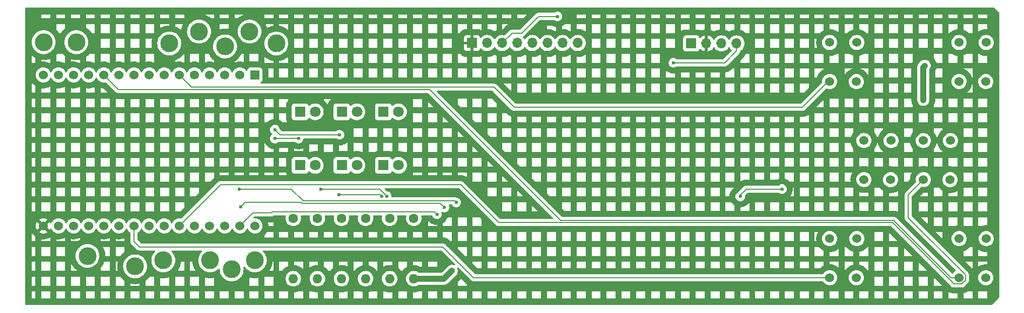
<source format=gbr>
%TF.GenerationSoftware,KiCad,Pcbnew,8.0.0*%
%TF.CreationDate,2024-03-10T20:57:54+01:00*%
%TF.ProjectId,EEK,45454b2e-6b69-4636-9164-5f7063625858,V1.0*%
%TF.SameCoordinates,Original*%
%TF.FileFunction,Copper,L2,Bot*%
%TF.FilePolarity,Positive*%
%FSLAX46Y46*%
G04 Gerber Fmt 4.6, Leading zero omitted, Abs format (unit mm)*
G04 Created by KiCad (PCBNEW 8.0.0) date 2024-03-10 20:57:54*
%MOMM*%
%LPD*%
G01*
G04 APERTURE LIST*
%TA.AperFunction,ComponentPad*%
%ADD10O,1.700000X1.700000*%
%TD*%
%TA.AperFunction,ComponentPad*%
%ADD11R,1.700000X1.700000*%
%TD*%
%TA.AperFunction,ComponentPad*%
%ADD12C,1.524000*%
%TD*%
%TA.AperFunction,ComponentPad*%
%ADD13C,1.600000*%
%TD*%
%TA.AperFunction,ComponentPad*%
%ADD14O,1.600000X1.600000*%
%TD*%
%TA.AperFunction,ComponentPad*%
%ADD15R,1.524000X1.524000*%
%TD*%
%TA.AperFunction,ComponentPad*%
%ADD16C,3.000000*%
%TD*%
%TA.AperFunction,ComponentPad*%
%ADD17R,1.800000X1.800000*%
%TD*%
%TA.AperFunction,ComponentPad*%
%ADD18C,1.800000*%
%TD*%
%TA.AperFunction,ViaPad*%
%ADD19C,0.800000*%
%TD*%
%TA.AperFunction,ViaPad*%
%ADD20C,0.600000*%
%TD*%
%TA.AperFunction,Conductor*%
%ADD21C,0.200000*%
%TD*%
%TA.AperFunction,Conductor*%
%ADD22C,1.000000*%
%TD*%
G04 APERTURE END LIST*
D10*
%TO.P,U10,4,SDA*%
%TO.N,/SDA*%
X186370000Y-42000000D03*
%TO.P,U10,3,SCK*%
%TO.N,/SCL*%
X183830000Y-42000000D03*
%TO.P,U10,2,VDD*%
%TO.N,/3.3V*%
X181290000Y-42000000D03*
D11*
%TO.P,U10,1,GND*%
%TO.N,GND*%
X178750000Y-42000000D03*
%TD*%
D12*
%TO.P,U6,1*%
%TO.N,GND*%
X223764800Y-74842700D03*
%TO.P,U6,2*%
%TO.N,unconnected-(U6-Pad2)*%
X228336800Y-74842700D03*
%TO.P,U6,3*%
%TO.N,/Down*%
X223764800Y-81395900D03*
%TO.P,U6,4*%
%TO.N,unconnected-(U6-Pad4)*%
X228260600Y-81421300D03*
%TD*%
%TO.P,U5,4*%
%TO.N,unconnected-(U5-Pad4)*%
X206495800Y-81421300D03*
%TO.P,U5,3*%
%TO.N,/Kill*%
X202000000Y-81395900D03*
%TO.P,U5,2*%
%TO.N,unconnected-(U5-Pad2)*%
X206572000Y-74842700D03*
%TO.P,U5,1*%
%TO.N,GND*%
X202000000Y-74842700D03*
%TD*%
%TO.P,U3,4*%
%TO.N,unconnected-(U3-Pad4)*%
X212260600Y-64921300D03*
%TO.P,U3,3*%
%TO.N,/CCw*%
X207764800Y-64895900D03*
%TO.P,U3,2*%
%TO.N,unconnected-(U3-Pad2)*%
X212336800Y-58342700D03*
%TO.P,U3,1*%
%TO.N,GND*%
X207764800Y-58342700D03*
%TD*%
%TO.P,U4,1*%
%TO.N,GND*%
X217764800Y-58342700D03*
%TO.P,U4,2*%
%TO.N,unconnected-(U4-Pad2)*%
X222336800Y-58342700D03*
%TO.P,U4,3*%
%TO.N,/CW*%
X217764800Y-64895900D03*
%TO.P,U4,4*%
%TO.N,unconnected-(U4-Pad4)*%
X222260600Y-64921300D03*
%TD*%
%TO.P,u7,4*%
%TO.N,unconnected-(u7-Pad4)*%
X228260600Y-48421300D03*
%TO.P,u7,3*%
%TO.N,/Takeoff*%
X223764800Y-48395900D03*
%TO.P,u7,2*%
%TO.N,unconnected-(u7-Pad2)*%
X228336800Y-41842700D03*
%TO.P,u7,1*%
%TO.N,GND*%
X223764800Y-41842700D03*
%TD*%
%TO.P,U2,4*%
%TO.N,unconnected-(U2-Pad4)*%
X206495800Y-48421300D03*
%TO.P,U2,3*%
%TO.N,/Up*%
X202000000Y-48395900D03*
%TO.P,U2,2*%
%TO.N,unconnected-(U2-Pad2)*%
X206572000Y-41842700D03*
%TO.P,U2,1*%
%TO.N,GND*%
X202000000Y-41842700D03*
%TD*%
D13*
%TO.P,R6,1*%
%TO.N,Net-(D1-K)*%
X111850000Y-71420000D03*
D14*
%TO.P,R6,2*%
%TO.N,GND*%
X111850000Y-81580000D03*
%TD*%
D13*
%TO.P,R5,1*%
%TO.N,Net-(D2-K)*%
X115900000Y-71420000D03*
D14*
%TO.P,R5,2*%
%TO.N,GND*%
X115900000Y-81580000D03*
%TD*%
D13*
%TO.P,R4,1*%
%TO.N,Net-(D3-K)*%
X119950000Y-71420000D03*
D14*
%TO.P,R4,2*%
%TO.N,GND*%
X119950000Y-81580000D03*
%TD*%
D13*
%TO.P,R3,1*%
%TO.N,Net-(D6-K)*%
X124000000Y-71420000D03*
D14*
%TO.P,R3,2*%
%TO.N,GND*%
X124000000Y-81580000D03*
%TD*%
D13*
%TO.P,R2,1*%
%TO.N,Net-(D5-K)*%
X128050000Y-71420000D03*
D14*
%TO.P,R2,2*%
%TO.N,GND*%
X128050000Y-81580000D03*
%TD*%
D13*
%TO.P,R1,1*%
%TO.N,Net-(D4-K)*%
X132100000Y-71420000D03*
D14*
%TO.P,R1,2*%
%TO.N,GND*%
X132100000Y-81580000D03*
%TD*%
D15*
%TO.P,U1,1,EN_RESET*%
%TO.N,Net-(U1-EN_RESET)*%
X105397500Y-47300000D03*
D12*
%TO.P,U1,2,GPIO36_ADC0*%
%TO.N,Net-(U1-GPIO36_ADC0)*%
X102857500Y-47300000D03*
%TO.P,U1,3,GPIO39_ADC3*%
%TO.N,Net-(U1-GPIO39_ADC3)*%
X100317500Y-47300000D03*
%TO.P,U1,4,GPIO34_ADC6*%
%TO.N,Net-(U1-GPIO34_ADC6)*%
X97777500Y-47300000D03*
%TO.P,U1,5,GPIO35_ADC7*%
%TO.N,Net-(U1-GPIO35_ADC7)*%
X95237500Y-47300000D03*
%TO.P,U1,6,TOUCH9_GPIO32_ADC4*%
%TO.N,/Up*%
X92697500Y-47300000D03*
%TO.P,U1,7,TOUCH8_GPIO33_ADC5*%
%TO.N,/GFL*%
X90157500Y-47300000D03*
%TO.P,U1,8,DAC1_GPIO25_ADC18*%
%TO.N,/YBR*%
X87617500Y-47300000D03*
%TO.P,U1,9,DAC2_GPIO26_ADC19*%
%TO.N,/RBR*%
X85077500Y-47300000D03*
%TO.P,U1,10,TOUCH7_GPIO27_ADC17*%
%TO.N,/BFL*%
X82537500Y-47300000D03*
%TO.P,U1,11,TOUCH6_GPIO14_ADC16*%
%TO.N,/Down*%
X79997500Y-47300000D03*
%TO.P,U1,12,TOUCH5_GPIO12_ADC15*%
%TO.N,/RFL*%
X77457500Y-47300000D03*
%TO.P,U1,13,TOUCH4_GPIO13_ADC14*%
%TO.N,Net-(U1-TOUCH4_GPIO13_ADC14)*%
X74917500Y-47300000D03*
%TO.P,U1,14,GND*%
%TO.N,GND*%
X72377500Y-47300000D03*
%TO.P,U1,15,Vin*%
%TO.N,Net-(U1-Vin)*%
X69837500Y-47300000D03*
%TO.P,U1,16,VCC_3.3*%
%TO.N,/3.3V*%
X69837500Y-72700000D03*
%TO.P,U1,17,GND*%
%TO.N,GND*%
X72377500Y-72700000D03*
%TO.P,U1,18,ADC13_GPIO15_TOUCH3*%
%TO.N,/Takeoff*%
X74917500Y-72700000D03*
%TO.P,U1,19,ADC12_GPIO2*%
%TO.N,Net-(U1-ADC12_GPIO2)*%
X77457500Y-72700000D03*
%TO.P,U1,20,ADC10_GPIO4*%
%TO.N,/GBL*%
X79997500Y-72700000D03*
%TO.P,U1,21,GPIO16_RX2*%
%TO.N,/CCw*%
X82537500Y-72700000D03*
%TO.P,U1,22,GPIO17_TX2*%
%TO.N,/Kill*%
X85077500Y-72700000D03*
%TO.P,U1,23,GPIO5_VSPI_SS*%
%TO.N,Net-(U1-GPIO5_VSPI_SS)*%
X87617500Y-72700000D03*
%TO.P,U1,24,GPIO18_VSPI_SCK*%
%TO.N,Net-(U1-GPIO18_VSPI_SCK)*%
X90157500Y-72700000D03*
%TO.P,U1,25,GPIO19_VSPI_MISO*%
%TO.N,/CW*%
X92697500Y-72700000D03*
%TO.P,U1,26,GPIO21_I2C_SDA*%
%TO.N,/SDA*%
X95237500Y-72700000D03*
%TO.P,U1,27,GPIO3_TX0*%
%TO.N,Net-(U1-GPIO3_TX0)*%
X97777500Y-72700000D03*
%TO.P,U1,28,GPIO1_TX0*%
%TO.N,Net-(U1-GPIO1_TX0)*%
X100317500Y-72700000D03*
%TO.P,U1,29,GPIO22_I2C_SCL*%
%TO.N,/SCL*%
X102857500Y-72700000D03*
%TO.P,U1,30,GPIO23_VSPI_MOSI*%
%TO.N,Net-(U1-GPIO23_VSPI_MOSI)*%
X105397500Y-72700000D03*
%TD*%
D16*
%TO.P,TP6,1,1*%
%TO.N,Net-(U1-GPIO23_VSPI_MOSI)*%
X105382500Y-78500000D03*
%TD*%
D11*
%TO.P,U9,1,VCC*%
%TO.N,/3.3V*%
X141880000Y-41930018D03*
D10*
%TO.P,U9,2,GND*%
%TO.N,GND*%
X144420000Y-41930018D03*
%TO.P,U9,3,SCL*%
%TO.N,/SCL*%
X146960000Y-41930018D03*
%TO.P,U9,4,SDA*%
%TO.N,/SDA*%
X149500000Y-41930018D03*
%TO.P,U9,5,XDA*%
%TO.N,unconnected-(U9-XDA-Pad5)*%
X152040000Y-41930018D03*
%TO.P,U9,6,XCL*%
%TO.N,unconnected-(U9-XCL-Pad6)*%
X154580000Y-41930018D03*
%TO.P,U9,7,AD0*%
%TO.N,unconnected-(U9-AD0-Pad7)*%
X157120000Y-41930018D03*
%TO.P,U9,8,INT*%
%TO.N,unconnected-(U9-INT-Pad8)*%
X159660000Y-41930018D03*
%TD*%
D16*
%TO.P,TP14,1,1*%
%TO.N,Net-(U1-Vin)*%
X69882500Y-41800000D03*
%TD*%
%TO.P,TP13,1,1*%
%TO.N,Net-(U1-TOUCH4_GPIO13_ADC14)*%
X75382500Y-41800000D03*
%TD*%
%TO.P,TP12,1,1*%
%TO.N,Net-(U1-ADC12_GPIO2)*%
X77250000Y-77750000D03*
%TD*%
%TO.P,TP10,1,1*%
%TO.N,Net-(U1-GPIO5_VSPI_SS)*%
X85250000Y-79500000D03*
%TD*%
%TO.P,TP9,1,1*%
%TO.N,Net-(U1-GPIO18_VSPI_SCK)*%
X90000000Y-78500000D03*
%TD*%
%TO.P,TP8,1,1*%
%TO.N,Net-(U1-GPIO3_TX0)*%
X97882500Y-78500000D03*
%TD*%
%TO.P,TP7,1,1*%
%TO.N,Net-(U1-GPIO1_TX0)*%
X101500000Y-80000000D03*
%TD*%
%TO.P,TP5,1,1*%
%TO.N,Net-(U1-GPIO35_ADC7)*%
X91000000Y-42000000D03*
%TD*%
%TO.P,TP4,1,1*%
%TO.N,Net-(U1-GPIO34_ADC6)*%
X96000000Y-40000000D03*
%TD*%
%TO.P,TP3,1,1*%
%TO.N,Net-(U1-GPIO39_ADC3)*%
X100382500Y-42500000D03*
%TD*%
%TO.P,TP2,1,1*%
%TO.N,Net-(U1-GPIO36_ADC0)*%
X104500000Y-40000000D03*
%TD*%
%TO.P,TP1,1,1*%
%TO.N,Net-(U1-EN_RESET)*%
X109000000Y-42000000D03*
%TD*%
D17*
%TO.P,D6,1,K*%
%TO.N,Net-(D6-K)*%
X127000000Y-62500000D03*
D18*
%TO.P,D6,2,A*%
%TO.N,/GBL*%
X129540000Y-62500000D03*
%TD*%
D17*
%TO.P,D5,1,K*%
%TO.N,Net-(D5-K)*%
X120000000Y-62500000D03*
D18*
%TO.P,D5,2,A*%
%TO.N,/YBR*%
X122540000Y-62500000D03*
%TD*%
D17*
%TO.P,D4,1,K*%
%TO.N,Net-(D4-K)*%
X113000000Y-62500000D03*
D18*
%TO.P,D4,2,A*%
%TO.N,/RBR*%
X115540000Y-62500000D03*
%TD*%
D17*
%TO.P,D3,1,K*%
%TO.N,Net-(D3-K)*%
X127000000Y-53500000D03*
D18*
%TO.P,D3,2,A*%
%TO.N,/RFL*%
X129540000Y-53500000D03*
%TD*%
D17*
%TO.P,D2,1,K*%
%TO.N,Net-(D2-K)*%
X120000000Y-53500000D03*
D18*
%TO.P,D2,2,A*%
%TO.N,/BFL*%
X122540000Y-53500000D03*
%TD*%
D17*
%TO.P,D1,1,K*%
%TO.N,Net-(D1-K)*%
X113000000Y-53500000D03*
D18*
%TO.P,D1,2,A*%
%TO.N,/GFL*%
X115540000Y-53500000D03*
%TD*%
D19*
%TO.N,GND*%
X218000000Y-45750000D03*
X217750000Y-51500000D03*
D20*
%TO.N,/SDA*%
X175750000Y-45250000D03*
%TO.N,/SCL*%
X156250000Y-37450000D03*
X136000000Y-70750000D03*
D19*
%TO.N,GND*%
X138500000Y-80250000D03*
D20*
%TO.N,/SDA*%
X137250000Y-69600000D03*
X103000000Y-69500000D03*
%TO.N,/CCw*%
X187000000Y-67750000D03*
X194000000Y-66500000D03*
X139250000Y-68750000D03*
X102750000Y-66500000D03*
%TO.N,/YBR*%
X108750000Y-56500000D03*
X119625000Y-57375000D03*
%TO.N,/RBR*%
X108750000Y-58000000D03*
X112750000Y-58000000D03*
%TO.N,Net-(D4-K)*%
X116500000Y-66500000D03*
X127549265Y-67700735D03*
%TO.N,Net-(D5-K)*%
X119500000Y-67500000D03*
X126750000Y-67750000D03*
%TD*%
D21*
%TO.N,/SCL*%
X148640018Y-40250000D02*
X146960000Y-41930018D01*
X150250000Y-40250000D02*
X148640018Y-40250000D01*
X153050000Y-37450000D02*
X150250000Y-40250000D01*
X156250000Y-37450000D02*
X153050000Y-37450000D01*
%TO.N,/Up*%
X197410700Y-52750000D02*
X201764800Y-48395900D01*
X145587258Y-49350000D02*
X148987258Y-52750000D01*
X94747500Y-49350000D02*
X145587258Y-49350000D01*
X148987258Y-52750000D02*
X197410700Y-52750000D01*
X92697500Y-47300000D02*
X94747500Y-49350000D01*
%TO.N,/SDA*%
X175750000Y-45250000D02*
X184370000Y-45250000D01*
X184370000Y-45250000D02*
X186370000Y-43250000D01*
X186370000Y-43250000D02*
X186370000Y-42000000D01*
%TO.N,Net-(D4-K)*%
X126348530Y-66500000D02*
X116500000Y-66500000D01*
X127549265Y-67700735D02*
X126348530Y-66500000D01*
%TO.N,Net-(D5-K)*%
X126500000Y-67500000D02*
X119500000Y-67500000D01*
X126750000Y-67750000D02*
X126500000Y-67500000D01*
%TO.N,/CCw*%
X113500000Y-68500000D02*
X111500000Y-66500000D01*
X111500000Y-66500000D02*
X102750000Y-66500000D01*
X139000000Y-68500000D02*
X113500000Y-68500000D01*
X139250000Y-68750000D02*
X139000000Y-68500000D01*
D22*
%TO.N,GND*%
X217750000Y-46000000D02*
X218000000Y-45750000D01*
X217750000Y-51500000D02*
X217750000Y-46000000D01*
D21*
%TO.N,/CW*%
X99647500Y-65750000D02*
X92697500Y-72700000D01*
X146387258Y-72150000D02*
X139987258Y-65750000D01*
X139987258Y-65750000D02*
X99647500Y-65750000D01*
X212584314Y-72150000D02*
X146387258Y-72150000D01*
X222892214Y-82457900D02*
X212584314Y-72150000D01*
X224204695Y-82457900D02*
X222892214Y-82457900D01*
X224826800Y-81835795D02*
X224204695Y-82457900D01*
X224826800Y-80956005D02*
X224826800Y-81835795D01*
X215220795Y-71350000D02*
X224826800Y-80956005D01*
X215220795Y-67439905D02*
X215220795Y-71350000D01*
X217764800Y-64895900D02*
X215220795Y-67439905D01*
%TO.N,/SCL*%
X108320000Y-70320000D02*
X135570000Y-70320000D01*
X108140000Y-70500000D02*
X108320000Y-70320000D01*
X105057500Y-70500000D02*
X108140000Y-70500000D01*
X102857500Y-72700000D02*
X105057500Y-70500000D01*
X135570000Y-70320000D02*
X136000000Y-70750000D01*
D22*
%TO.N,GND*%
X137170000Y-81580000D02*
X138500000Y-80250000D01*
X132100000Y-81580000D02*
X137170000Y-81580000D01*
D21*
%TO.N,/Down*%
X222395900Y-81395900D02*
X223764800Y-81395900D01*
X212750000Y-71750000D02*
X222395900Y-81395900D01*
X156750000Y-71750000D02*
X212750000Y-71750000D01*
X134750000Y-49750000D02*
X156750000Y-71750000D01*
X79997500Y-47300000D02*
X82447500Y-49750000D01*
X82447500Y-49750000D02*
X134750000Y-49750000D01*
%TO.N,/Kill*%
X142145900Y-81395900D02*
X202000000Y-81395900D01*
X137000000Y-76250000D02*
X142145900Y-81395900D01*
X86000000Y-76250000D02*
X137000000Y-76250000D01*
X85077500Y-72700000D02*
X85077500Y-75327500D01*
X85077500Y-75327500D02*
X86000000Y-76250000D01*
%TO.N,/SDA*%
X136550000Y-68900000D02*
X137250000Y-69600000D01*
X113334315Y-68900000D02*
X136550000Y-68900000D01*
X103750000Y-68750000D02*
X113184315Y-68750000D01*
X113184315Y-68750000D02*
X113334315Y-68900000D01*
X103000000Y-69500000D02*
X103750000Y-68750000D01*
%TO.N,/CCw*%
X188000000Y-66500000D02*
X194000000Y-66500000D01*
X186750000Y-67750000D02*
X188000000Y-66500000D01*
%TO.N,/YBR*%
X109625000Y-57375000D02*
X108750000Y-56500000D01*
X119625000Y-57375000D02*
X109625000Y-57375000D01*
%TO.N,/RBR*%
X108500000Y-58000000D02*
X108750000Y-58000000D01*
X112750000Y-58000000D02*
X108750000Y-58000000D01*
%TD*%
%TA.AperFunction,Conductor*%
%TO.N,/3.3V*%
G36*
X229765677Y-36019685D02*
G01*
X229786319Y-36036319D01*
X230463181Y-36713181D01*
X230496666Y-36774504D01*
X230499500Y-36800862D01*
X230499500Y-84699138D01*
X230479815Y-84766177D01*
X230463181Y-84786819D01*
X229286319Y-85963681D01*
X229224996Y-85997166D01*
X229198638Y-86000000D01*
X66874000Y-86000000D01*
X66806961Y-85980315D01*
X66761206Y-85927511D01*
X66750000Y-85876000D01*
X66750000Y-83748000D01*
X67874000Y-83748000D01*
X67874000Y-84876000D01*
X68500000Y-84876000D01*
X68500000Y-83748000D01*
X69498000Y-83748000D01*
X69498000Y-84876000D01*
X71000000Y-84876000D01*
X71000000Y-83748000D01*
X71998000Y-83748000D01*
X71998000Y-84876000D01*
X73500000Y-84876000D01*
X73500000Y-83748000D01*
X74498000Y-83748000D01*
X74498000Y-84876000D01*
X76000000Y-84876000D01*
X76000000Y-83748000D01*
X76998000Y-83748000D01*
X76998000Y-84876000D01*
X78500000Y-84876000D01*
X78500000Y-83748000D01*
X79498000Y-83748000D01*
X79498000Y-84876000D01*
X81000000Y-84876000D01*
X81000000Y-83748000D01*
X81998000Y-83748000D01*
X81998000Y-84876000D01*
X83500000Y-84876000D01*
X83500000Y-83748000D01*
X84498000Y-83748000D01*
X84498000Y-84876000D01*
X86000000Y-84876000D01*
X86000000Y-83748000D01*
X86998000Y-83748000D01*
X86998000Y-84876000D01*
X88500000Y-84876000D01*
X88500000Y-83748000D01*
X89498000Y-83748000D01*
X89498000Y-84876000D01*
X91000000Y-84876000D01*
X91000000Y-83748000D01*
X91998000Y-83748000D01*
X91998000Y-84876000D01*
X93500000Y-84876000D01*
X93500000Y-83748000D01*
X94498000Y-83748000D01*
X94498000Y-84876000D01*
X96000000Y-84876000D01*
X96000000Y-83748000D01*
X96998000Y-83748000D01*
X96998000Y-84876000D01*
X98500000Y-84876000D01*
X98500000Y-83748000D01*
X99498000Y-83748000D01*
X99498000Y-84876000D01*
X101000000Y-84876000D01*
X101000000Y-83748000D01*
X101998000Y-83748000D01*
X101998000Y-84876000D01*
X103500000Y-84876000D01*
X103500000Y-83748000D01*
X104498000Y-83748000D01*
X104498000Y-84876000D01*
X106000000Y-84876000D01*
X106000000Y-83748000D01*
X106998000Y-83748000D01*
X106998000Y-84876000D01*
X108500000Y-84876000D01*
X108500000Y-83748000D01*
X109498000Y-83748000D01*
X109498000Y-84876000D01*
X111000000Y-84876000D01*
X111998000Y-84876000D01*
X113500000Y-84876000D01*
X113500000Y-83748000D01*
X114498000Y-83748000D01*
X114498000Y-84876000D01*
X116000000Y-84876000D01*
X116000000Y-83878530D01*
X115965287Y-83881568D01*
X115959889Y-83881922D01*
X115927189Y-83883350D01*
X115921779Y-83883468D01*
X115878221Y-83883468D01*
X115872811Y-83883350D01*
X115840111Y-83881922D01*
X115834714Y-83881568D01*
X115564633Y-83857939D01*
X115559256Y-83857350D01*
X115526812Y-83853079D01*
X115521465Y-83852256D01*
X115478570Y-83844693D01*
X115473263Y-83843638D01*
X115441304Y-83836553D01*
X115436049Y-83835267D01*
X115174159Y-83765095D01*
X115168962Y-83763580D01*
X115137727Y-83753731D01*
X115132599Y-83751990D01*
X115121639Y-83748000D01*
X116998000Y-83748000D01*
X116998000Y-84876000D01*
X118500000Y-84876000D01*
X119498000Y-84876000D01*
X121000000Y-84876000D01*
X121000000Y-83748000D01*
X121998000Y-83748000D01*
X121998000Y-84876000D01*
X123500000Y-84876000D01*
X124498000Y-84876000D01*
X126000000Y-84876000D01*
X126000000Y-83748000D01*
X126998000Y-83748000D01*
X126998000Y-84876000D01*
X128500000Y-84876000D01*
X128500000Y-83838480D01*
X128476737Y-83843638D01*
X128471430Y-83844693D01*
X128428535Y-83852256D01*
X128423188Y-83853079D01*
X128390744Y-83857350D01*
X128385367Y-83857939D01*
X128115286Y-83881568D01*
X128109889Y-83881922D01*
X128077189Y-83883350D01*
X128071779Y-83883468D01*
X128028221Y-83883468D01*
X128022811Y-83883350D01*
X127990111Y-83881922D01*
X127984714Y-83881568D01*
X127714633Y-83857939D01*
X127709256Y-83857350D01*
X127676812Y-83853079D01*
X127671465Y-83852256D01*
X127628570Y-83844693D01*
X127623263Y-83843638D01*
X127591304Y-83836553D01*
X127586049Y-83835267D01*
X127324159Y-83765095D01*
X127318962Y-83763580D01*
X127287727Y-83753731D01*
X127282599Y-83751990D01*
X127271639Y-83748000D01*
X129498000Y-83748000D01*
X129498000Y-84876000D01*
X131000000Y-84876000D01*
X131998000Y-84876000D01*
X133500000Y-84876000D01*
X133500000Y-83748000D01*
X134498000Y-83748000D01*
X134498000Y-84876000D01*
X136000000Y-84876000D01*
X136000000Y-83748000D01*
X136998000Y-83748000D01*
X136998000Y-84876000D01*
X138500000Y-84876000D01*
X138500000Y-83748000D01*
X139498000Y-83748000D01*
X139498000Y-84876000D01*
X141000000Y-84876000D01*
X141000000Y-83748000D01*
X141998000Y-83748000D01*
X141998000Y-84876000D01*
X143500000Y-84876000D01*
X143500000Y-83748000D01*
X144498000Y-83748000D01*
X144498000Y-84876000D01*
X146000000Y-84876000D01*
X146000000Y-83748000D01*
X146998000Y-83748000D01*
X146998000Y-84876000D01*
X148500000Y-84876000D01*
X148500000Y-83748000D01*
X149498000Y-83748000D01*
X149498000Y-84876000D01*
X151000000Y-84876000D01*
X151000000Y-83748000D01*
X151998000Y-83748000D01*
X151998000Y-84876000D01*
X153500000Y-84876000D01*
X153500000Y-83748000D01*
X154498000Y-83748000D01*
X154498000Y-84876000D01*
X156000000Y-84876000D01*
X156000000Y-83748000D01*
X156998000Y-83748000D01*
X156998000Y-84876000D01*
X158500000Y-84876000D01*
X158500000Y-83748000D01*
X159498000Y-83748000D01*
X159498000Y-84876000D01*
X161000000Y-84876000D01*
X161000000Y-83748000D01*
X161998000Y-83748000D01*
X161998000Y-84876000D01*
X163500000Y-84876000D01*
X163500000Y-83748000D01*
X164498000Y-83748000D01*
X164498000Y-84876000D01*
X166000000Y-84876000D01*
X166000000Y-83748000D01*
X166998000Y-83748000D01*
X166998000Y-84876000D01*
X168500000Y-84876000D01*
X168500000Y-83748000D01*
X169498000Y-83748000D01*
X169498000Y-84876000D01*
X171000000Y-84876000D01*
X171000000Y-83748000D01*
X171998000Y-83748000D01*
X171998000Y-84876000D01*
X173500000Y-84876000D01*
X173500000Y-83748000D01*
X174498000Y-83748000D01*
X174498000Y-84876000D01*
X176000000Y-84876000D01*
X176000000Y-83748000D01*
X176998000Y-83748000D01*
X176998000Y-84876000D01*
X178500000Y-84876000D01*
X178500000Y-83748000D01*
X179498000Y-83748000D01*
X179498000Y-84876000D01*
X181000000Y-84876000D01*
X181000000Y-83748000D01*
X181998000Y-83748000D01*
X181998000Y-84876000D01*
X183500000Y-84876000D01*
X183500000Y-83748000D01*
X184498000Y-83748000D01*
X184498000Y-84876000D01*
X186000000Y-84876000D01*
X186000000Y-83748000D01*
X186998000Y-83748000D01*
X186998000Y-84876000D01*
X188500000Y-84876000D01*
X188500000Y-83748000D01*
X189498000Y-83748000D01*
X189498000Y-84876000D01*
X191000000Y-84876000D01*
X191000000Y-83748000D01*
X191998000Y-83748000D01*
X191998000Y-84876000D01*
X193500000Y-84876000D01*
X193500000Y-83748000D01*
X194498000Y-83748000D01*
X194498000Y-84876000D01*
X196000000Y-84876000D01*
X196000000Y-83748000D01*
X196998000Y-83748000D01*
X196998000Y-84876000D01*
X198500000Y-84876000D01*
X198500000Y-83748000D01*
X199498000Y-83748000D01*
X199498000Y-84876000D01*
X201000000Y-84876000D01*
X201000000Y-83748000D01*
X201998000Y-83748000D01*
X201998000Y-84876000D01*
X203500000Y-84876000D01*
X203500000Y-83748000D01*
X204498000Y-83748000D01*
X204498000Y-84876000D01*
X206000000Y-84876000D01*
X206000000Y-83748000D01*
X206998000Y-83748000D01*
X206998000Y-84876000D01*
X208500000Y-84876000D01*
X208500000Y-83748000D01*
X209498000Y-83748000D01*
X209498000Y-84876000D01*
X211000000Y-84876000D01*
X211000000Y-83748000D01*
X211998000Y-83748000D01*
X211998000Y-84876000D01*
X213500000Y-84876000D01*
X213500000Y-83748000D01*
X214498000Y-83748000D01*
X214498000Y-84876000D01*
X216000000Y-84876000D01*
X216000000Y-83748000D01*
X216998000Y-83748000D01*
X216998000Y-84876000D01*
X218500000Y-84876000D01*
X218500000Y-83748000D01*
X219498000Y-83748000D01*
X219498000Y-84876000D01*
X221000000Y-84876000D01*
X221000000Y-83787414D01*
X221998000Y-83787414D01*
X221998000Y-84876000D01*
X223500000Y-84876000D01*
X224498000Y-84876000D01*
X226000000Y-84876000D01*
X226000000Y-83748000D01*
X226998000Y-83748000D01*
X226998000Y-84876000D01*
X228500000Y-84876000D01*
X228500000Y-83748000D01*
X226998000Y-83748000D01*
X226000000Y-83748000D01*
X225157737Y-83748000D01*
X225154991Y-83750107D01*
X225148398Y-83754831D01*
X225107581Y-83782102D01*
X225100691Y-83786386D01*
X224985635Y-83852809D01*
X224985623Y-83852818D01*
X224907201Y-83898098D01*
X224900044Y-83901924D01*
X224855990Y-83923650D01*
X224848596Y-83927000D01*
X224788204Y-83952015D01*
X224780611Y-83954873D01*
X224734114Y-83970657D01*
X224726349Y-83973013D01*
X224510493Y-84030852D01*
X224502590Y-84032694D01*
X224498000Y-84033607D01*
X224498000Y-84876000D01*
X223500000Y-84876000D01*
X223500000Y-84056400D01*
X223002231Y-84056400D01*
X223002199Y-84056401D01*
X222780472Y-84056401D01*
X222772360Y-84056135D01*
X222723350Y-84052922D01*
X222715273Y-84052127D01*
X222650473Y-84043594D01*
X222642471Y-84042272D01*
X222594319Y-84032694D01*
X222586416Y-84030852D01*
X222370555Y-83973011D01*
X222362791Y-83970656D01*
X222316286Y-83954870D01*
X222308688Y-83952010D01*
X222248302Y-83926995D01*
X222240912Y-83923646D01*
X222196874Y-83901928D01*
X222189718Y-83898103D01*
X222111323Y-83852839D01*
X222111318Y-83852838D01*
X221998000Y-83787414D01*
X221000000Y-83787414D01*
X221000000Y-83748000D01*
X219498000Y-83748000D01*
X218500000Y-83748000D01*
X216998000Y-83748000D01*
X216000000Y-83748000D01*
X214498000Y-83748000D01*
X213500000Y-83748000D01*
X211998000Y-83748000D01*
X211000000Y-83748000D01*
X209498000Y-83748000D01*
X208500000Y-83748000D01*
X206998000Y-83748000D01*
X206000000Y-83748000D01*
X204498000Y-83748000D01*
X203500000Y-83748000D01*
X201998000Y-83748000D01*
X201000000Y-83748000D01*
X199498000Y-83748000D01*
X198500000Y-83748000D01*
X196998000Y-83748000D01*
X196000000Y-83748000D01*
X194498000Y-83748000D01*
X193500000Y-83748000D01*
X191998000Y-83748000D01*
X191000000Y-83748000D01*
X189498000Y-83748000D01*
X188500000Y-83748000D01*
X186998000Y-83748000D01*
X186000000Y-83748000D01*
X184498000Y-83748000D01*
X183500000Y-83748000D01*
X181998000Y-83748000D01*
X181000000Y-83748000D01*
X179498000Y-83748000D01*
X178500000Y-83748000D01*
X176998000Y-83748000D01*
X176000000Y-83748000D01*
X174498000Y-83748000D01*
X173500000Y-83748000D01*
X171998000Y-83748000D01*
X171000000Y-83748000D01*
X169498000Y-83748000D01*
X168500000Y-83748000D01*
X166998000Y-83748000D01*
X166000000Y-83748000D01*
X164498000Y-83748000D01*
X163500000Y-83748000D01*
X161998000Y-83748000D01*
X161000000Y-83748000D01*
X159498000Y-83748000D01*
X158500000Y-83748000D01*
X156998000Y-83748000D01*
X156000000Y-83748000D01*
X154498000Y-83748000D01*
X153500000Y-83748000D01*
X151998000Y-83748000D01*
X151000000Y-83748000D01*
X149498000Y-83748000D01*
X148500000Y-83748000D01*
X146998000Y-83748000D01*
X146000000Y-83748000D01*
X144498000Y-83748000D01*
X143500000Y-83748000D01*
X141998000Y-83748000D01*
X141000000Y-83748000D01*
X139498000Y-83748000D01*
X138500000Y-83748000D01*
X136998000Y-83748000D01*
X136000000Y-83748000D01*
X134498000Y-83748000D01*
X133500000Y-83748000D01*
X132878361Y-83748000D01*
X132867401Y-83751990D01*
X132862273Y-83753731D01*
X132831038Y-83763580D01*
X132825841Y-83765095D01*
X132563951Y-83835267D01*
X132558696Y-83836553D01*
X132526737Y-83843638D01*
X132521430Y-83844693D01*
X132478535Y-83852256D01*
X132473188Y-83853079D01*
X132440744Y-83857350D01*
X132435367Y-83857939D01*
X132165286Y-83881568D01*
X132159889Y-83881922D01*
X132127189Y-83883350D01*
X132121779Y-83883468D01*
X132078221Y-83883468D01*
X132072811Y-83883350D01*
X132040111Y-83881922D01*
X132034713Y-83881568D01*
X131998000Y-83878355D01*
X131998000Y-84876000D01*
X131000000Y-84876000D01*
X131000000Y-83748000D01*
X129498000Y-83748000D01*
X127271639Y-83748000D01*
X126998000Y-83748000D01*
X126000000Y-83748000D01*
X124778361Y-83748000D01*
X124767401Y-83751990D01*
X124762273Y-83753731D01*
X124731038Y-83763580D01*
X124725841Y-83765095D01*
X124498000Y-83826143D01*
X124498000Y-84876000D01*
X123500000Y-84876000D01*
X123500000Y-83825607D01*
X123274159Y-83765095D01*
X123268962Y-83763580D01*
X123237727Y-83753731D01*
X123232599Y-83751990D01*
X123221639Y-83748000D01*
X121998000Y-83748000D01*
X121000000Y-83748000D01*
X120728361Y-83748000D01*
X120717401Y-83751990D01*
X120712273Y-83753731D01*
X120681038Y-83763580D01*
X120675841Y-83765095D01*
X120413951Y-83835267D01*
X120408696Y-83836553D01*
X120376737Y-83843638D01*
X120371430Y-83844693D01*
X120328535Y-83852256D01*
X120323188Y-83853079D01*
X120290744Y-83857350D01*
X120285367Y-83857939D01*
X120015286Y-83881568D01*
X120009889Y-83881922D01*
X119977189Y-83883350D01*
X119971779Y-83883468D01*
X119928221Y-83883468D01*
X119922811Y-83883350D01*
X119890111Y-83881922D01*
X119884714Y-83881568D01*
X119614633Y-83857939D01*
X119609256Y-83857350D01*
X119576812Y-83853079D01*
X119571465Y-83852256D01*
X119528570Y-83844693D01*
X119523263Y-83843638D01*
X119498000Y-83838037D01*
X119498000Y-84876000D01*
X118500000Y-84876000D01*
X118500000Y-83748000D01*
X116998000Y-83748000D01*
X115121639Y-83748000D01*
X114498000Y-83748000D01*
X113500000Y-83748000D01*
X112628361Y-83748000D01*
X112617401Y-83751990D01*
X112612273Y-83753731D01*
X112581038Y-83763580D01*
X112575841Y-83765095D01*
X112313951Y-83835267D01*
X112308696Y-83836553D01*
X112276737Y-83843638D01*
X112271430Y-83844693D01*
X112228535Y-83852256D01*
X112223188Y-83853079D01*
X112190744Y-83857350D01*
X112185367Y-83857939D01*
X111998000Y-83874331D01*
X111998000Y-84876000D01*
X111000000Y-84876000D01*
X111000000Y-83748000D01*
X109498000Y-83748000D01*
X108500000Y-83748000D01*
X106998000Y-83748000D01*
X106000000Y-83748000D01*
X104498000Y-83748000D01*
X103500000Y-83748000D01*
X101998000Y-83748000D01*
X101000000Y-83748000D01*
X99498000Y-83748000D01*
X98500000Y-83748000D01*
X96998000Y-83748000D01*
X96000000Y-83748000D01*
X94498000Y-83748000D01*
X93500000Y-83748000D01*
X91998000Y-83748000D01*
X91000000Y-83748000D01*
X89498000Y-83748000D01*
X88500000Y-83748000D01*
X86998000Y-83748000D01*
X86000000Y-83748000D01*
X84498000Y-83748000D01*
X83500000Y-83748000D01*
X81998000Y-83748000D01*
X81000000Y-83748000D01*
X79498000Y-83748000D01*
X78500000Y-83748000D01*
X76998000Y-83748000D01*
X76000000Y-83748000D01*
X74498000Y-83748000D01*
X73500000Y-83748000D01*
X71998000Y-83748000D01*
X71000000Y-83748000D01*
X69498000Y-83748000D01*
X68500000Y-83748000D01*
X67874000Y-83748000D01*
X66750000Y-83748000D01*
X66750000Y-81248000D01*
X67874000Y-81248000D01*
X67874000Y-82750000D01*
X68500000Y-82750000D01*
X68500000Y-81248000D01*
X69498000Y-81248000D01*
X69498000Y-82750000D01*
X71000000Y-82750000D01*
X71000000Y-81248000D01*
X71998000Y-81248000D01*
X71998000Y-82750000D01*
X73500000Y-82750000D01*
X73500000Y-81248000D01*
X74498000Y-81248000D01*
X74498000Y-82750000D01*
X76000000Y-82750000D01*
X76000000Y-81248000D01*
X76998000Y-81248000D01*
X76998000Y-82750000D01*
X78500000Y-82750000D01*
X78500000Y-81248000D01*
X79498000Y-81248000D01*
X79498000Y-82750000D01*
X81000000Y-82750000D01*
X81000000Y-81248000D01*
X81998000Y-81248000D01*
X81998000Y-82750000D01*
X83500000Y-82750000D01*
X83500000Y-82405040D01*
X84498000Y-82405040D01*
X84498000Y-82750000D01*
X86000000Y-82750000D01*
X86998000Y-82750000D01*
X88500000Y-82750000D01*
X89498000Y-82750000D01*
X91000000Y-82750000D01*
X91000000Y-81327298D01*
X90897132Y-81365666D01*
X90892963Y-81367136D01*
X90867585Y-81375584D01*
X90863364Y-81376906D01*
X90829174Y-81386948D01*
X90824900Y-81388121D01*
X90798924Y-81394752D01*
X90794612Y-81395771D01*
X90480145Y-81464179D01*
X90475798Y-81465044D01*
X90449419Y-81469802D01*
X90445046Y-81470510D01*
X90409772Y-81475579D01*
X90405387Y-81476130D01*
X90378790Y-81478989D01*
X90374383Y-81479383D01*
X90053425Y-81502338D01*
X90049006Y-81502575D01*
X90022245Y-81503531D01*
X90017818Y-81503610D01*
X89982182Y-81503610D01*
X89977755Y-81503531D01*
X89950994Y-81502575D01*
X89946575Y-81502338D01*
X89625617Y-81479383D01*
X89621210Y-81478989D01*
X89594613Y-81476130D01*
X89590228Y-81475579D01*
X89554954Y-81470510D01*
X89550581Y-81469802D01*
X89524202Y-81465044D01*
X89519855Y-81464179D01*
X89498000Y-81459424D01*
X89498000Y-82750000D01*
X88500000Y-82750000D01*
X88500000Y-81248000D01*
X91998000Y-81248000D01*
X91998000Y-82750000D01*
X93500000Y-82750000D01*
X93500000Y-81248000D01*
X94498000Y-81248000D01*
X94498000Y-82750000D01*
X96000000Y-82750000D01*
X96000000Y-81369953D01*
X96998000Y-81369953D01*
X96998000Y-82750000D01*
X98500000Y-82750000D01*
X98500000Y-81434298D01*
X98362645Y-81464179D01*
X98358298Y-81465044D01*
X98331919Y-81469802D01*
X98327546Y-81470510D01*
X98292272Y-81475579D01*
X98287887Y-81476130D01*
X98261290Y-81478989D01*
X98256883Y-81479383D01*
X97935925Y-81502338D01*
X97931506Y-81502575D01*
X97904745Y-81503531D01*
X97900318Y-81503610D01*
X97864682Y-81503610D01*
X97860255Y-81503531D01*
X97833494Y-81502575D01*
X97829075Y-81502338D01*
X97508117Y-81479383D01*
X97503710Y-81478989D01*
X97477113Y-81476130D01*
X97472728Y-81475579D01*
X97437454Y-81470510D01*
X97433081Y-81469802D01*
X97406702Y-81465044D01*
X97402355Y-81464179D01*
X97087888Y-81395771D01*
X97083576Y-81394752D01*
X97057600Y-81388121D01*
X97053326Y-81386948D01*
X97019136Y-81376906D01*
X97014915Y-81375584D01*
X96998000Y-81369953D01*
X96000000Y-81369953D01*
X96000000Y-81248000D01*
X94498000Y-81248000D01*
X93500000Y-81248000D01*
X91998000Y-81248000D01*
X88500000Y-81248000D01*
X87687054Y-81248000D01*
X87554005Y-81425732D01*
X87551293Y-81429224D01*
X87534499Y-81450066D01*
X87531660Y-81453463D01*
X87508325Y-81480395D01*
X87505363Y-81483692D01*
X87487108Y-81503299D01*
X87484035Y-81506484D01*
X87256484Y-81734035D01*
X87253299Y-81737108D01*
X87233692Y-81755363D01*
X87230395Y-81758325D01*
X87203463Y-81781660D01*
X87200066Y-81784499D01*
X87179224Y-81801293D01*
X87175732Y-81804005D01*
X86998000Y-81937052D01*
X86998000Y-82750000D01*
X86000000Y-82750000D01*
X86000000Y-82405475D01*
X85730145Y-82464179D01*
X85725798Y-82465044D01*
X85699419Y-82469802D01*
X85695046Y-82470510D01*
X85659772Y-82475579D01*
X85655387Y-82476130D01*
X85628790Y-82478989D01*
X85624383Y-82479383D01*
X85303425Y-82502338D01*
X85299006Y-82502575D01*
X85272245Y-82503531D01*
X85267818Y-82503610D01*
X85232182Y-82503610D01*
X85227755Y-82503531D01*
X85200994Y-82502575D01*
X85196575Y-82502338D01*
X84875617Y-82479383D01*
X84871210Y-82478989D01*
X84844613Y-82476130D01*
X84840228Y-82475579D01*
X84804954Y-82470510D01*
X84800581Y-82469802D01*
X84774202Y-82465044D01*
X84769855Y-82464179D01*
X84498000Y-82405040D01*
X83500000Y-82405040D01*
X83500000Y-81935555D01*
X83324268Y-81804005D01*
X83320776Y-81801293D01*
X83299934Y-81784499D01*
X83296537Y-81781660D01*
X83269605Y-81758325D01*
X83266308Y-81755363D01*
X83246701Y-81737108D01*
X83243516Y-81734035D01*
X83015965Y-81506484D01*
X83012892Y-81503299D01*
X82994637Y-81483692D01*
X82991675Y-81480395D01*
X82968340Y-81453463D01*
X82965501Y-81450066D01*
X82948707Y-81429224D01*
X82945995Y-81425732D01*
X82812946Y-81248000D01*
X81998000Y-81248000D01*
X81000000Y-81248000D01*
X79498000Y-81248000D01*
X78500000Y-81248000D01*
X76998000Y-81248000D01*
X76000000Y-81248000D01*
X74498000Y-81248000D01*
X73500000Y-81248000D01*
X71998000Y-81248000D01*
X71000000Y-81248000D01*
X69498000Y-81248000D01*
X68500000Y-81248000D01*
X67874000Y-81248000D01*
X66750000Y-81248000D01*
X66750000Y-78748000D01*
X67874000Y-78748000D01*
X67874000Y-80250000D01*
X68500000Y-80250000D01*
X68500000Y-78748000D01*
X69498000Y-78748000D01*
X69498000Y-80250000D01*
X71000000Y-80250000D01*
X71000000Y-78748000D01*
X71998000Y-78748000D01*
X71998000Y-80250000D01*
X73500000Y-80250000D01*
X73500000Y-78951711D01*
X74498000Y-78951711D01*
X74498000Y-80250000D01*
X75586278Y-80250000D01*
X79498000Y-80250000D01*
X81000000Y-80250000D01*
X81000000Y-78748000D01*
X81998000Y-78748000D01*
X81998000Y-80250000D01*
X82344524Y-80250000D01*
X82285821Y-79980145D01*
X82284956Y-79975798D01*
X82280198Y-79949419D01*
X82279490Y-79945046D01*
X82274421Y-79909772D01*
X82273870Y-79905387D01*
X82271011Y-79878790D01*
X82270617Y-79874383D01*
X82247662Y-79553425D01*
X82247425Y-79549006D01*
X82246469Y-79522245D01*
X82246390Y-79517818D01*
X82246390Y-79500001D01*
X83244390Y-79500001D01*
X83264804Y-79785433D01*
X83325628Y-80065037D01*
X83325630Y-80065043D01*
X83325631Y-80065046D01*
X83422129Y-80323766D01*
X83425635Y-80333166D01*
X83562770Y-80584309D01*
X83562775Y-80584317D01*
X83734254Y-80813387D01*
X83734270Y-80813405D01*
X83936594Y-81015729D01*
X83936612Y-81015745D01*
X84165682Y-81187224D01*
X84165690Y-81187229D01*
X84416833Y-81324364D01*
X84416832Y-81324364D01*
X84416836Y-81324365D01*
X84416839Y-81324367D01*
X84684954Y-81424369D01*
X84684960Y-81424370D01*
X84684962Y-81424371D01*
X84964566Y-81485195D01*
X84964568Y-81485195D01*
X84964572Y-81485196D01*
X85204251Y-81502338D01*
X85249999Y-81505610D01*
X85250000Y-81505610D01*
X85250001Y-81505610D01*
X85292435Y-81502575D01*
X85535428Y-81485196D01*
X85563962Y-81478989D01*
X85815037Y-81424371D01*
X85815037Y-81424370D01*
X85815046Y-81424369D01*
X86083161Y-81324367D01*
X86334315Y-81187226D01*
X86563395Y-81015739D01*
X86765739Y-80813395D01*
X86937226Y-80584315D01*
X87074367Y-80333161D01*
X87174369Y-80065046D01*
X87185097Y-80015729D01*
X87235195Y-79785433D01*
X87235195Y-79785432D01*
X87235196Y-79785428D01*
X87255610Y-79500000D01*
X87255163Y-79493757D01*
X87250115Y-79423173D01*
X87235196Y-79214572D01*
X87227283Y-79178198D01*
X87174371Y-78934962D01*
X87174370Y-78934960D01*
X87174369Y-78934954D01*
X87074367Y-78666839D01*
X87038081Y-78600387D01*
X86937229Y-78415690D01*
X86937224Y-78415682D01*
X86765745Y-78186612D01*
X86765729Y-78186594D01*
X86563405Y-77984270D01*
X86563387Y-77984254D01*
X86334317Y-77812775D01*
X86334309Y-77812770D01*
X86083166Y-77675635D01*
X86083167Y-77675635D01*
X85975915Y-77635632D01*
X85815046Y-77575631D01*
X85815043Y-77575630D01*
X85815037Y-77575628D01*
X85535433Y-77514804D01*
X85250001Y-77494390D01*
X85249999Y-77494390D01*
X84964566Y-77514804D01*
X84684962Y-77575628D01*
X84416833Y-77675635D01*
X84165690Y-77812770D01*
X84165682Y-77812775D01*
X83936612Y-77984254D01*
X83936594Y-77984270D01*
X83734270Y-78186594D01*
X83734254Y-78186612D01*
X83562775Y-78415682D01*
X83562770Y-78415690D01*
X83425635Y-78666833D01*
X83325628Y-78934962D01*
X83264804Y-79214566D01*
X83244390Y-79499998D01*
X83244390Y-79500001D01*
X82246390Y-79500001D01*
X82246390Y-79482182D01*
X82246469Y-79477755D01*
X82247425Y-79450994D01*
X82247662Y-79446575D01*
X82270617Y-79125617D01*
X82271011Y-79121210D01*
X82273870Y-79094613D01*
X82274421Y-79090228D01*
X82279490Y-79054954D01*
X82280198Y-79050581D01*
X82284956Y-79024202D01*
X82285821Y-79019855D01*
X82344959Y-78748000D01*
X81998000Y-78748000D01*
X81000000Y-78748000D01*
X80078044Y-78748000D01*
X80003220Y-78948611D01*
X80001600Y-78952728D01*
X79991361Y-78977449D01*
X79989596Y-78981505D01*
X79974794Y-79013921D01*
X79972882Y-79017918D01*
X79960887Y-79041882D01*
X79958834Y-79045806D01*
X79804606Y-79328253D01*
X79802414Y-79332102D01*
X79788740Y-79355147D01*
X79786411Y-79358917D01*
X79767144Y-79388893D01*
X79764687Y-79392570D01*
X79749425Y-79414550D01*
X79746838Y-79418137D01*
X79554005Y-79675732D01*
X79551293Y-79679224D01*
X79534499Y-79700066D01*
X79531660Y-79703463D01*
X79508325Y-79730395D01*
X79505363Y-79733692D01*
X79498000Y-79741600D01*
X79498000Y-80250000D01*
X75586278Y-80250000D01*
X75585450Y-80249425D01*
X75581863Y-80246838D01*
X75324268Y-80054005D01*
X75320776Y-80051293D01*
X75299934Y-80034499D01*
X75296537Y-80031660D01*
X75269605Y-80008325D01*
X75266308Y-80005363D01*
X75246701Y-79987108D01*
X75243516Y-79984035D01*
X75015965Y-79756484D01*
X75012892Y-79753299D01*
X74994637Y-79733692D01*
X74991675Y-79730395D01*
X74968340Y-79703463D01*
X74965501Y-79700066D01*
X74948707Y-79679224D01*
X74945995Y-79675732D01*
X74753162Y-79418137D01*
X74750575Y-79414550D01*
X74735313Y-79392570D01*
X74732856Y-79388893D01*
X74713589Y-79358917D01*
X74711260Y-79355147D01*
X74697586Y-79332102D01*
X74695394Y-79328253D01*
X74541166Y-79045806D01*
X74539113Y-79041882D01*
X74527118Y-79017918D01*
X74525206Y-79013921D01*
X74510404Y-78981505D01*
X74508639Y-78977449D01*
X74498400Y-78952728D01*
X74498000Y-78951711D01*
X73500000Y-78951711D01*
X73500000Y-78748000D01*
X71998000Y-78748000D01*
X71000000Y-78748000D01*
X69498000Y-78748000D01*
X68500000Y-78748000D01*
X67874000Y-78748000D01*
X66750000Y-78748000D01*
X66750000Y-76248000D01*
X67874000Y-76248000D01*
X67874000Y-77750000D01*
X68500000Y-77750000D01*
X68500000Y-76248000D01*
X69498000Y-76248000D01*
X69498000Y-77750000D01*
X71000000Y-77750000D01*
X71000000Y-76248000D01*
X71998000Y-76248000D01*
X71998000Y-77750000D01*
X73500000Y-77750000D01*
X75244390Y-77750000D01*
X75264804Y-78035433D01*
X75325628Y-78315037D01*
X75325630Y-78315043D01*
X75325631Y-78315046D01*
X75421428Y-78571887D01*
X75425635Y-78583166D01*
X75562770Y-78834309D01*
X75562775Y-78834317D01*
X75734254Y-79063387D01*
X75734270Y-79063405D01*
X75936594Y-79265729D01*
X75936612Y-79265745D01*
X76165682Y-79437224D01*
X76165690Y-79437229D01*
X76416833Y-79574364D01*
X76416832Y-79574364D01*
X76416836Y-79574365D01*
X76416839Y-79574367D01*
X76684954Y-79674369D01*
X76684960Y-79674370D01*
X76684962Y-79674371D01*
X76964566Y-79735195D01*
X76964568Y-79735195D01*
X76964572Y-79735196D01*
X77217688Y-79753299D01*
X77249999Y-79755610D01*
X77250000Y-79755610D01*
X77250001Y-79755610D01*
X77282312Y-79753299D01*
X77535428Y-79735196D01*
X77552396Y-79731505D01*
X77815037Y-79674371D01*
X77815037Y-79674370D01*
X77815046Y-79674369D01*
X78083161Y-79574367D01*
X78334315Y-79437226D01*
X78563395Y-79265739D01*
X78765739Y-79063395D01*
X78937226Y-78834315D01*
X79074367Y-78583161D01*
X79174369Y-78315046D01*
X79235196Y-78035428D01*
X79255610Y-77750000D01*
X79235196Y-77464572D01*
X79224562Y-77415690D01*
X79174371Y-77184962D01*
X79174370Y-77184960D01*
X79174369Y-77184954D01*
X79074367Y-76916839D01*
X79051648Y-76875233D01*
X78937229Y-76665690D01*
X78937224Y-76665682D01*
X78765745Y-76436612D01*
X78765729Y-76436594D01*
X78577135Y-76248000D01*
X79846243Y-76248000D01*
X79958834Y-76454194D01*
X79960887Y-76458118D01*
X79972882Y-76482082D01*
X79974794Y-76486079D01*
X79989596Y-76518495D01*
X79991361Y-76522551D01*
X80001600Y-76547272D01*
X80003220Y-76551389D01*
X80115666Y-76852869D01*
X80117136Y-76857037D01*
X80125584Y-76882415D01*
X80126906Y-76886636D01*
X80136948Y-76920826D01*
X80138121Y-76925100D01*
X80144752Y-76951076D01*
X80145771Y-76955388D01*
X80214179Y-77269855D01*
X80215044Y-77274202D01*
X80219802Y-77300581D01*
X80220510Y-77304954D01*
X80225579Y-77340228D01*
X80226130Y-77344613D01*
X80228989Y-77371210D01*
X80229383Y-77375617D01*
X80252338Y-77696575D01*
X80252575Y-77700994D01*
X80253531Y-77727755D01*
X80253610Y-77732182D01*
X80253610Y-77750000D01*
X81000000Y-77750000D01*
X81000000Y-76248000D01*
X81998000Y-76248000D01*
X81998000Y-77750000D01*
X82814444Y-77750000D01*
X82945995Y-77574268D01*
X82948707Y-77570776D01*
X82965501Y-77549934D01*
X82968340Y-77546537D01*
X82991675Y-77519605D01*
X82994637Y-77516308D01*
X83012892Y-77496701D01*
X83015965Y-77493516D01*
X83243516Y-77265965D01*
X83246701Y-77262892D01*
X83266308Y-77244637D01*
X83269605Y-77241675D01*
X83296537Y-77218340D01*
X83299934Y-77215501D01*
X83320776Y-77198707D01*
X83324268Y-77195995D01*
X83500000Y-77064443D01*
X83500000Y-76248000D01*
X81998000Y-76248000D01*
X81000000Y-76248000D01*
X79846243Y-76248000D01*
X78577135Y-76248000D01*
X78563405Y-76234270D01*
X78563387Y-76234254D01*
X78334317Y-76062775D01*
X78334309Y-76062770D01*
X78083166Y-75925635D01*
X78083167Y-75925635D01*
X77964257Y-75881284D01*
X77815046Y-75825631D01*
X77815043Y-75825630D01*
X77815037Y-75825628D01*
X77535433Y-75764804D01*
X77250001Y-75744390D01*
X77249999Y-75744390D01*
X76964566Y-75764804D01*
X76684962Y-75825628D01*
X76416833Y-75925635D01*
X76165690Y-76062770D01*
X76165682Y-76062775D01*
X75936612Y-76234254D01*
X75936594Y-76234270D01*
X75734270Y-76436594D01*
X75734254Y-76436612D01*
X75562775Y-76665682D01*
X75562770Y-76665690D01*
X75425635Y-76916833D01*
X75325628Y-77184962D01*
X75264804Y-77464566D01*
X75244390Y-77749998D01*
X75244390Y-77750000D01*
X73500000Y-77750000D01*
X73500000Y-76248000D01*
X71998000Y-76248000D01*
X71000000Y-76248000D01*
X69498000Y-76248000D01*
X68500000Y-76248000D01*
X67874000Y-76248000D01*
X66750000Y-76248000D01*
X66750000Y-73828760D01*
X67874000Y-73828760D01*
X67874000Y-75250000D01*
X68500000Y-75250000D01*
X69498000Y-75250000D01*
X71000000Y-75250000D01*
X71998000Y-75250000D01*
X73500000Y-75250000D01*
X74498000Y-75250000D01*
X75586278Y-75250000D01*
X79498000Y-75250000D01*
X81000000Y-75250000D01*
X81998000Y-75250000D01*
X83478999Y-75250000D01*
X83478999Y-75220085D01*
X83479000Y-75220046D01*
X83479000Y-74755157D01*
X83372993Y-74804589D01*
X83368042Y-74806767D01*
X83337822Y-74819285D01*
X83332785Y-74821244D01*
X83291855Y-74836144D01*
X83286729Y-74837885D01*
X83255495Y-74847734D01*
X83250298Y-74849249D01*
X82994830Y-74917702D01*
X82989573Y-74918988D01*
X82957613Y-74926073D01*
X82952306Y-74927129D01*
X82909410Y-74934692D01*
X82904064Y-74935514D01*
X82871619Y-74939785D01*
X82866242Y-74940374D01*
X82602785Y-74963423D01*
X82597388Y-74963777D01*
X82564689Y-74965205D01*
X82559279Y-74965323D01*
X82515721Y-74965323D01*
X82510311Y-74965205D01*
X82477612Y-74963777D01*
X82472215Y-74963423D01*
X82208758Y-74940374D01*
X82203381Y-74939785D01*
X82170936Y-74935514D01*
X82165590Y-74934692D01*
X82122694Y-74927129D01*
X82117387Y-74926073D01*
X82085427Y-74918988D01*
X82080170Y-74917702D01*
X81998000Y-74895684D01*
X81998000Y-75250000D01*
X81000000Y-75250000D01*
X81000000Y-74726712D01*
X80832993Y-74804589D01*
X80828042Y-74806767D01*
X80797822Y-74819285D01*
X80792785Y-74821244D01*
X80751855Y-74836144D01*
X80746729Y-74837885D01*
X80715495Y-74847734D01*
X80710298Y-74849249D01*
X80454830Y-74917702D01*
X80449573Y-74918988D01*
X80417613Y-74926073D01*
X80412306Y-74927129D01*
X80369410Y-74934692D01*
X80364064Y-74935514D01*
X80331619Y-74939785D01*
X80326242Y-74940374D01*
X80062785Y-74963423D01*
X80057388Y-74963777D01*
X80024689Y-74965205D01*
X80019279Y-74965323D01*
X79975721Y-74965323D01*
X79970311Y-74965205D01*
X79937612Y-74963777D01*
X79932215Y-74963423D01*
X79668758Y-74940374D01*
X79663381Y-74939785D01*
X79630936Y-74935514D01*
X79625590Y-74934692D01*
X79582694Y-74927129D01*
X79577387Y-74926073D01*
X79545427Y-74918988D01*
X79540170Y-74917702D01*
X79498000Y-74906402D01*
X79498000Y-75250000D01*
X75586278Y-75250000D01*
X75607430Y-75235313D01*
X75611107Y-75232856D01*
X75641083Y-75213589D01*
X75644853Y-75211260D01*
X75667898Y-75197586D01*
X75671747Y-75195394D01*
X75954194Y-75041166D01*
X75958118Y-75039113D01*
X75982082Y-75027118D01*
X75986079Y-75025206D01*
X76000000Y-75018849D01*
X76000000Y-74689143D01*
X75997517Y-74690436D01*
X75992668Y-74692827D01*
X75752993Y-74804589D01*
X75748042Y-74806767D01*
X75717822Y-74819285D01*
X75712785Y-74821244D01*
X75671855Y-74836144D01*
X75666729Y-74837885D01*
X75635495Y-74847734D01*
X75630298Y-74849249D01*
X75374830Y-74917702D01*
X75369573Y-74918988D01*
X75337613Y-74926073D01*
X75332306Y-74927129D01*
X75289410Y-74934692D01*
X75284064Y-74935514D01*
X75251619Y-74939785D01*
X75246242Y-74940374D01*
X74982785Y-74963423D01*
X74977388Y-74963777D01*
X74944689Y-74965205D01*
X74939279Y-74965323D01*
X74895721Y-74965323D01*
X74890311Y-74965205D01*
X74857612Y-74963777D01*
X74852215Y-74963423D01*
X74588758Y-74940374D01*
X74583381Y-74939785D01*
X74550936Y-74935514D01*
X74545590Y-74934692D01*
X74502694Y-74927129D01*
X74498000Y-74926194D01*
X74498000Y-75250000D01*
X73500000Y-75250000D01*
X73500000Y-74667693D01*
X73491282Y-74672727D01*
X73486539Y-74675329D01*
X73457517Y-74690436D01*
X73452668Y-74692827D01*
X73212993Y-74804589D01*
X73208042Y-74806767D01*
X73177822Y-74819285D01*
X73172785Y-74821244D01*
X73131855Y-74836144D01*
X73126729Y-74837885D01*
X73095495Y-74847734D01*
X73090298Y-74849249D01*
X72834830Y-74917702D01*
X72829573Y-74918988D01*
X72797613Y-74926073D01*
X72792306Y-74927129D01*
X72749410Y-74934692D01*
X72744064Y-74935514D01*
X72711619Y-74939785D01*
X72706242Y-74940374D01*
X72442785Y-74963423D01*
X72437388Y-74963777D01*
X72404689Y-74965205D01*
X72399279Y-74965323D01*
X72355721Y-74965323D01*
X72350311Y-74965205D01*
X72317612Y-74963777D01*
X72312215Y-74963423D01*
X72048758Y-74940374D01*
X72043381Y-74939785D01*
X72010936Y-74935514D01*
X72005590Y-74934692D01*
X71998000Y-74933353D01*
X71998000Y-75250000D01*
X71000000Y-75250000D01*
X71000000Y-74643489D01*
X70993381Y-74647706D01*
X70988756Y-74650512D01*
X70951032Y-74672291D01*
X70946290Y-74674893D01*
X70917267Y-74690001D01*
X70912415Y-74692393D01*
X70672820Y-74804117D01*
X70667873Y-74806294D01*
X70637653Y-74818813D01*
X70632611Y-74820774D01*
X70591681Y-74835673D01*
X70586557Y-74837413D01*
X70555323Y-74847262D01*
X70550126Y-74848777D01*
X70294742Y-74917207D01*
X70289486Y-74918493D01*
X70257527Y-74925578D01*
X70252219Y-74926634D01*
X70209323Y-74934197D01*
X70203977Y-74935019D01*
X70171534Y-74939290D01*
X70166157Y-74939879D01*
X69902786Y-74962921D01*
X69897389Y-74963275D01*
X69864689Y-74964703D01*
X69859279Y-74964821D01*
X69815721Y-74964821D01*
X69810311Y-74964703D01*
X69777611Y-74963275D01*
X69772214Y-74962921D01*
X69508843Y-74939879D01*
X69503466Y-74939290D01*
X69498000Y-74938570D01*
X69498000Y-75250000D01*
X68500000Y-75250000D01*
X68500000Y-74522423D01*
X68383314Y-74440719D01*
X68347051Y-74401144D01*
X68269930Y-74267567D01*
X68136348Y-74190443D01*
X68096774Y-74154179D01*
X67910395Y-73887998D01*
X67907391Y-73883502D01*
X67889809Y-73855905D01*
X67887002Y-73851280D01*
X67874000Y-73828760D01*
X66750000Y-73828760D01*
X66750000Y-68748000D01*
X67874000Y-68748000D01*
X67874000Y-70250000D01*
X68500000Y-70250000D01*
X68500000Y-68748000D01*
X69498000Y-68748000D01*
X69498000Y-70250000D01*
X71000000Y-70250000D01*
X71000000Y-68748000D01*
X71998000Y-68748000D01*
X71998000Y-70250000D01*
X73500000Y-70250000D01*
X73500000Y-68748000D01*
X74498000Y-68748000D01*
X74498000Y-70250000D01*
X76000000Y-70250000D01*
X76000000Y-68748000D01*
X76998000Y-68748000D01*
X76998000Y-70250000D01*
X78500000Y-70250000D01*
X78500000Y-68748000D01*
X79498000Y-68748000D01*
X79498000Y-70250000D01*
X81000000Y-70250000D01*
X81000000Y-68748000D01*
X81998000Y-68748000D01*
X81998000Y-70250000D01*
X83500000Y-70250000D01*
X83500000Y-68748000D01*
X84498000Y-68748000D01*
X84498000Y-70250000D01*
X86000000Y-70250000D01*
X86000000Y-68748000D01*
X86998000Y-68748000D01*
X86998000Y-70250000D01*
X88500000Y-70250000D01*
X88500000Y-68748000D01*
X89498000Y-68748000D01*
X89498000Y-70250000D01*
X91000000Y-70250000D01*
X91000000Y-68748000D01*
X91998000Y-68748000D01*
X91998000Y-70250000D01*
X92886878Y-70250000D01*
X93500000Y-69636878D01*
X93500000Y-68748000D01*
X91998000Y-68748000D01*
X91000000Y-68748000D01*
X89498000Y-68748000D01*
X88500000Y-68748000D01*
X86998000Y-68748000D01*
X86000000Y-68748000D01*
X84498000Y-68748000D01*
X83500000Y-68748000D01*
X81998000Y-68748000D01*
X81000000Y-68748000D01*
X79498000Y-68748000D01*
X78500000Y-68748000D01*
X76998000Y-68748000D01*
X76000000Y-68748000D01*
X74498000Y-68748000D01*
X73500000Y-68748000D01*
X71998000Y-68748000D01*
X71000000Y-68748000D01*
X69498000Y-68748000D01*
X68500000Y-68748000D01*
X67874000Y-68748000D01*
X66750000Y-68748000D01*
X66750000Y-66248000D01*
X67874000Y-66248000D01*
X67874000Y-67750000D01*
X68500000Y-67750000D01*
X68500000Y-66248000D01*
X69498000Y-66248000D01*
X69498000Y-67750000D01*
X71000000Y-67750000D01*
X71000000Y-66248000D01*
X71998000Y-66248000D01*
X71998000Y-67750000D01*
X73500000Y-67750000D01*
X73500000Y-66248000D01*
X74498000Y-66248000D01*
X74498000Y-67750000D01*
X76000000Y-67750000D01*
X76000000Y-66248000D01*
X76998000Y-66248000D01*
X76998000Y-67750000D01*
X78500000Y-67750000D01*
X78500000Y-66248000D01*
X79498000Y-66248000D01*
X79498000Y-67750000D01*
X81000000Y-67750000D01*
X81000000Y-66248000D01*
X81998000Y-66248000D01*
X81998000Y-67750000D01*
X83500000Y-67750000D01*
X83500000Y-66248000D01*
X84498000Y-66248000D01*
X84498000Y-67750000D01*
X86000000Y-67750000D01*
X86000000Y-66248000D01*
X86998000Y-66248000D01*
X86998000Y-67750000D01*
X88500000Y-67750000D01*
X88500000Y-66248000D01*
X89498000Y-66248000D01*
X89498000Y-67750000D01*
X91000000Y-67750000D01*
X91000000Y-66248000D01*
X91998000Y-66248000D01*
X91998000Y-67750000D01*
X93500000Y-67750000D01*
X93500000Y-66248000D01*
X94498000Y-66248000D01*
X94498000Y-67750000D01*
X95386879Y-67750000D01*
X96000000Y-67136879D01*
X96000000Y-66248000D01*
X94498000Y-66248000D01*
X93500000Y-66248000D01*
X91998000Y-66248000D01*
X91000000Y-66248000D01*
X89498000Y-66248000D01*
X88500000Y-66248000D01*
X86998000Y-66248000D01*
X86000000Y-66248000D01*
X84498000Y-66248000D01*
X83500000Y-66248000D01*
X81998000Y-66248000D01*
X81000000Y-66248000D01*
X79498000Y-66248000D01*
X78500000Y-66248000D01*
X76998000Y-66248000D01*
X76000000Y-66248000D01*
X74498000Y-66248000D01*
X73500000Y-66248000D01*
X71998000Y-66248000D01*
X71000000Y-66248000D01*
X69498000Y-66248000D01*
X68500000Y-66248000D01*
X67874000Y-66248000D01*
X66750000Y-66248000D01*
X66750000Y-63748000D01*
X67874000Y-63748000D01*
X67874000Y-65250000D01*
X68500000Y-65250000D01*
X68500000Y-63748000D01*
X69498000Y-63748000D01*
X69498000Y-65250000D01*
X71000000Y-65250000D01*
X71000000Y-63748000D01*
X71998000Y-63748000D01*
X71998000Y-65250000D01*
X73500000Y-65250000D01*
X73500000Y-63748000D01*
X74498000Y-63748000D01*
X74498000Y-65250000D01*
X76000000Y-65250000D01*
X76000000Y-63748000D01*
X76998000Y-63748000D01*
X76998000Y-65250000D01*
X78500000Y-65250000D01*
X78500000Y-63748000D01*
X79498000Y-63748000D01*
X79498000Y-65250000D01*
X81000000Y-65250000D01*
X81000000Y-63748000D01*
X81998000Y-63748000D01*
X81998000Y-65250000D01*
X83500000Y-65250000D01*
X83500000Y-63748000D01*
X84498000Y-63748000D01*
X84498000Y-65250000D01*
X86000000Y-65250000D01*
X86000000Y-63748000D01*
X86998000Y-63748000D01*
X86998000Y-65250000D01*
X88500000Y-65250000D01*
X88500000Y-63748000D01*
X89498000Y-63748000D01*
X89498000Y-65250000D01*
X91000000Y-65250000D01*
X91000000Y-63748000D01*
X91998000Y-63748000D01*
X91998000Y-65250000D01*
X93500000Y-65250000D01*
X93500000Y-63748000D01*
X94498000Y-63748000D01*
X94498000Y-65250000D01*
X96000000Y-65250000D01*
X96000000Y-63748000D01*
X96998000Y-63748000D01*
X96998000Y-65250000D01*
X97886880Y-65250000D01*
X98500000Y-64636880D01*
X98500000Y-63748000D01*
X99498000Y-63748000D01*
X99498000Y-64153708D01*
X99527649Y-64151765D01*
X99535759Y-64151500D01*
X101000000Y-64151500D01*
X101000000Y-63748000D01*
X101998000Y-63748000D01*
X101998000Y-64151500D01*
X103500000Y-64151500D01*
X103500000Y-63748000D01*
X104498000Y-63748000D01*
X104498000Y-64151500D01*
X106000000Y-64151500D01*
X106000000Y-63748000D01*
X106998000Y-63748000D01*
X106998000Y-64151500D01*
X108500000Y-64151500D01*
X108500000Y-63748000D01*
X109498000Y-63748000D01*
X109498000Y-64151500D01*
X110797141Y-64151500D01*
X110763195Y-64089333D01*
X110759233Y-64081419D01*
X110736975Y-64032682D01*
X110733587Y-64024502D01*
X110659931Y-63827018D01*
X110657452Y-63819679D01*
X110643847Y-63774828D01*
X110641832Y-63767352D01*
X110637259Y-63748000D01*
X109498000Y-63748000D01*
X108500000Y-63748000D01*
X106998000Y-63748000D01*
X106000000Y-63748000D01*
X104498000Y-63748000D01*
X103500000Y-63748000D01*
X101998000Y-63748000D01*
X101000000Y-63748000D01*
X99498000Y-63748000D01*
X98500000Y-63748000D01*
X96998000Y-63748000D01*
X96000000Y-63748000D01*
X94498000Y-63748000D01*
X93500000Y-63748000D01*
X91998000Y-63748000D01*
X91000000Y-63748000D01*
X89498000Y-63748000D01*
X88500000Y-63748000D01*
X86998000Y-63748000D01*
X86000000Y-63748000D01*
X84498000Y-63748000D01*
X83500000Y-63748000D01*
X81998000Y-63748000D01*
X81000000Y-63748000D01*
X79498000Y-63748000D01*
X78500000Y-63748000D01*
X76998000Y-63748000D01*
X76000000Y-63748000D01*
X74498000Y-63748000D01*
X73500000Y-63748000D01*
X71998000Y-63748000D01*
X71000000Y-63748000D01*
X69498000Y-63748000D01*
X68500000Y-63748000D01*
X67874000Y-63748000D01*
X66750000Y-63748000D01*
X66750000Y-63447870D01*
X111599500Y-63447870D01*
X111599501Y-63447876D01*
X111605908Y-63507483D01*
X111656202Y-63642328D01*
X111656206Y-63642335D01*
X111742452Y-63757544D01*
X111742455Y-63757547D01*
X111857664Y-63843793D01*
X111857671Y-63843797D01*
X111992517Y-63894091D01*
X111992516Y-63894091D01*
X111999444Y-63894835D01*
X112052127Y-63900500D01*
X113947872Y-63900499D01*
X114007483Y-63894091D01*
X114142331Y-63843796D01*
X114257546Y-63757546D01*
X114343796Y-63642331D01*
X114372455Y-63565493D01*
X114414326Y-63509559D01*
X114479790Y-63485141D01*
X114548063Y-63499992D01*
X114579866Y-63524843D01*
X114587302Y-63532920D01*
X114588215Y-63533912D01*
X114588222Y-63533918D01*
X114771365Y-63676464D01*
X114771371Y-63676468D01*
X114771374Y-63676470D01*
X114975497Y-63786936D01*
X115070874Y-63819679D01*
X115195015Y-63862297D01*
X115195017Y-63862297D01*
X115195019Y-63862298D01*
X115423951Y-63900500D01*
X115423952Y-63900500D01*
X115656048Y-63900500D01*
X115656049Y-63900500D01*
X115884981Y-63862298D01*
X116104503Y-63786936D01*
X116308626Y-63676470D01*
X116491784Y-63533913D01*
X116570992Y-63447870D01*
X118599500Y-63447870D01*
X118599501Y-63447876D01*
X118605908Y-63507483D01*
X118656202Y-63642328D01*
X118656206Y-63642335D01*
X118742452Y-63757544D01*
X118742455Y-63757547D01*
X118857664Y-63843793D01*
X118857671Y-63843797D01*
X118992517Y-63894091D01*
X118992516Y-63894091D01*
X118999444Y-63894835D01*
X119052127Y-63900500D01*
X120947872Y-63900499D01*
X121007483Y-63894091D01*
X121142331Y-63843796D01*
X121257546Y-63757546D01*
X121343796Y-63642331D01*
X121372455Y-63565493D01*
X121414326Y-63509559D01*
X121479790Y-63485141D01*
X121548063Y-63499992D01*
X121579866Y-63524843D01*
X121587302Y-63532920D01*
X121588215Y-63533912D01*
X121588222Y-63533918D01*
X121771365Y-63676464D01*
X121771371Y-63676468D01*
X121771374Y-63676470D01*
X121975497Y-63786936D01*
X122070874Y-63819679D01*
X122195015Y-63862297D01*
X122195017Y-63862297D01*
X122195019Y-63862298D01*
X122423951Y-63900500D01*
X122423952Y-63900500D01*
X122656048Y-63900500D01*
X122656049Y-63900500D01*
X122884981Y-63862298D01*
X123104503Y-63786936D01*
X123308626Y-63676470D01*
X123491784Y-63533913D01*
X123570992Y-63447870D01*
X125599500Y-63447870D01*
X125599501Y-63447876D01*
X125605908Y-63507483D01*
X125656202Y-63642328D01*
X125656206Y-63642335D01*
X125742452Y-63757544D01*
X125742455Y-63757547D01*
X125857664Y-63843793D01*
X125857671Y-63843797D01*
X125992517Y-63894091D01*
X125992516Y-63894091D01*
X125999444Y-63894835D01*
X126052127Y-63900500D01*
X127947872Y-63900499D01*
X128007483Y-63894091D01*
X128142331Y-63843796D01*
X128257546Y-63757546D01*
X128343796Y-63642331D01*
X128372455Y-63565493D01*
X128414326Y-63509559D01*
X128479790Y-63485141D01*
X128548063Y-63499992D01*
X128579866Y-63524843D01*
X128587302Y-63532920D01*
X128588215Y-63533912D01*
X128588222Y-63533918D01*
X128771365Y-63676464D01*
X128771371Y-63676468D01*
X128771374Y-63676470D01*
X128975497Y-63786936D01*
X129070874Y-63819679D01*
X129195015Y-63862297D01*
X129195017Y-63862297D01*
X129195019Y-63862298D01*
X129423951Y-63900500D01*
X129423952Y-63900500D01*
X129656048Y-63900500D01*
X129656049Y-63900500D01*
X129884981Y-63862298D01*
X130104503Y-63786936D01*
X130176450Y-63748000D01*
X131998000Y-63748000D01*
X131998000Y-64151500D01*
X133500000Y-64151500D01*
X133500000Y-63748000D01*
X134498000Y-63748000D01*
X134498000Y-64151500D01*
X136000000Y-64151500D01*
X136000000Y-63748000D01*
X136998000Y-63748000D01*
X136998000Y-64151500D01*
X138500000Y-64151500D01*
X138500000Y-63748000D01*
X139498000Y-63748000D01*
X139498000Y-64151500D01*
X139877241Y-64151500D01*
X139877273Y-64151499D01*
X140099000Y-64151499D01*
X140107112Y-64151765D01*
X140156122Y-64154978D01*
X140164199Y-64155773D01*
X140228999Y-64164306D01*
X140237001Y-64165628D01*
X140285153Y-64175206D01*
X140293056Y-64177048D01*
X140508917Y-64234889D01*
X140516681Y-64237244D01*
X140563186Y-64253030D01*
X140570784Y-64255890D01*
X140631171Y-64280905D01*
X140638559Y-64284253D01*
X140672843Y-64301160D01*
X140672649Y-64301552D01*
X140682644Y-64305693D01*
X140689709Y-64309772D01*
X140689754Y-64309796D01*
X140768171Y-64355071D01*
X140768172Y-64355072D01*
X140883275Y-64421526D01*
X140890166Y-64425811D01*
X140931006Y-64453099D01*
X140937606Y-64457829D01*
X140989459Y-64497620D01*
X140995729Y-64502766D01*
X141000000Y-64506511D01*
X141000000Y-63748000D01*
X141998000Y-63748000D01*
X141998000Y-65250000D01*
X143500000Y-65250000D01*
X143500000Y-63748000D01*
X144498000Y-63748000D01*
X144498000Y-65250000D01*
X146000000Y-65250000D01*
X146000000Y-64258619D01*
X146998000Y-64258619D01*
X146998000Y-65250000D01*
X147989381Y-65250000D01*
X146998000Y-64258619D01*
X146000000Y-64258619D01*
X146000000Y-63748000D01*
X144498000Y-63748000D01*
X143500000Y-63748000D01*
X141998000Y-63748000D01*
X141000000Y-63748000D01*
X139498000Y-63748000D01*
X138500000Y-63748000D01*
X136998000Y-63748000D01*
X136000000Y-63748000D01*
X134498000Y-63748000D01*
X133500000Y-63748000D01*
X131998000Y-63748000D01*
X130176450Y-63748000D01*
X130308626Y-63676470D01*
X130491784Y-63533913D01*
X130648979Y-63363153D01*
X130775924Y-63168849D01*
X130869157Y-62956300D01*
X130926134Y-62731305D01*
X130928430Y-62703598D01*
X130945300Y-62500006D01*
X130945300Y-62499993D01*
X130926135Y-62268702D01*
X130926133Y-62268691D01*
X130869157Y-62043699D01*
X130775924Y-61831151D01*
X130648983Y-61636852D01*
X130648980Y-61636849D01*
X130648979Y-61636847D01*
X130491784Y-61466087D01*
X130491779Y-61466083D01*
X130491777Y-61466081D01*
X130308634Y-61323535D01*
X130308628Y-61323531D01*
X130169060Y-61248000D01*
X131998000Y-61248000D01*
X131998000Y-62750000D01*
X133500000Y-62750000D01*
X133500000Y-61248000D01*
X134498000Y-61248000D01*
X134498000Y-62750000D01*
X136000000Y-62750000D01*
X136000000Y-61248000D01*
X136998000Y-61248000D01*
X136998000Y-62750000D01*
X138500000Y-62750000D01*
X138500000Y-61248000D01*
X139498000Y-61248000D01*
X139498000Y-62750000D01*
X141000000Y-62750000D01*
X141000000Y-61248000D01*
X141998000Y-61248000D01*
X141998000Y-62750000D01*
X143500000Y-62750000D01*
X143500000Y-61758619D01*
X144498000Y-61758619D01*
X144498000Y-62750000D01*
X145489381Y-62750000D01*
X144498000Y-61758619D01*
X143500000Y-61758619D01*
X143500000Y-61248000D01*
X141998000Y-61248000D01*
X141000000Y-61248000D01*
X139498000Y-61248000D01*
X138500000Y-61248000D01*
X136998000Y-61248000D01*
X136000000Y-61248000D01*
X134498000Y-61248000D01*
X133500000Y-61248000D01*
X131998000Y-61248000D01*
X130169060Y-61248000D01*
X130104504Y-61213064D01*
X130104495Y-61213061D01*
X129884984Y-61137702D01*
X129694450Y-61105908D01*
X129656049Y-61099500D01*
X129423951Y-61099500D01*
X129385550Y-61105908D01*
X129195015Y-61137702D01*
X128975504Y-61213061D01*
X128975495Y-61213064D01*
X128771371Y-61323531D01*
X128771365Y-61323535D01*
X128588222Y-61466081D01*
X128588218Y-61466085D01*
X128579866Y-61475158D01*
X128519979Y-61511148D01*
X128450141Y-61509047D01*
X128392525Y-61469522D01*
X128372455Y-61434507D01*
X128343797Y-61357671D01*
X128343793Y-61357664D01*
X128257547Y-61242455D01*
X128257544Y-61242452D01*
X128142335Y-61156206D01*
X128142328Y-61156202D01*
X128007482Y-61105908D01*
X128007483Y-61105908D01*
X127947883Y-61099501D01*
X127947881Y-61099500D01*
X127947873Y-61099500D01*
X127947864Y-61099500D01*
X126052129Y-61099500D01*
X126052123Y-61099501D01*
X125992516Y-61105908D01*
X125857671Y-61156202D01*
X125857664Y-61156206D01*
X125742455Y-61242452D01*
X125742452Y-61242455D01*
X125656206Y-61357664D01*
X125656202Y-61357671D01*
X125605908Y-61492517D01*
X125599501Y-61552116D01*
X125599500Y-61552135D01*
X125599500Y-63447870D01*
X123570992Y-63447870D01*
X123648979Y-63363153D01*
X123775924Y-63168849D01*
X123869157Y-62956300D01*
X123926134Y-62731305D01*
X123928430Y-62703598D01*
X123945300Y-62500006D01*
X123945300Y-62499993D01*
X123926135Y-62268702D01*
X123926133Y-62268691D01*
X123869157Y-62043699D01*
X123775924Y-61831151D01*
X123648983Y-61636852D01*
X123648980Y-61636849D01*
X123648979Y-61636847D01*
X123491784Y-61466087D01*
X123491779Y-61466083D01*
X123491777Y-61466081D01*
X123308634Y-61323535D01*
X123308628Y-61323531D01*
X123104504Y-61213064D01*
X123104495Y-61213061D01*
X122884984Y-61137702D01*
X122694450Y-61105908D01*
X122656049Y-61099500D01*
X122423951Y-61099500D01*
X122385550Y-61105908D01*
X122195015Y-61137702D01*
X121975504Y-61213061D01*
X121975495Y-61213064D01*
X121771371Y-61323531D01*
X121771365Y-61323535D01*
X121588222Y-61466081D01*
X121588218Y-61466085D01*
X121579866Y-61475158D01*
X121519979Y-61511148D01*
X121450141Y-61509047D01*
X121392525Y-61469522D01*
X121372455Y-61434507D01*
X121343797Y-61357671D01*
X121343793Y-61357664D01*
X121257547Y-61242455D01*
X121257544Y-61242452D01*
X121142335Y-61156206D01*
X121142328Y-61156202D01*
X121007482Y-61105908D01*
X121007483Y-61105908D01*
X120947883Y-61099501D01*
X120947881Y-61099500D01*
X120947873Y-61099500D01*
X120947864Y-61099500D01*
X119052129Y-61099500D01*
X119052123Y-61099501D01*
X118992516Y-61105908D01*
X118857671Y-61156202D01*
X118857664Y-61156206D01*
X118742455Y-61242452D01*
X118742452Y-61242455D01*
X118656206Y-61357664D01*
X118656202Y-61357671D01*
X118605908Y-61492517D01*
X118599501Y-61552116D01*
X118599500Y-61552135D01*
X118599500Y-63447870D01*
X116570992Y-63447870D01*
X116648979Y-63363153D01*
X116775924Y-63168849D01*
X116869157Y-62956300D01*
X116926134Y-62731305D01*
X116928430Y-62703598D01*
X116945300Y-62500006D01*
X116945300Y-62499993D01*
X116926135Y-62268702D01*
X116926133Y-62268691D01*
X116869157Y-62043699D01*
X116775924Y-61831151D01*
X116648983Y-61636852D01*
X116648980Y-61636849D01*
X116648979Y-61636847D01*
X116491784Y-61466087D01*
X116491779Y-61466083D01*
X116491777Y-61466081D01*
X116308634Y-61323535D01*
X116308628Y-61323531D01*
X116104504Y-61213064D01*
X116104495Y-61213061D01*
X115884984Y-61137702D01*
X115694450Y-61105908D01*
X115656049Y-61099500D01*
X115423951Y-61099500D01*
X115385550Y-61105908D01*
X115195015Y-61137702D01*
X114975504Y-61213061D01*
X114975495Y-61213064D01*
X114771371Y-61323531D01*
X114771365Y-61323535D01*
X114588222Y-61466081D01*
X114588218Y-61466085D01*
X114579866Y-61475158D01*
X114519979Y-61511148D01*
X114450141Y-61509047D01*
X114392525Y-61469522D01*
X114372455Y-61434507D01*
X114343797Y-61357671D01*
X114343793Y-61357664D01*
X114257547Y-61242455D01*
X114257544Y-61242452D01*
X114142335Y-61156206D01*
X114142328Y-61156202D01*
X114007482Y-61105908D01*
X114007483Y-61105908D01*
X113947883Y-61099501D01*
X113947881Y-61099500D01*
X113947873Y-61099500D01*
X113947864Y-61099500D01*
X112052129Y-61099500D01*
X112052123Y-61099501D01*
X111992516Y-61105908D01*
X111857671Y-61156202D01*
X111857664Y-61156206D01*
X111742455Y-61242452D01*
X111742452Y-61242455D01*
X111656206Y-61357664D01*
X111656202Y-61357671D01*
X111605908Y-61492517D01*
X111599501Y-61552116D01*
X111599500Y-61552135D01*
X111599500Y-63447870D01*
X66750000Y-63447870D01*
X66750000Y-61248000D01*
X67874000Y-61248000D01*
X67874000Y-62750000D01*
X68500000Y-62750000D01*
X68500000Y-61248000D01*
X69498000Y-61248000D01*
X69498000Y-62750000D01*
X71000000Y-62750000D01*
X71000000Y-61248000D01*
X71998000Y-61248000D01*
X71998000Y-62750000D01*
X73500000Y-62750000D01*
X73500000Y-61248000D01*
X74498000Y-61248000D01*
X74498000Y-62750000D01*
X76000000Y-62750000D01*
X76000000Y-61248000D01*
X76998000Y-61248000D01*
X76998000Y-62750000D01*
X78500000Y-62750000D01*
X78500000Y-61248000D01*
X79498000Y-61248000D01*
X79498000Y-62750000D01*
X81000000Y-62750000D01*
X81000000Y-61248000D01*
X81998000Y-61248000D01*
X81998000Y-62750000D01*
X83500000Y-62750000D01*
X83500000Y-61248000D01*
X84498000Y-61248000D01*
X84498000Y-62750000D01*
X86000000Y-62750000D01*
X86000000Y-61248000D01*
X86998000Y-61248000D01*
X86998000Y-62750000D01*
X88500000Y-62750000D01*
X88500000Y-61248000D01*
X89498000Y-61248000D01*
X89498000Y-62750000D01*
X91000000Y-62750000D01*
X91000000Y-61248000D01*
X91998000Y-61248000D01*
X91998000Y-62750000D01*
X93500000Y-62750000D01*
X93500000Y-61248000D01*
X94498000Y-61248000D01*
X94498000Y-62750000D01*
X96000000Y-62750000D01*
X96000000Y-61248000D01*
X96998000Y-61248000D01*
X96998000Y-62750000D01*
X98500000Y-62750000D01*
X98500000Y-61248000D01*
X99498000Y-61248000D01*
X99498000Y-62750000D01*
X101000000Y-62750000D01*
X101000000Y-61248000D01*
X101998000Y-61248000D01*
X101998000Y-62750000D01*
X103500000Y-62750000D01*
X103500000Y-61248000D01*
X104498000Y-61248000D01*
X104498000Y-62750000D01*
X106000000Y-62750000D01*
X106000000Y-61248000D01*
X106998000Y-61248000D01*
X106998000Y-62750000D01*
X108500000Y-62750000D01*
X108500000Y-61248000D01*
X109498000Y-61248000D01*
X109498000Y-62750000D01*
X110601501Y-62750000D01*
X110601500Y-61538752D01*
X110601545Y-61535428D01*
X110602084Y-61515326D01*
X110602217Y-61512006D01*
X110603649Y-61485320D01*
X110603871Y-61482011D01*
X110605481Y-61462018D01*
X110605792Y-61458715D01*
X110616962Y-61354825D01*
X110618029Y-61347157D01*
X110625936Y-61300971D01*
X110627481Y-61293381D01*
X110638204Y-61248000D01*
X109498000Y-61248000D01*
X108500000Y-61248000D01*
X106998000Y-61248000D01*
X106000000Y-61248000D01*
X104498000Y-61248000D01*
X103500000Y-61248000D01*
X101998000Y-61248000D01*
X101000000Y-61248000D01*
X99498000Y-61248000D01*
X98500000Y-61248000D01*
X96998000Y-61248000D01*
X96000000Y-61248000D01*
X94498000Y-61248000D01*
X93500000Y-61248000D01*
X91998000Y-61248000D01*
X91000000Y-61248000D01*
X89498000Y-61248000D01*
X88500000Y-61248000D01*
X86998000Y-61248000D01*
X86000000Y-61248000D01*
X84498000Y-61248000D01*
X83500000Y-61248000D01*
X81998000Y-61248000D01*
X81000000Y-61248000D01*
X79498000Y-61248000D01*
X78500000Y-61248000D01*
X76998000Y-61248000D01*
X76000000Y-61248000D01*
X74498000Y-61248000D01*
X73500000Y-61248000D01*
X71998000Y-61248000D01*
X71000000Y-61248000D01*
X69498000Y-61248000D01*
X68500000Y-61248000D01*
X67874000Y-61248000D01*
X66750000Y-61248000D01*
X66750000Y-58748000D01*
X67874000Y-58748000D01*
X67874000Y-60250000D01*
X68500000Y-60250000D01*
X68500000Y-58748000D01*
X69498000Y-58748000D01*
X69498000Y-60250000D01*
X71000000Y-60250000D01*
X71000000Y-58748000D01*
X71998000Y-58748000D01*
X71998000Y-60250000D01*
X73500000Y-60250000D01*
X73500000Y-58748000D01*
X74498000Y-58748000D01*
X74498000Y-60250000D01*
X76000000Y-60250000D01*
X76000000Y-58748000D01*
X76998000Y-58748000D01*
X76998000Y-60250000D01*
X78500000Y-60250000D01*
X78500000Y-58748000D01*
X79498000Y-58748000D01*
X79498000Y-60250000D01*
X81000000Y-60250000D01*
X81000000Y-58748000D01*
X81998000Y-58748000D01*
X81998000Y-60250000D01*
X83500000Y-60250000D01*
X83500000Y-58748000D01*
X84498000Y-58748000D01*
X84498000Y-60250000D01*
X86000000Y-60250000D01*
X86000000Y-58748000D01*
X86998000Y-58748000D01*
X86998000Y-60250000D01*
X88500000Y-60250000D01*
X88500000Y-58748000D01*
X89498000Y-58748000D01*
X89498000Y-60250000D01*
X91000000Y-60250000D01*
X91000000Y-58748000D01*
X91998000Y-58748000D01*
X91998000Y-60250000D01*
X93500000Y-60250000D01*
X93500000Y-58748000D01*
X94498000Y-58748000D01*
X94498000Y-60250000D01*
X96000000Y-60250000D01*
X96000000Y-58748000D01*
X96998000Y-58748000D01*
X96998000Y-60250000D01*
X98500000Y-60250000D01*
X98500000Y-58748000D01*
X99498000Y-58748000D01*
X99498000Y-60250000D01*
X101000000Y-60250000D01*
X101000000Y-58748000D01*
X101998000Y-58748000D01*
X101998000Y-60250000D01*
X103500000Y-60250000D01*
X103500000Y-58748000D01*
X104498000Y-58748000D01*
X104498000Y-60250000D01*
X106000000Y-60250000D01*
X106000000Y-58748000D01*
X106998000Y-58748000D01*
X106998000Y-60250000D01*
X108500000Y-60250000D01*
X109498000Y-60250000D01*
X111000000Y-60250000D01*
X111000000Y-59639481D01*
X111998000Y-59639481D01*
X111998000Y-60102968D01*
X112012105Y-60102214D01*
X112015418Y-60102081D01*
X112035466Y-60101545D01*
X112038780Y-60101501D01*
X113500000Y-60101500D01*
X113500000Y-59640344D01*
X113462079Y-59656053D01*
X113455578Y-59658535D01*
X113232434Y-59736616D01*
X113225807Y-59738728D01*
X113185358Y-59750381D01*
X113178621Y-59752119D01*
X113124011Y-59764582D01*
X113117191Y-59765938D01*
X113075707Y-59772986D01*
X113068820Y-59773958D01*
X112833908Y-59800425D01*
X112826979Y-59801010D01*
X112784961Y-59803370D01*
X112778007Y-59803565D01*
X112721993Y-59803565D01*
X112715039Y-59803370D01*
X112673021Y-59801010D01*
X112666092Y-59800425D01*
X112431180Y-59773958D01*
X112424293Y-59772986D01*
X112382809Y-59765938D01*
X112375989Y-59764582D01*
X112321379Y-59752119D01*
X112314642Y-59750381D01*
X112274193Y-59738728D01*
X112267566Y-59736616D01*
X112044422Y-59658535D01*
X112037921Y-59656053D01*
X111999035Y-59639945D01*
X111998000Y-59639481D01*
X111000000Y-59639481D01*
X111000000Y-59598500D01*
X109584057Y-59598500D01*
X109563959Y-59609608D01*
X109557779Y-59612801D01*
X109507312Y-59637105D01*
X109500965Y-59639945D01*
X109498000Y-59641173D01*
X109498000Y-60250000D01*
X108500000Y-60250000D01*
X108500000Y-59781711D01*
X108431180Y-59773958D01*
X108424293Y-59772986D01*
X108382809Y-59765938D01*
X108375989Y-59764582D01*
X108321379Y-59752119D01*
X108314642Y-59750381D01*
X108274193Y-59738728D01*
X108267566Y-59736616D01*
X108044422Y-59658535D01*
X108037921Y-59656053D01*
X107999035Y-59639945D01*
X107992688Y-59637105D01*
X107942221Y-59612801D01*
X107936041Y-59609608D01*
X107899210Y-59589252D01*
X107893220Y-59585719D01*
X107693052Y-59459944D01*
X107687267Y-59456078D01*
X107652939Y-59431720D01*
X107647382Y-59427538D01*
X107603590Y-59392614D01*
X107598276Y-59388127D01*
X107566900Y-59360087D01*
X107561847Y-59355309D01*
X107394697Y-59188159D01*
X107389922Y-59183109D01*
X107361892Y-59151746D01*
X107357406Y-59146434D01*
X107322480Y-59102644D01*
X107318294Y-59097082D01*
X107293926Y-59062740D01*
X107290061Y-59056956D01*
X107276854Y-59035937D01*
X107252766Y-59008471D01*
X107247620Y-59002201D01*
X107225595Y-58973500D01*
X114498000Y-58973500D01*
X114498000Y-60223702D01*
X114524502Y-60233587D01*
X114532682Y-60236975D01*
X114561202Y-60250000D01*
X114707195Y-60250000D01*
X114890485Y-60187076D01*
X114895367Y-60185512D01*
X114925091Y-60176663D01*
X114930035Y-60175302D01*
X114970038Y-60165173D01*
X114975028Y-60164018D01*
X115005369Y-60157656D01*
X115010406Y-60156708D01*
X115280037Y-60111715D01*
X115285110Y-60110976D01*
X115315879Y-60107141D01*
X115320975Y-60106613D01*
X115362098Y-60103205D01*
X115367216Y-60102887D01*
X115398196Y-60101606D01*
X115403319Y-60101500D01*
X115676681Y-60101500D01*
X115681804Y-60101606D01*
X115712784Y-60102887D01*
X115717902Y-60103205D01*
X115759025Y-60106613D01*
X115764121Y-60107141D01*
X115794890Y-60110976D01*
X115799963Y-60111715D01*
X116000000Y-60145094D01*
X116000000Y-58973500D01*
X116998000Y-58973500D01*
X116998000Y-60250000D01*
X118438798Y-60250000D01*
X118467318Y-60236975D01*
X118475497Y-60233587D01*
X118500000Y-60224447D01*
X118500000Y-60101500D01*
X119498000Y-60101500D01*
X120961248Y-60101500D01*
X120964572Y-60101545D01*
X120984674Y-60102084D01*
X120987994Y-60102217D01*
X121000000Y-60102861D01*
X121000000Y-58748000D01*
X121998000Y-58748000D01*
X121998000Y-60159201D01*
X122005369Y-60157656D01*
X122010406Y-60156708D01*
X122280037Y-60111715D01*
X122285110Y-60110976D01*
X122315879Y-60107141D01*
X122320975Y-60106613D01*
X122362098Y-60103205D01*
X122367216Y-60102887D01*
X122398196Y-60101606D01*
X122403319Y-60101500D01*
X122676681Y-60101500D01*
X122681804Y-60101606D01*
X122712784Y-60102887D01*
X122717902Y-60103205D01*
X122759025Y-60106613D01*
X122764121Y-60107141D01*
X122794890Y-60110976D01*
X122799963Y-60111715D01*
X123069594Y-60156708D01*
X123074631Y-60157656D01*
X123104972Y-60164018D01*
X123109962Y-60165173D01*
X123149965Y-60175302D01*
X123154909Y-60176663D01*
X123184633Y-60185512D01*
X123189515Y-60187076D01*
X123372805Y-60250000D01*
X123500000Y-60250000D01*
X123500000Y-58748000D01*
X124498000Y-58748000D01*
X124498000Y-60250000D01*
X125438798Y-60250000D01*
X125467318Y-60236975D01*
X125475498Y-60233587D01*
X125672982Y-60159931D01*
X125680321Y-60157452D01*
X125725172Y-60143847D01*
X125732648Y-60141832D01*
X125793363Y-60127484D01*
X125800955Y-60125939D01*
X125847160Y-60118028D01*
X125854833Y-60116959D01*
X125958756Y-60105788D01*
X125962061Y-60105478D01*
X125982101Y-60103865D01*
X125985422Y-60103642D01*
X126000000Y-60102861D01*
X126000000Y-58748000D01*
X126998000Y-58748000D01*
X126998000Y-60101500D01*
X127961248Y-60101500D01*
X127964572Y-60101545D01*
X127984674Y-60102084D01*
X127987994Y-60102217D01*
X128014680Y-60103649D01*
X128017989Y-60103871D01*
X128037982Y-60105481D01*
X128041285Y-60105792D01*
X128145175Y-60116962D01*
X128152843Y-60118029D01*
X128199029Y-60125936D01*
X128206619Y-60127481D01*
X128267330Y-60141826D01*
X128274809Y-60143842D01*
X128319672Y-60157450D01*
X128327012Y-60159929D01*
X128500000Y-60224448D01*
X128500000Y-58748000D01*
X129498000Y-58748000D01*
X129498000Y-60101500D01*
X129676681Y-60101500D01*
X129681804Y-60101606D01*
X129712784Y-60102887D01*
X129717902Y-60103205D01*
X129759025Y-60106613D01*
X129764121Y-60107141D01*
X129794890Y-60110976D01*
X129799963Y-60111715D01*
X130069594Y-60156708D01*
X130074631Y-60157656D01*
X130104972Y-60164018D01*
X130109962Y-60165173D01*
X130149965Y-60175302D01*
X130154909Y-60176663D01*
X130184633Y-60185512D01*
X130189515Y-60187076D01*
X130372805Y-60250000D01*
X131000000Y-60250000D01*
X131000000Y-58748000D01*
X131998000Y-58748000D01*
X131998000Y-60250000D01*
X133500000Y-60250000D01*
X133500000Y-58748000D01*
X134498000Y-58748000D01*
X134498000Y-60250000D01*
X136000000Y-60250000D01*
X136000000Y-58748000D01*
X136998000Y-58748000D01*
X136998000Y-60250000D01*
X138500000Y-60250000D01*
X138500000Y-58748000D01*
X139498000Y-58748000D01*
X139498000Y-60250000D01*
X141000000Y-60250000D01*
X141000000Y-59258619D01*
X141998000Y-59258619D01*
X141998000Y-60250000D01*
X142989381Y-60250000D01*
X141998000Y-59258619D01*
X141000000Y-59258619D01*
X141000000Y-58748000D01*
X139498000Y-58748000D01*
X138500000Y-58748000D01*
X136998000Y-58748000D01*
X136000000Y-58748000D01*
X134498000Y-58748000D01*
X133500000Y-58748000D01*
X131998000Y-58748000D01*
X131000000Y-58748000D01*
X129498000Y-58748000D01*
X128500000Y-58748000D01*
X126998000Y-58748000D01*
X126000000Y-58748000D01*
X124498000Y-58748000D01*
X123500000Y-58748000D01*
X121998000Y-58748000D01*
X121000000Y-58748000D01*
X120793651Y-58748000D01*
X120776724Y-58763127D01*
X120771410Y-58767614D01*
X120727618Y-58802538D01*
X120722061Y-58806720D01*
X120687733Y-58831078D01*
X120681948Y-58834944D01*
X120481780Y-58960719D01*
X120475790Y-58964252D01*
X120438959Y-58984608D01*
X120432779Y-58987801D01*
X120382312Y-59012105D01*
X120375965Y-59014945D01*
X120337079Y-59031053D01*
X120330578Y-59033535D01*
X120107434Y-59111616D01*
X120100807Y-59113728D01*
X120060358Y-59125381D01*
X120053621Y-59127119D01*
X119999011Y-59139582D01*
X119992191Y-59140938D01*
X119950707Y-59147986D01*
X119943820Y-59148958D01*
X119708908Y-59175425D01*
X119701979Y-59176010D01*
X119659961Y-59178370D01*
X119653007Y-59178565D01*
X119596993Y-59178565D01*
X119590039Y-59178370D01*
X119548021Y-59176010D01*
X119541091Y-59175425D01*
X119498000Y-59170569D01*
X119498000Y-60101500D01*
X118500000Y-60101500D01*
X118500000Y-58973500D01*
X116998000Y-58973500D01*
X116000000Y-58973500D01*
X114498000Y-58973500D01*
X107225595Y-58973500D01*
X107207829Y-58950348D01*
X107203100Y-58943749D01*
X107175812Y-58902910D01*
X107171526Y-58896018D01*
X107086069Y-58748000D01*
X106998000Y-58748000D01*
X106000000Y-58748000D01*
X104498000Y-58748000D01*
X103500000Y-58748000D01*
X101998000Y-58748000D01*
X101000000Y-58748000D01*
X99498000Y-58748000D01*
X98500000Y-58748000D01*
X96998000Y-58748000D01*
X96000000Y-58748000D01*
X94498000Y-58748000D01*
X93500000Y-58748000D01*
X91998000Y-58748000D01*
X91000000Y-58748000D01*
X89498000Y-58748000D01*
X88500000Y-58748000D01*
X86998000Y-58748000D01*
X86000000Y-58748000D01*
X84498000Y-58748000D01*
X83500000Y-58748000D01*
X81998000Y-58748000D01*
X81000000Y-58748000D01*
X79498000Y-58748000D01*
X78500000Y-58748000D01*
X76998000Y-58748000D01*
X76000000Y-58748000D01*
X74498000Y-58748000D01*
X73500000Y-58748000D01*
X71998000Y-58748000D01*
X71000000Y-58748000D01*
X69498000Y-58748000D01*
X68500000Y-58748000D01*
X67874000Y-58748000D01*
X66750000Y-58748000D01*
X66750000Y-58079057D01*
X107899500Y-58079057D01*
X107926347Y-58179249D01*
X107940423Y-58231783D01*
X107940426Y-58231790D01*
X108019475Y-58368709D01*
X108019481Y-58368717D01*
X108054778Y-58404014D01*
X108072091Y-58425723D01*
X108120184Y-58502262D01*
X108247738Y-58629816D01*
X108400478Y-58725789D01*
X108544404Y-58776151D01*
X108570745Y-58785368D01*
X108570750Y-58785369D01*
X108749996Y-58805565D01*
X108750000Y-58805565D01*
X108750004Y-58805565D01*
X108929249Y-58785369D01*
X108929252Y-58785368D01*
X108929255Y-58785368D01*
X109099522Y-58725789D01*
X109252262Y-58629816D01*
X109252267Y-58629810D01*
X109255097Y-58627555D01*
X109257275Y-58626665D01*
X109258158Y-58626111D01*
X109258255Y-58626265D01*
X109319783Y-58601145D01*
X109332412Y-58600500D01*
X112167588Y-58600500D01*
X112234627Y-58620185D01*
X112244903Y-58627555D01*
X112247736Y-58629814D01*
X112247738Y-58629816D01*
X112400478Y-58725789D01*
X112544404Y-58776151D01*
X112570745Y-58785368D01*
X112570750Y-58785369D01*
X112749996Y-58805565D01*
X112750000Y-58805565D01*
X112750004Y-58805565D01*
X112929249Y-58785369D01*
X112929252Y-58785368D01*
X112929255Y-58785368D01*
X113099522Y-58725789D01*
X113252262Y-58629816D01*
X113379816Y-58502262D01*
X113475789Y-58349522D01*
X113535368Y-58179255D01*
X113537496Y-58160368D01*
X113545919Y-58085617D01*
X113572985Y-58021203D01*
X113630580Y-57981647D01*
X113669139Y-57975500D01*
X119042588Y-57975500D01*
X119109627Y-57995185D01*
X119119903Y-58002555D01*
X119122736Y-58004814D01*
X119122738Y-58004816D01*
X119275478Y-58100789D01*
X119445745Y-58160368D01*
X119445750Y-58160369D01*
X119624996Y-58180565D01*
X119625000Y-58180565D01*
X119625004Y-58180565D01*
X119804249Y-58160369D01*
X119804252Y-58160368D01*
X119804255Y-58160368D01*
X119974522Y-58100789D01*
X120127262Y-58004816D01*
X120254816Y-57877262D01*
X120350789Y-57724522D01*
X120410368Y-57554255D01*
X120411139Y-57547415D01*
X120430565Y-57375003D01*
X120430565Y-57374996D01*
X120410369Y-57195750D01*
X120410368Y-57195745D01*
X120350788Y-57025476D01*
X120311582Y-56963080D01*
X120254816Y-56872738D01*
X120127262Y-56745184D01*
X120022337Y-56679255D01*
X119974523Y-56649211D01*
X119804254Y-56589631D01*
X119804249Y-56589630D01*
X119625004Y-56569435D01*
X119624996Y-56569435D01*
X119445750Y-56589630D01*
X119445745Y-56589631D01*
X119275476Y-56649211D01*
X119122736Y-56745185D01*
X119119903Y-56747445D01*
X119117724Y-56748334D01*
X119116842Y-56748889D01*
X119116744Y-56748734D01*
X119055217Y-56773855D01*
X119042588Y-56774500D01*
X109925097Y-56774500D01*
X109858058Y-56754815D01*
X109837416Y-56738181D01*
X109580700Y-56481465D01*
X109547215Y-56420142D01*
X109545163Y-56407686D01*
X109535368Y-56320745D01*
X109509913Y-56248000D01*
X121998000Y-56248000D01*
X121998000Y-57750000D01*
X123500000Y-57750000D01*
X123500000Y-56248000D01*
X124498000Y-56248000D01*
X124498000Y-57750000D01*
X126000000Y-57750000D01*
X126000000Y-56248000D01*
X126998000Y-56248000D01*
X126998000Y-57750000D01*
X128500000Y-57750000D01*
X128500000Y-56248000D01*
X129498000Y-56248000D01*
X129498000Y-57750000D01*
X131000000Y-57750000D01*
X131000000Y-56248000D01*
X131998000Y-56248000D01*
X131998000Y-57750000D01*
X133500000Y-57750000D01*
X133500000Y-56248000D01*
X134498000Y-56248000D01*
X134498000Y-57750000D01*
X136000000Y-57750000D01*
X136000000Y-56248000D01*
X136998000Y-56248000D01*
X136998000Y-57750000D01*
X138500000Y-57750000D01*
X138500000Y-56758619D01*
X139498000Y-56758619D01*
X139498000Y-57750000D01*
X140489381Y-57750000D01*
X139498000Y-56758619D01*
X138500000Y-56758619D01*
X138500000Y-56248000D01*
X136998000Y-56248000D01*
X136000000Y-56248000D01*
X134498000Y-56248000D01*
X133500000Y-56248000D01*
X131998000Y-56248000D01*
X131000000Y-56248000D01*
X129498000Y-56248000D01*
X128500000Y-56248000D01*
X126998000Y-56248000D01*
X126000000Y-56248000D01*
X124498000Y-56248000D01*
X123500000Y-56248000D01*
X121998000Y-56248000D01*
X109509913Y-56248000D01*
X109475789Y-56150478D01*
X109379816Y-55997738D01*
X109252262Y-55870184D01*
X109099523Y-55774211D01*
X108929254Y-55714631D01*
X108929249Y-55714630D01*
X108750004Y-55694435D01*
X108749996Y-55694435D01*
X108570750Y-55714630D01*
X108570745Y-55714631D01*
X108400476Y-55774211D01*
X108247737Y-55870184D01*
X108120184Y-55997737D01*
X108024211Y-56150476D01*
X107964631Y-56320745D01*
X107964630Y-56320750D01*
X107944435Y-56499996D01*
X107944435Y-56500003D01*
X107964630Y-56679249D01*
X107964631Y-56679254D01*
X108024211Y-56849523D01*
X108079691Y-56937818D01*
X108120184Y-57002262D01*
X108247738Y-57129816D01*
X108271913Y-57145006D01*
X108318204Y-57197341D01*
X108328852Y-57266395D01*
X108300477Y-57330243D01*
X108271913Y-57354994D01*
X108247737Y-57370184D01*
X108120186Y-57497735D01*
X108120183Y-57497739D01*
X108072091Y-57574276D01*
X108054780Y-57595983D01*
X108019482Y-57631281D01*
X108019475Y-57631291D01*
X107940426Y-57768209D01*
X107940423Y-57768216D01*
X107899500Y-57920943D01*
X107899500Y-58079057D01*
X66750000Y-58079057D01*
X66750000Y-56248000D01*
X67874000Y-56248000D01*
X67874000Y-57750000D01*
X68500000Y-57750000D01*
X68500000Y-56248000D01*
X69498000Y-56248000D01*
X69498000Y-57750000D01*
X71000000Y-57750000D01*
X71000000Y-56248000D01*
X71998000Y-56248000D01*
X71998000Y-57750000D01*
X73500000Y-57750000D01*
X73500000Y-56248000D01*
X74498000Y-56248000D01*
X74498000Y-57750000D01*
X76000000Y-57750000D01*
X76000000Y-56248000D01*
X76998000Y-56248000D01*
X76998000Y-57750000D01*
X78500000Y-57750000D01*
X78500000Y-56248000D01*
X79498000Y-56248000D01*
X79498000Y-57750000D01*
X81000000Y-57750000D01*
X81000000Y-56248000D01*
X81998000Y-56248000D01*
X81998000Y-57750000D01*
X83500000Y-57750000D01*
X83500000Y-56248000D01*
X84498000Y-56248000D01*
X84498000Y-57750000D01*
X86000000Y-57750000D01*
X86000000Y-56248000D01*
X86998000Y-56248000D01*
X86998000Y-57750000D01*
X88500000Y-57750000D01*
X88500000Y-56248000D01*
X89498000Y-56248000D01*
X89498000Y-57750000D01*
X91000000Y-57750000D01*
X91000000Y-56248000D01*
X91998000Y-56248000D01*
X91998000Y-57750000D01*
X93500000Y-57750000D01*
X93500000Y-56248000D01*
X94498000Y-56248000D01*
X94498000Y-57750000D01*
X96000000Y-57750000D01*
X96000000Y-56248000D01*
X96998000Y-56248000D01*
X96998000Y-57750000D01*
X98500000Y-57750000D01*
X98500000Y-56248000D01*
X99498000Y-56248000D01*
X99498000Y-57750000D01*
X101000000Y-57750000D01*
X101000000Y-56248000D01*
X101998000Y-56248000D01*
X101998000Y-57750000D01*
X103500000Y-57750000D01*
X103500000Y-56248000D01*
X104498000Y-56248000D01*
X104498000Y-57750000D01*
X106000000Y-57750000D01*
X106000000Y-56248000D01*
X104498000Y-56248000D01*
X103500000Y-56248000D01*
X101998000Y-56248000D01*
X101000000Y-56248000D01*
X99498000Y-56248000D01*
X98500000Y-56248000D01*
X96998000Y-56248000D01*
X96000000Y-56248000D01*
X94498000Y-56248000D01*
X93500000Y-56248000D01*
X91998000Y-56248000D01*
X91000000Y-56248000D01*
X89498000Y-56248000D01*
X88500000Y-56248000D01*
X86998000Y-56248000D01*
X86000000Y-56248000D01*
X84498000Y-56248000D01*
X83500000Y-56248000D01*
X81998000Y-56248000D01*
X81000000Y-56248000D01*
X79498000Y-56248000D01*
X78500000Y-56248000D01*
X76998000Y-56248000D01*
X76000000Y-56248000D01*
X74498000Y-56248000D01*
X73500000Y-56248000D01*
X71998000Y-56248000D01*
X71000000Y-56248000D01*
X69498000Y-56248000D01*
X68500000Y-56248000D01*
X67874000Y-56248000D01*
X66750000Y-56248000D01*
X66750000Y-53748000D01*
X67874000Y-53748000D01*
X67874000Y-55250000D01*
X68500000Y-55250000D01*
X68500000Y-53748000D01*
X69498000Y-53748000D01*
X69498000Y-55250000D01*
X71000000Y-55250000D01*
X71000000Y-53748000D01*
X71998000Y-53748000D01*
X71998000Y-55250000D01*
X73500000Y-55250000D01*
X73500000Y-53748000D01*
X74498000Y-53748000D01*
X74498000Y-55250000D01*
X76000000Y-55250000D01*
X76000000Y-53748000D01*
X76998000Y-53748000D01*
X76998000Y-55250000D01*
X78500000Y-55250000D01*
X78500000Y-53748000D01*
X79498000Y-53748000D01*
X79498000Y-55250000D01*
X81000000Y-55250000D01*
X81000000Y-53748000D01*
X81998000Y-53748000D01*
X81998000Y-55250000D01*
X83500000Y-55250000D01*
X83500000Y-53748000D01*
X84498000Y-53748000D01*
X84498000Y-55250000D01*
X86000000Y-55250000D01*
X86000000Y-53748000D01*
X86998000Y-53748000D01*
X86998000Y-55250000D01*
X88500000Y-55250000D01*
X88500000Y-53748000D01*
X89498000Y-53748000D01*
X89498000Y-55250000D01*
X91000000Y-55250000D01*
X91000000Y-53748000D01*
X91998000Y-53748000D01*
X91998000Y-55250000D01*
X93500000Y-55250000D01*
X93500000Y-53748000D01*
X94498000Y-53748000D01*
X94498000Y-55250000D01*
X96000000Y-55250000D01*
X96000000Y-53748000D01*
X96998000Y-53748000D01*
X96998000Y-55250000D01*
X98500000Y-55250000D01*
X98500000Y-53748000D01*
X99498000Y-53748000D01*
X99498000Y-55250000D01*
X101000000Y-55250000D01*
X101000000Y-53748000D01*
X101998000Y-53748000D01*
X101998000Y-55250000D01*
X103500000Y-55250000D01*
X103500000Y-53748000D01*
X104498000Y-53748000D01*
X104498000Y-55250000D01*
X106000000Y-55250000D01*
X106000000Y-53748000D01*
X106998000Y-53748000D01*
X106998000Y-55250000D01*
X107456538Y-55250000D01*
X107561847Y-55144691D01*
X107566900Y-55139913D01*
X107598276Y-55111873D01*
X107603590Y-55107386D01*
X107647382Y-55072462D01*
X107652939Y-55068280D01*
X107687267Y-55043922D01*
X107693052Y-55040056D01*
X107893220Y-54914281D01*
X107899210Y-54910748D01*
X107936041Y-54890392D01*
X107942221Y-54887199D01*
X107992688Y-54862895D01*
X107999035Y-54860055D01*
X108037921Y-54843947D01*
X108044422Y-54841465D01*
X108267566Y-54763384D01*
X108274193Y-54761272D01*
X108314642Y-54749619D01*
X108321379Y-54747881D01*
X108375989Y-54735418D01*
X108382809Y-54734062D01*
X108424293Y-54727014D01*
X108431180Y-54726042D01*
X108500000Y-54718287D01*
X108500000Y-53748000D01*
X109498000Y-53748000D01*
X109498000Y-54858826D01*
X109500965Y-54860055D01*
X109507312Y-54862895D01*
X109557779Y-54887199D01*
X109563959Y-54890392D01*
X109600790Y-54910748D01*
X109606780Y-54914281D01*
X109806948Y-55040056D01*
X109812733Y-55043922D01*
X109847061Y-55068280D01*
X109852618Y-55072462D01*
X109896410Y-55107386D01*
X109901724Y-55111873D01*
X109933100Y-55139913D01*
X109938153Y-55144691D01*
X110043462Y-55250000D01*
X110864443Y-55250000D01*
X110835902Y-55211874D01*
X110830854Y-55204604D01*
X110801890Y-55159537D01*
X110797372Y-55151923D01*
X110763195Y-55089333D01*
X110759233Y-55081419D01*
X110736975Y-55032682D01*
X110733587Y-55024502D01*
X110659931Y-54827018D01*
X110657452Y-54819679D01*
X110643847Y-54774828D01*
X110641832Y-54767352D01*
X110627484Y-54706637D01*
X110625939Y-54699045D01*
X110618028Y-54652840D01*
X110616959Y-54645167D01*
X110605788Y-54541244D01*
X110605478Y-54537939D01*
X110603865Y-54517899D01*
X110603642Y-54514578D01*
X110602214Y-54487895D01*
X110602081Y-54484582D01*
X110601545Y-54464534D01*
X110601501Y-54461220D01*
X110601501Y-54447870D01*
X111599500Y-54447870D01*
X111599501Y-54447876D01*
X111605908Y-54507483D01*
X111656202Y-54642328D01*
X111656206Y-54642335D01*
X111742452Y-54757544D01*
X111742455Y-54757547D01*
X111857664Y-54843793D01*
X111857671Y-54843797D01*
X111992517Y-54894091D01*
X111992516Y-54894091D01*
X111999444Y-54894835D01*
X112052127Y-54900500D01*
X113947872Y-54900499D01*
X114007483Y-54894091D01*
X114142331Y-54843796D01*
X114257546Y-54757546D01*
X114343796Y-54642331D01*
X114372455Y-54565493D01*
X114414326Y-54509559D01*
X114479790Y-54485141D01*
X114548063Y-54499992D01*
X114579866Y-54524843D01*
X114587302Y-54532920D01*
X114588215Y-54533912D01*
X114588222Y-54533918D01*
X114771365Y-54676464D01*
X114771371Y-54676468D01*
X114771374Y-54676470D01*
X114975497Y-54786936D01*
X115070874Y-54819679D01*
X115195015Y-54862297D01*
X115195017Y-54862297D01*
X115195019Y-54862298D01*
X115423951Y-54900500D01*
X115423952Y-54900500D01*
X115656048Y-54900500D01*
X115656049Y-54900500D01*
X115884981Y-54862298D01*
X116104503Y-54786936D01*
X116308626Y-54676470D01*
X116491784Y-54533913D01*
X116570992Y-54447870D01*
X118599500Y-54447870D01*
X118599501Y-54447876D01*
X118605908Y-54507483D01*
X118656202Y-54642328D01*
X118656206Y-54642335D01*
X118742452Y-54757544D01*
X118742455Y-54757547D01*
X118857664Y-54843793D01*
X118857671Y-54843797D01*
X118992517Y-54894091D01*
X118992516Y-54894091D01*
X118999444Y-54894835D01*
X119052127Y-54900500D01*
X120947872Y-54900499D01*
X121007483Y-54894091D01*
X121142331Y-54843796D01*
X121257546Y-54757546D01*
X121343796Y-54642331D01*
X121372455Y-54565493D01*
X121414326Y-54509559D01*
X121479790Y-54485141D01*
X121548063Y-54499992D01*
X121579866Y-54524843D01*
X121587302Y-54532920D01*
X121588215Y-54533912D01*
X121588222Y-54533918D01*
X121771365Y-54676464D01*
X121771371Y-54676468D01*
X121771374Y-54676470D01*
X121975497Y-54786936D01*
X122070874Y-54819679D01*
X122195015Y-54862297D01*
X122195017Y-54862297D01*
X122195019Y-54862298D01*
X122423951Y-54900500D01*
X122423952Y-54900500D01*
X122656048Y-54900500D01*
X122656049Y-54900500D01*
X122884981Y-54862298D01*
X123104503Y-54786936D01*
X123308626Y-54676470D01*
X123491784Y-54533913D01*
X123570992Y-54447870D01*
X125599500Y-54447870D01*
X125599501Y-54447876D01*
X125605908Y-54507483D01*
X125656202Y-54642328D01*
X125656206Y-54642335D01*
X125742452Y-54757544D01*
X125742455Y-54757547D01*
X125857664Y-54843793D01*
X125857671Y-54843797D01*
X125992517Y-54894091D01*
X125992516Y-54894091D01*
X125999444Y-54894835D01*
X126052127Y-54900500D01*
X127947872Y-54900499D01*
X128007483Y-54894091D01*
X128142331Y-54843796D01*
X128257546Y-54757546D01*
X128343796Y-54642331D01*
X128372455Y-54565493D01*
X128414326Y-54509559D01*
X128479790Y-54485141D01*
X128548063Y-54499992D01*
X128579866Y-54524843D01*
X128587302Y-54532920D01*
X128588215Y-54533912D01*
X128588222Y-54533918D01*
X128771365Y-54676464D01*
X128771371Y-54676468D01*
X128771374Y-54676470D01*
X128975497Y-54786936D01*
X129070874Y-54819679D01*
X129195015Y-54862297D01*
X129195017Y-54862297D01*
X129195019Y-54862298D01*
X129423951Y-54900500D01*
X129423952Y-54900500D01*
X129656048Y-54900500D01*
X129656049Y-54900500D01*
X129884981Y-54862298D01*
X130104503Y-54786936D01*
X130308626Y-54676470D01*
X130491784Y-54533913D01*
X130648979Y-54363153D01*
X130775924Y-54168849D01*
X130869157Y-53956300D01*
X130921906Y-53748000D01*
X131998000Y-53748000D01*
X131998000Y-55250000D01*
X133500000Y-55250000D01*
X133500000Y-53748000D01*
X134498000Y-53748000D01*
X134498000Y-55250000D01*
X136000000Y-55250000D01*
X136000000Y-54258619D01*
X136998000Y-54258619D01*
X136998000Y-55250000D01*
X137989381Y-55250000D01*
X136998000Y-54258619D01*
X136000000Y-54258619D01*
X136000000Y-53748000D01*
X134498000Y-53748000D01*
X133500000Y-53748000D01*
X131998000Y-53748000D01*
X130921906Y-53748000D01*
X130926134Y-53731305D01*
X130945300Y-53500000D01*
X130945300Y-53499993D01*
X130926135Y-53268702D01*
X130926133Y-53268691D01*
X130869157Y-53043699D01*
X130775924Y-52831151D01*
X130648983Y-52636852D01*
X130648980Y-52636849D01*
X130648979Y-52636847D01*
X130491784Y-52466087D01*
X130491779Y-52466083D01*
X130491777Y-52466081D01*
X130308634Y-52323535D01*
X130308628Y-52323531D01*
X130104504Y-52213064D01*
X130104495Y-52213061D01*
X129884984Y-52137702D01*
X129694450Y-52105908D01*
X129656049Y-52099500D01*
X129423951Y-52099500D01*
X129385550Y-52105908D01*
X129195015Y-52137702D01*
X128975504Y-52213061D01*
X128975495Y-52213064D01*
X128771371Y-52323531D01*
X128771365Y-52323535D01*
X128588222Y-52466081D01*
X128588218Y-52466085D01*
X128579866Y-52475158D01*
X128519979Y-52511148D01*
X128450141Y-52509047D01*
X128392525Y-52469522D01*
X128372455Y-52434507D01*
X128343797Y-52357671D01*
X128343793Y-52357664D01*
X128257547Y-52242455D01*
X128257544Y-52242452D01*
X128142335Y-52156206D01*
X128142328Y-52156202D01*
X128007482Y-52105908D01*
X128007483Y-52105908D01*
X127947883Y-52099501D01*
X127947881Y-52099500D01*
X127947873Y-52099500D01*
X127947864Y-52099500D01*
X126052129Y-52099500D01*
X126052123Y-52099501D01*
X125992516Y-52105908D01*
X125857671Y-52156202D01*
X125857664Y-52156206D01*
X125742455Y-52242452D01*
X125742452Y-52242455D01*
X125656206Y-52357664D01*
X125656202Y-52357671D01*
X125605908Y-52492517D01*
X125599501Y-52552116D01*
X125599500Y-52552135D01*
X125599500Y-54447870D01*
X123570992Y-54447870D01*
X123648979Y-54363153D01*
X123775924Y-54168849D01*
X123869157Y-53956300D01*
X123926134Y-53731305D01*
X123945300Y-53500000D01*
X123945300Y-53499993D01*
X123926135Y-53268702D01*
X123926133Y-53268691D01*
X123869157Y-53043699D01*
X123775924Y-52831151D01*
X123648983Y-52636852D01*
X123648980Y-52636849D01*
X123648979Y-52636847D01*
X123491784Y-52466087D01*
X123491779Y-52466083D01*
X123491777Y-52466081D01*
X123308634Y-52323535D01*
X123308628Y-52323531D01*
X123104504Y-52213064D01*
X123104495Y-52213061D01*
X122884984Y-52137702D01*
X122694450Y-52105908D01*
X122656049Y-52099500D01*
X122423951Y-52099500D01*
X122385550Y-52105908D01*
X122195015Y-52137702D01*
X121975504Y-52213061D01*
X121975495Y-52213064D01*
X121771371Y-52323531D01*
X121771365Y-52323535D01*
X121588222Y-52466081D01*
X121588218Y-52466085D01*
X121579866Y-52475158D01*
X121519979Y-52511148D01*
X121450141Y-52509047D01*
X121392525Y-52469522D01*
X121372455Y-52434507D01*
X121343797Y-52357671D01*
X121343793Y-52357664D01*
X121257547Y-52242455D01*
X121257544Y-52242452D01*
X121142335Y-52156206D01*
X121142328Y-52156202D01*
X121007482Y-52105908D01*
X121007483Y-52105908D01*
X120947883Y-52099501D01*
X120947881Y-52099500D01*
X120947873Y-52099500D01*
X120947864Y-52099500D01*
X119052129Y-52099500D01*
X119052123Y-52099501D01*
X118992516Y-52105908D01*
X118857671Y-52156202D01*
X118857664Y-52156206D01*
X118742455Y-52242452D01*
X118742452Y-52242455D01*
X118656206Y-52357664D01*
X118656202Y-52357671D01*
X118605908Y-52492517D01*
X118599501Y-52552116D01*
X118599500Y-52552135D01*
X118599500Y-54447870D01*
X116570992Y-54447870D01*
X116648979Y-54363153D01*
X116775924Y-54168849D01*
X116869157Y-53956300D01*
X116926134Y-53731305D01*
X116945300Y-53500000D01*
X116945300Y-53499993D01*
X116926135Y-53268702D01*
X116926133Y-53268691D01*
X116869157Y-53043699D01*
X116775924Y-52831151D01*
X116648983Y-52636852D01*
X116648980Y-52636849D01*
X116648979Y-52636847D01*
X116491784Y-52466087D01*
X116491779Y-52466083D01*
X116491777Y-52466081D01*
X116308634Y-52323535D01*
X116308628Y-52323531D01*
X116104504Y-52213064D01*
X116104495Y-52213061D01*
X115884984Y-52137702D01*
X115694450Y-52105908D01*
X115656049Y-52099500D01*
X115423951Y-52099500D01*
X115385550Y-52105908D01*
X115195015Y-52137702D01*
X114975504Y-52213061D01*
X114975495Y-52213064D01*
X114771371Y-52323531D01*
X114771365Y-52323535D01*
X114588222Y-52466081D01*
X114588218Y-52466085D01*
X114579866Y-52475158D01*
X114519979Y-52511148D01*
X114450141Y-52509047D01*
X114392525Y-52469522D01*
X114372455Y-52434507D01*
X114343797Y-52357671D01*
X114343793Y-52357664D01*
X114257547Y-52242455D01*
X114257544Y-52242452D01*
X114142335Y-52156206D01*
X114142328Y-52156202D01*
X114007482Y-52105908D01*
X114007483Y-52105908D01*
X113947883Y-52099501D01*
X113947881Y-52099500D01*
X113947873Y-52099500D01*
X113947864Y-52099500D01*
X112052129Y-52099500D01*
X112052123Y-52099501D01*
X111992516Y-52105908D01*
X111857671Y-52156202D01*
X111857664Y-52156206D01*
X111742455Y-52242452D01*
X111742452Y-52242455D01*
X111656206Y-52357664D01*
X111656202Y-52357671D01*
X111605908Y-52492517D01*
X111599501Y-52552116D01*
X111599500Y-52552135D01*
X111599500Y-54447870D01*
X110601501Y-54447870D01*
X110601501Y-53748000D01*
X109498000Y-53748000D01*
X108500000Y-53748000D01*
X106998000Y-53748000D01*
X106000000Y-53748000D01*
X104498000Y-53748000D01*
X103500000Y-53748000D01*
X101998000Y-53748000D01*
X101000000Y-53748000D01*
X99498000Y-53748000D01*
X98500000Y-53748000D01*
X96998000Y-53748000D01*
X96000000Y-53748000D01*
X94498000Y-53748000D01*
X93500000Y-53748000D01*
X91998000Y-53748000D01*
X91000000Y-53748000D01*
X89498000Y-53748000D01*
X88500000Y-53748000D01*
X86998000Y-53748000D01*
X86000000Y-53748000D01*
X84498000Y-53748000D01*
X83500000Y-53748000D01*
X81998000Y-53748000D01*
X81000000Y-53748000D01*
X79498000Y-53748000D01*
X78500000Y-53748000D01*
X76998000Y-53748000D01*
X76000000Y-53748000D01*
X74498000Y-53748000D01*
X73500000Y-53748000D01*
X71998000Y-53748000D01*
X71000000Y-53748000D01*
X69498000Y-53748000D01*
X68500000Y-53748000D01*
X67874000Y-53748000D01*
X66750000Y-53748000D01*
X66750000Y-51248000D01*
X67874000Y-51248000D01*
X67874000Y-52750000D01*
X68500000Y-52750000D01*
X68500000Y-51248000D01*
X69498000Y-51248000D01*
X69498000Y-52750000D01*
X71000000Y-52750000D01*
X71000000Y-51248000D01*
X71998000Y-51248000D01*
X71998000Y-52750000D01*
X73500000Y-52750000D01*
X73500000Y-51248000D01*
X74498000Y-51248000D01*
X74498000Y-52750000D01*
X76000000Y-52750000D01*
X76000000Y-51248000D01*
X76998000Y-51248000D01*
X76998000Y-52750000D01*
X78500000Y-52750000D01*
X78500000Y-51248000D01*
X79498000Y-51248000D01*
X79498000Y-52750000D01*
X81000000Y-52750000D01*
X81000000Y-51284445D01*
X81998000Y-51284445D01*
X81998000Y-52750000D01*
X83500000Y-52750000D01*
X83500000Y-51348500D01*
X84498000Y-51348500D01*
X84498000Y-52750000D01*
X86000000Y-52750000D01*
X86000000Y-51348500D01*
X86998000Y-51348500D01*
X86998000Y-52750000D01*
X88500000Y-52750000D01*
X88500000Y-51348500D01*
X89498000Y-51348500D01*
X89498000Y-52750000D01*
X91000000Y-52750000D01*
X91000000Y-51348500D01*
X91998000Y-51348500D01*
X91998000Y-52750000D01*
X93500000Y-52750000D01*
X93500000Y-51348500D01*
X94498000Y-51348500D01*
X94498000Y-52750000D01*
X96000000Y-52750000D01*
X96000000Y-51348500D01*
X96998000Y-51348500D01*
X96998000Y-52750000D01*
X98500000Y-52750000D01*
X98500000Y-51348500D01*
X99498000Y-51348500D01*
X99498000Y-52750000D01*
X101000000Y-52750000D01*
X101000000Y-51348500D01*
X101998000Y-51348500D01*
X101998000Y-52750000D01*
X103500000Y-52750000D01*
X103500000Y-51348500D01*
X104498000Y-51348500D01*
X104498000Y-52750000D01*
X106000000Y-52750000D01*
X106000000Y-51348500D01*
X106998000Y-51348500D01*
X106998000Y-52750000D01*
X108500000Y-52750000D01*
X108500000Y-51348500D01*
X109498000Y-51348500D01*
X109498000Y-52750000D01*
X110601500Y-52750000D01*
X110601500Y-52538752D01*
X110601545Y-52535428D01*
X110602084Y-52515326D01*
X110602217Y-52512006D01*
X110603649Y-52485320D01*
X110603871Y-52482011D01*
X110605481Y-52462018D01*
X110605792Y-52458715D01*
X110616962Y-52354825D01*
X110618029Y-52347157D01*
X110625936Y-52300971D01*
X110627481Y-52293381D01*
X110641826Y-52232670D01*
X110643842Y-52225191D01*
X110657450Y-52180328D01*
X110659929Y-52172988D01*
X110733587Y-51975498D01*
X110736975Y-51967318D01*
X110759233Y-51918581D01*
X110763195Y-51910667D01*
X110797372Y-51848077D01*
X110801890Y-51840463D01*
X110830854Y-51795396D01*
X110835902Y-51788126D01*
X110964886Y-51615827D01*
X110970439Y-51608936D01*
X111000000Y-51574820D01*
X111000000Y-51348500D01*
X116998000Y-51348500D01*
X116998000Y-51595423D01*
X117121055Y-51691201D01*
X117125034Y-51694433D01*
X117148704Y-51714481D01*
X117152547Y-51717874D01*
X117182905Y-51745822D01*
X117186603Y-51749371D01*
X117208521Y-51771290D01*
X117212068Y-51774986D01*
X117397195Y-51976089D01*
X117400584Y-51979927D01*
X117420602Y-52003560D01*
X117423829Y-52007534D01*
X117449177Y-52040095D01*
X117452246Y-52044209D01*
X117470284Y-52069471D01*
X117473178Y-52073706D01*
X117622701Y-52302568D01*
X117625025Y-52306291D01*
X117625936Y-52300971D01*
X117627481Y-52293381D01*
X117641826Y-52232670D01*
X117643842Y-52225191D01*
X117657450Y-52180328D01*
X117659929Y-52172988D01*
X117733587Y-51975498D01*
X117736975Y-51967318D01*
X117759233Y-51918581D01*
X117763195Y-51910667D01*
X117797372Y-51848077D01*
X117801890Y-51840463D01*
X117830854Y-51795396D01*
X117835902Y-51788126D01*
X117964886Y-51615827D01*
X117970439Y-51608936D01*
X118005519Y-51568451D01*
X118011551Y-51561972D01*
X118061972Y-51511551D01*
X118068451Y-51505519D01*
X118108936Y-51470439D01*
X118115827Y-51464886D01*
X118271297Y-51348500D01*
X131998000Y-51348500D01*
X131998000Y-52750000D01*
X133500000Y-52750000D01*
X133500000Y-51758619D01*
X134498000Y-51758619D01*
X134498000Y-52750000D01*
X135489381Y-52750000D01*
X134498000Y-51758619D01*
X133500000Y-51758619D01*
X133500000Y-51348500D01*
X131998000Y-51348500D01*
X118271297Y-51348500D01*
X116998000Y-51348500D01*
X111000000Y-51348500D01*
X109498000Y-51348500D01*
X108500000Y-51348500D01*
X106998000Y-51348500D01*
X106000000Y-51348500D01*
X104498000Y-51348500D01*
X103500000Y-51348500D01*
X101998000Y-51348500D01*
X101000000Y-51348500D01*
X99498000Y-51348500D01*
X98500000Y-51348500D01*
X96998000Y-51348500D01*
X96000000Y-51348500D01*
X94498000Y-51348500D01*
X93500000Y-51348500D01*
X91998000Y-51348500D01*
X91000000Y-51348500D01*
X89498000Y-51348500D01*
X88500000Y-51348500D01*
X86998000Y-51348500D01*
X86000000Y-51348500D01*
X84498000Y-51348500D01*
X83500000Y-51348500D01*
X82335759Y-51348500D01*
X82327649Y-51348235D01*
X82278643Y-51345023D01*
X82270564Y-51344227D01*
X82205764Y-51335694D01*
X82197760Y-51334372D01*
X82149606Y-51324793D01*
X82141706Y-51322951D01*
X81998000Y-51284445D01*
X81000000Y-51284445D01*
X81000000Y-51248000D01*
X79498000Y-51248000D01*
X78500000Y-51248000D01*
X76998000Y-51248000D01*
X76000000Y-51248000D01*
X74498000Y-51248000D01*
X73500000Y-51248000D01*
X71998000Y-51248000D01*
X71000000Y-51248000D01*
X69498000Y-51248000D01*
X68500000Y-51248000D01*
X67874000Y-51248000D01*
X66750000Y-51248000D01*
X66750000Y-48748000D01*
X67874000Y-48748000D01*
X67874000Y-50250000D01*
X68500000Y-50250000D01*
X69498000Y-50250000D01*
X71000000Y-50250000D01*
X71998000Y-50250000D01*
X73500000Y-50250000D01*
X74498000Y-50250000D01*
X76000000Y-50250000D01*
X76998000Y-50250000D01*
X78500000Y-50250000D01*
X78500000Y-49506402D01*
X79498000Y-49506402D01*
X79498000Y-50250000D01*
X80686881Y-50250000D01*
X80002204Y-49565323D01*
X79975721Y-49565323D01*
X79970311Y-49565205D01*
X79937612Y-49563777D01*
X79932215Y-49563423D01*
X79668758Y-49540374D01*
X79663381Y-49539785D01*
X79630936Y-49535514D01*
X79625590Y-49534692D01*
X79582694Y-49527129D01*
X79577387Y-49526073D01*
X79545427Y-49518988D01*
X79540170Y-49517702D01*
X79498000Y-49506402D01*
X78500000Y-49506402D01*
X78500000Y-49308060D01*
X78292993Y-49404589D01*
X78288042Y-49406767D01*
X78257822Y-49419285D01*
X78252785Y-49421244D01*
X78211855Y-49436144D01*
X78206729Y-49437885D01*
X78175495Y-49447734D01*
X78170298Y-49449249D01*
X77914830Y-49517702D01*
X77909573Y-49518988D01*
X77877613Y-49526073D01*
X77872306Y-49527129D01*
X77829410Y-49534692D01*
X77824064Y-49535514D01*
X77791619Y-49539785D01*
X77786242Y-49540374D01*
X77522785Y-49563423D01*
X77517388Y-49563777D01*
X77484689Y-49565205D01*
X77479279Y-49565323D01*
X77435721Y-49565323D01*
X77430311Y-49565205D01*
X77397612Y-49563777D01*
X77392215Y-49563423D01*
X77128758Y-49540374D01*
X77123381Y-49539785D01*
X77090936Y-49535514D01*
X77085590Y-49534692D01*
X77042694Y-49527129D01*
X77037387Y-49526073D01*
X77005427Y-49518988D01*
X77000170Y-49517702D01*
X76998000Y-49517120D01*
X76998000Y-50250000D01*
X76000000Y-50250000D01*
X76000000Y-49289143D01*
X75997517Y-49290436D01*
X75992668Y-49292827D01*
X75752993Y-49404589D01*
X75748042Y-49406767D01*
X75717822Y-49419285D01*
X75712785Y-49421244D01*
X75671855Y-49436144D01*
X75666729Y-49437885D01*
X75635495Y-49447734D01*
X75630298Y-49449249D01*
X75374830Y-49517702D01*
X75369573Y-49518988D01*
X75337613Y-49526073D01*
X75332306Y-49527129D01*
X75289410Y-49534692D01*
X75284064Y-49535514D01*
X75251619Y-49539785D01*
X75246242Y-49540374D01*
X74982785Y-49563423D01*
X74977388Y-49563777D01*
X74944689Y-49565205D01*
X74939279Y-49565323D01*
X74895721Y-49565323D01*
X74890311Y-49565205D01*
X74857612Y-49563777D01*
X74852215Y-49563423D01*
X74588758Y-49540374D01*
X74583381Y-49539785D01*
X74550936Y-49535514D01*
X74545590Y-49534692D01*
X74502694Y-49527129D01*
X74498000Y-49526194D01*
X74498000Y-50250000D01*
X73500000Y-50250000D01*
X73500000Y-49267693D01*
X73491282Y-49272727D01*
X73486539Y-49275329D01*
X73457517Y-49290436D01*
X73452668Y-49292827D01*
X73212993Y-49404589D01*
X73208042Y-49406767D01*
X73177822Y-49419285D01*
X73172785Y-49421244D01*
X73131855Y-49436144D01*
X73126729Y-49437885D01*
X73095495Y-49447734D01*
X73090298Y-49449249D01*
X72834830Y-49517702D01*
X72829573Y-49518988D01*
X72797613Y-49526073D01*
X72792306Y-49527129D01*
X72749410Y-49534692D01*
X72744064Y-49535514D01*
X72711619Y-49539785D01*
X72706242Y-49540374D01*
X72442785Y-49563423D01*
X72437388Y-49563777D01*
X72404689Y-49565205D01*
X72399279Y-49565323D01*
X72355721Y-49565323D01*
X72350311Y-49565205D01*
X72317612Y-49563777D01*
X72312215Y-49563423D01*
X72048758Y-49540374D01*
X72043381Y-49539785D01*
X72010936Y-49535514D01*
X72005590Y-49534692D01*
X71998000Y-49533353D01*
X71998000Y-50250000D01*
X71000000Y-50250000D01*
X71000000Y-49244084D01*
X70993631Y-49248142D01*
X70989005Y-49250949D01*
X70951282Y-49272727D01*
X70946539Y-49275329D01*
X70917517Y-49290436D01*
X70912668Y-49292827D01*
X70672993Y-49404589D01*
X70668042Y-49406767D01*
X70637822Y-49419285D01*
X70632785Y-49421244D01*
X70591855Y-49436144D01*
X70586729Y-49437885D01*
X70555495Y-49447734D01*
X70550298Y-49449249D01*
X70294830Y-49517702D01*
X70289573Y-49518988D01*
X70257613Y-49526073D01*
X70252306Y-49527129D01*
X70209410Y-49534692D01*
X70204064Y-49535514D01*
X70171619Y-49539785D01*
X70166242Y-49540374D01*
X69902785Y-49563423D01*
X69897388Y-49563777D01*
X69864689Y-49565205D01*
X69859279Y-49565323D01*
X69815721Y-49565323D01*
X69810311Y-49565205D01*
X69777612Y-49563777D01*
X69772215Y-49563423D01*
X69508758Y-49540374D01*
X69503381Y-49539785D01*
X69498000Y-49539076D01*
X69498000Y-50250000D01*
X68500000Y-50250000D01*
X68500000Y-49123034D01*
X68432604Y-49075844D01*
X68428236Y-49072641D01*
X68402256Y-49052704D01*
X68398037Y-49049318D01*
X68364670Y-49021317D01*
X68360607Y-49017754D01*
X68336489Y-48995654D01*
X68332581Y-48991912D01*
X68145588Y-48804919D01*
X68141846Y-48801011D01*
X68119746Y-48776893D01*
X68116183Y-48772830D01*
X68095346Y-48748000D01*
X67874000Y-48748000D01*
X66750000Y-48748000D01*
X66750000Y-47300002D01*
X68570177Y-47300002D01*
X68589429Y-47520062D01*
X68589430Y-47520070D01*
X68646604Y-47733445D01*
X68646605Y-47733447D01*
X68646606Y-47733450D01*
X68671875Y-47787639D01*
X68739966Y-47933662D01*
X68739968Y-47933666D01*
X68866670Y-48114615D01*
X68866675Y-48114621D01*
X69022878Y-48270824D01*
X69022884Y-48270829D01*
X69203833Y-48397531D01*
X69203835Y-48397532D01*
X69203838Y-48397534D01*
X69404050Y-48490894D01*
X69617432Y-48548070D01*
X69764243Y-48560914D01*
X69837498Y-48567323D01*
X69837500Y-48567323D01*
X69837502Y-48567323D01*
X69892640Y-48562499D01*
X70057568Y-48548070D01*
X70270950Y-48490894D01*
X70471162Y-48397534D01*
X70652120Y-48270826D01*
X70808326Y-48114620D01*
X70935034Y-47933662D01*
X70995118Y-47804811D01*
X71041290Y-47752371D01*
X71108483Y-47733219D01*
X71175365Y-47753435D01*
X71219882Y-47804811D01*
X71279964Y-47933658D01*
X71279968Y-47933666D01*
X71406670Y-48114615D01*
X71406675Y-48114621D01*
X71562878Y-48270824D01*
X71562884Y-48270829D01*
X71743833Y-48397531D01*
X71743835Y-48397532D01*
X71743838Y-48397534D01*
X71944050Y-48490894D01*
X72157432Y-48548070D01*
X72304243Y-48560914D01*
X72377498Y-48567323D01*
X72377500Y-48567323D01*
X72377502Y-48567323D01*
X72432640Y-48562499D01*
X72597568Y-48548070D01*
X72810950Y-48490894D01*
X73011162Y-48397534D01*
X73192120Y-48270826D01*
X73348326Y-48114620D01*
X73475034Y-47933662D01*
X73535118Y-47804811D01*
X73581290Y-47752371D01*
X73648483Y-47733219D01*
X73715365Y-47753435D01*
X73759882Y-47804811D01*
X73819964Y-47933658D01*
X73819968Y-47933666D01*
X73946670Y-48114615D01*
X73946675Y-48114621D01*
X74102878Y-48270824D01*
X74102884Y-48270829D01*
X74283833Y-48397531D01*
X74283835Y-48397532D01*
X74283838Y-48397534D01*
X74484050Y-48490894D01*
X74697432Y-48548070D01*
X74844243Y-48560914D01*
X74917498Y-48567323D01*
X74917500Y-48567323D01*
X74917502Y-48567323D01*
X74972640Y-48562499D01*
X75137568Y-48548070D01*
X75350950Y-48490894D01*
X75551162Y-48397534D01*
X75732120Y-48270826D01*
X75888326Y-48114620D01*
X76015034Y-47933662D01*
X76075118Y-47804811D01*
X76121290Y-47752371D01*
X76188483Y-47733219D01*
X76255365Y-47753435D01*
X76299882Y-47804811D01*
X76359964Y-47933658D01*
X76359968Y-47933666D01*
X76486670Y-48114615D01*
X76486675Y-48114621D01*
X76642878Y-48270824D01*
X76642884Y-48270829D01*
X76823833Y-48397531D01*
X76823835Y-48397532D01*
X76823838Y-48397534D01*
X77024050Y-48490894D01*
X77237432Y-48548070D01*
X77384243Y-48560914D01*
X77457498Y-48567323D01*
X77457500Y-48567323D01*
X77457502Y-48567323D01*
X77512640Y-48562499D01*
X77677568Y-48548070D01*
X77890950Y-48490894D01*
X78091162Y-48397534D01*
X78272120Y-48270826D01*
X78428326Y-48114620D01*
X78555034Y-47933662D01*
X78615118Y-47804811D01*
X78661290Y-47752371D01*
X78728483Y-47733219D01*
X78795365Y-47753435D01*
X78839882Y-47804811D01*
X78899964Y-47933658D01*
X78899968Y-47933666D01*
X79026670Y-48114615D01*
X79026675Y-48114621D01*
X79182878Y-48270824D01*
X79182884Y-48270829D01*
X79363833Y-48397531D01*
X79363835Y-48397532D01*
X79363838Y-48397534D01*
X79564050Y-48490894D01*
X79777432Y-48548070D01*
X79924243Y-48560914D01*
X79997498Y-48567323D01*
X79997500Y-48567323D01*
X79997502Y-48567323D01*
X80034637Y-48564074D01*
X80217568Y-48548070D01*
X80289403Y-48528821D01*
X80359252Y-48530482D01*
X80409179Y-48560914D01*
X81962639Y-50114374D01*
X81962649Y-50114385D01*
X81966979Y-50118715D01*
X81966980Y-50118716D01*
X82078784Y-50230520D01*
X82165595Y-50280639D01*
X82165597Y-50280641D01*
X82215713Y-50309576D01*
X82215715Y-50309577D01*
X82368442Y-50350500D01*
X82368443Y-50350500D01*
X134449903Y-50350500D01*
X134516942Y-50370185D01*
X134537584Y-50386819D01*
X155488584Y-71337819D01*
X155522069Y-71399142D01*
X155517085Y-71468834D01*
X155475213Y-71524767D01*
X155409749Y-71549184D01*
X155400903Y-71549500D01*
X146687356Y-71549500D01*
X146620317Y-71529815D01*
X146599675Y-71513181D01*
X143834493Y-68748000D01*
X146998000Y-68748000D01*
X146998000Y-70250000D01*
X148500000Y-70250000D01*
X148500000Y-68748000D01*
X149498000Y-68748000D01*
X149498000Y-70250000D01*
X151000000Y-70250000D01*
X151000000Y-69258619D01*
X151998000Y-69258619D01*
X151998000Y-70250000D01*
X152989381Y-70250000D01*
X151998000Y-69258619D01*
X151000000Y-69258619D01*
X151000000Y-68748000D01*
X149498000Y-68748000D01*
X148500000Y-68748000D01*
X146998000Y-68748000D01*
X143834493Y-68748000D01*
X141334493Y-66248000D01*
X144498000Y-66248000D01*
X144498000Y-67750000D01*
X146000000Y-67750000D01*
X146000000Y-66248000D01*
X146998000Y-66248000D01*
X146998000Y-67750000D01*
X148500000Y-67750000D01*
X148500000Y-66758619D01*
X149498000Y-66758619D01*
X149498000Y-67750000D01*
X150489381Y-67750000D01*
X149498000Y-66758619D01*
X148500000Y-66758619D01*
X148500000Y-66248000D01*
X146998000Y-66248000D01*
X146000000Y-66248000D01*
X144498000Y-66248000D01*
X141334493Y-66248000D01*
X140474848Y-65388355D01*
X140474846Y-65388352D01*
X140355975Y-65269481D01*
X140355974Y-65269480D01*
X140269162Y-65219360D01*
X140269162Y-65219359D01*
X140269158Y-65219358D01*
X140219043Y-65190423D01*
X140066315Y-65149499D01*
X139908201Y-65149499D01*
X139900605Y-65149499D01*
X139900589Y-65149500D01*
X99726557Y-65149500D01*
X99568442Y-65149500D01*
X99415715Y-65190423D01*
X99415714Y-65190423D01*
X99415712Y-65190424D01*
X99415709Y-65190425D01*
X99365596Y-65219359D01*
X99365595Y-65219360D01*
X99347133Y-65230019D01*
X99278785Y-65269479D01*
X99278782Y-65269481D01*
X99166978Y-65381286D01*
X93109179Y-71439084D01*
X93047856Y-71472569D01*
X92989406Y-71471178D01*
X92917576Y-71451932D01*
X92917573Y-71451931D01*
X92917568Y-71451930D01*
X92917565Y-71451929D01*
X92917562Y-71451929D01*
X92697502Y-71432677D01*
X92697498Y-71432677D01*
X92477437Y-71451929D01*
X92477429Y-71451930D01*
X92264054Y-71509104D01*
X92264048Y-71509107D01*
X92063840Y-71602465D01*
X92063838Y-71602466D01*
X91882877Y-71729175D01*
X91726675Y-71885377D01*
X91599966Y-72066338D01*
X91599965Y-72066340D01*
X91539882Y-72195189D01*
X91493709Y-72247628D01*
X91426516Y-72266780D01*
X91359635Y-72246564D01*
X91315118Y-72195189D01*
X91263443Y-72084372D01*
X91255034Y-72066339D01*
X91139770Y-71901724D01*
X91128327Y-71885381D01*
X91055679Y-71812733D01*
X90972120Y-71729174D01*
X90972116Y-71729171D01*
X90972115Y-71729170D01*
X90791166Y-71602468D01*
X90791162Y-71602466D01*
X90746811Y-71581785D01*
X90590950Y-71509106D01*
X90590947Y-71509105D01*
X90590945Y-71509104D01*
X90377570Y-71451930D01*
X90377562Y-71451929D01*
X90157502Y-71432677D01*
X90157498Y-71432677D01*
X89937437Y-71451929D01*
X89937429Y-71451930D01*
X89724054Y-71509104D01*
X89724048Y-71509107D01*
X89523840Y-71602465D01*
X89523838Y-71602466D01*
X89342877Y-71729175D01*
X89186675Y-71885377D01*
X89059966Y-72066338D01*
X89059965Y-72066340D01*
X88999882Y-72195189D01*
X88953709Y-72247628D01*
X88886516Y-72266780D01*
X88819635Y-72246564D01*
X88775118Y-72195189D01*
X88723443Y-72084372D01*
X88715034Y-72066339D01*
X88599770Y-71901724D01*
X88588327Y-71885381D01*
X88515679Y-71812733D01*
X88432120Y-71729174D01*
X88432116Y-71729171D01*
X88432115Y-71729170D01*
X88251166Y-71602468D01*
X88251162Y-71602466D01*
X88206811Y-71581785D01*
X88050950Y-71509106D01*
X88050947Y-71509105D01*
X88050945Y-71509104D01*
X87837570Y-71451930D01*
X87837562Y-71451929D01*
X87617502Y-71432677D01*
X87617498Y-71432677D01*
X87397437Y-71451929D01*
X87397429Y-71451930D01*
X87184054Y-71509104D01*
X87184048Y-71509107D01*
X86983840Y-71602465D01*
X86983838Y-71602466D01*
X86802877Y-71729175D01*
X86646675Y-71885377D01*
X86519966Y-72066338D01*
X86519965Y-72066340D01*
X86459882Y-72195189D01*
X86413709Y-72247628D01*
X86346516Y-72266780D01*
X86279635Y-72246564D01*
X86235118Y-72195189D01*
X86183443Y-72084372D01*
X86175034Y-72066339D01*
X86059770Y-71901724D01*
X86048327Y-71885381D01*
X85975679Y-71812733D01*
X85892120Y-71729174D01*
X85892116Y-71729171D01*
X85892115Y-71729170D01*
X85711166Y-71602468D01*
X85711162Y-71602466D01*
X85666811Y-71581785D01*
X85510950Y-71509106D01*
X85510947Y-71509105D01*
X85510945Y-71509104D01*
X85297570Y-71451930D01*
X85297562Y-71451929D01*
X85077502Y-71432677D01*
X85077498Y-71432677D01*
X84857437Y-71451929D01*
X84857429Y-71451930D01*
X84644054Y-71509104D01*
X84644048Y-71509107D01*
X84443840Y-71602465D01*
X84443838Y-71602466D01*
X84262877Y-71729175D01*
X84106675Y-71885377D01*
X83979966Y-72066338D01*
X83979965Y-72066340D01*
X83919882Y-72195189D01*
X83873709Y-72247628D01*
X83806516Y-72266780D01*
X83739635Y-72246564D01*
X83695118Y-72195189D01*
X83643443Y-72084372D01*
X83635034Y-72066339D01*
X83519770Y-71901724D01*
X83508327Y-71885381D01*
X83435679Y-71812733D01*
X83352120Y-71729174D01*
X83352116Y-71729171D01*
X83352115Y-71729170D01*
X83171166Y-71602468D01*
X83171162Y-71602466D01*
X83126811Y-71581785D01*
X82970950Y-71509106D01*
X82970947Y-71509105D01*
X82970945Y-71509104D01*
X82757570Y-71451930D01*
X82757562Y-71451929D01*
X82537502Y-71432677D01*
X82537498Y-71432677D01*
X82317437Y-71451929D01*
X82317429Y-71451930D01*
X82104054Y-71509104D01*
X82104048Y-71509107D01*
X81903840Y-71602465D01*
X81903838Y-71602466D01*
X81722877Y-71729175D01*
X81566675Y-71885377D01*
X81439966Y-72066338D01*
X81439965Y-72066340D01*
X81379882Y-72195189D01*
X81333709Y-72247628D01*
X81266516Y-72266780D01*
X81199635Y-72246564D01*
X81155118Y-72195189D01*
X81103443Y-72084372D01*
X81095034Y-72066339D01*
X80979770Y-71901724D01*
X80968327Y-71885381D01*
X80895679Y-71812733D01*
X80812120Y-71729174D01*
X80812116Y-71729171D01*
X80812115Y-71729170D01*
X80631166Y-71602468D01*
X80631162Y-71602466D01*
X80586811Y-71581785D01*
X80430950Y-71509106D01*
X80430947Y-71509105D01*
X80430945Y-71509104D01*
X80217570Y-71451930D01*
X80217562Y-71451929D01*
X79997502Y-71432677D01*
X79997498Y-71432677D01*
X79777437Y-71451929D01*
X79777429Y-71451930D01*
X79564054Y-71509104D01*
X79564048Y-71509107D01*
X79363840Y-71602465D01*
X79363838Y-71602466D01*
X79182877Y-71729175D01*
X79026675Y-71885377D01*
X78899966Y-72066338D01*
X78899965Y-72066340D01*
X78839882Y-72195189D01*
X78793709Y-72247628D01*
X78726516Y-72266780D01*
X78659635Y-72246564D01*
X78615118Y-72195189D01*
X78563443Y-72084372D01*
X78555034Y-72066339D01*
X78439770Y-71901724D01*
X78428327Y-71885381D01*
X78355679Y-71812733D01*
X78272120Y-71729174D01*
X78272116Y-71729171D01*
X78272115Y-71729170D01*
X78091166Y-71602468D01*
X78091162Y-71602466D01*
X78046811Y-71581785D01*
X77890950Y-71509106D01*
X77890947Y-71509105D01*
X77890945Y-71509104D01*
X77677570Y-71451930D01*
X77677562Y-71451929D01*
X77457502Y-71432677D01*
X77457498Y-71432677D01*
X77237437Y-71451929D01*
X77237429Y-71451930D01*
X77024054Y-71509104D01*
X77024048Y-71509107D01*
X76823840Y-71602465D01*
X76823838Y-71602466D01*
X76642877Y-71729175D01*
X76486675Y-71885377D01*
X76359966Y-72066338D01*
X76359965Y-72066340D01*
X76299882Y-72195189D01*
X76253709Y-72247628D01*
X76186516Y-72266780D01*
X76119635Y-72246564D01*
X76075118Y-72195189D01*
X76023443Y-72084372D01*
X76015034Y-72066339D01*
X75899770Y-71901724D01*
X75888327Y-71885381D01*
X75815679Y-71812733D01*
X75732120Y-71729174D01*
X75732116Y-71729171D01*
X75732115Y-71729170D01*
X75551166Y-71602468D01*
X75551162Y-71602466D01*
X75506811Y-71581785D01*
X75350950Y-71509106D01*
X75350947Y-71509105D01*
X75350945Y-71509104D01*
X75137570Y-71451930D01*
X75137562Y-71451929D01*
X74917502Y-71432677D01*
X74917498Y-71432677D01*
X74697437Y-71451929D01*
X74697429Y-71451930D01*
X74484054Y-71509104D01*
X74484048Y-71509107D01*
X74283840Y-71602465D01*
X74283838Y-71602466D01*
X74102877Y-71729175D01*
X73946675Y-71885377D01*
X73819966Y-72066338D01*
X73819965Y-72066340D01*
X73759882Y-72195189D01*
X73713709Y-72247628D01*
X73646516Y-72266780D01*
X73579635Y-72246564D01*
X73535118Y-72195189D01*
X73483443Y-72084372D01*
X73475034Y-72066339D01*
X73359770Y-71901724D01*
X73348327Y-71885381D01*
X73275679Y-71812733D01*
X73192120Y-71729174D01*
X73192116Y-71729171D01*
X73192115Y-71729170D01*
X73011166Y-71602468D01*
X73011162Y-71602466D01*
X72966811Y-71581785D01*
X72810950Y-71509106D01*
X72810947Y-71509105D01*
X72810945Y-71509104D01*
X72597570Y-71451930D01*
X72597562Y-71451929D01*
X72377502Y-71432677D01*
X72377498Y-71432677D01*
X72157437Y-71451929D01*
X72157429Y-71451930D01*
X71944054Y-71509104D01*
X71944048Y-71509107D01*
X71743840Y-71602465D01*
X71743838Y-71602466D01*
X71562877Y-71729175D01*
X71406675Y-71885377D01*
X71279967Y-72066337D01*
X71219605Y-72195782D01*
X71173432Y-72248221D01*
X71106238Y-72267372D01*
X71039357Y-72247156D01*
X70994841Y-72195780D01*
X70934598Y-72066589D01*
X70934597Y-72066587D01*
X70889241Y-72001811D01*
X70889240Y-72001810D01*
X70237500Y-72653551D01*
X70237500Y-72647339D01*
X70210241Y-72545606D01*
X70157580Y-72454394D01*
X70083106Y-72379920D01*
X69991894Y-72327259D01*
X69890161Y-72300000D01*
X69883948Y-72300000D01*
X70535688Y-71648259D01*
X70535687Y-71648258D01*
X70470911Y-71602901D01*
X70470905Y-71602898D01*
X70270784Y-71509580D01*
X70270770Y-71509575D01*
X70057486Y-71452426D01*
X70057476Y-71452424D01*
X69837501Y-71433179D01*
X69837499Y-71433179D01*
X69617523Y-71452424D01*
X69617513Y-71452426D01*
X69404229Y-71509575D01*
X69404220Y-71509579D01*
X69204090Y-71602901D01*
X69139311Y-71648258D01*
X69791053Y-72300000D01*
X69784839Y-72300000D01*
X69683106Y-72327259D01*
X69591894Y-72379920D01*
X69517420Y-72454394D01*
X69464759Y-72545606D01*
X69437500Y-72647339D01*
X69437500Y-72653553D01*
X68785758Y-72001811D01*
X68740401Y-72066590D01*
X68647079Y-72266720D01*
X68647075Y-72266729D01*
X68589926Y-72480013D01*
X68589924Y-72480023D01*
X68570679Y-72699999D01*
X68570679Y-72700000D01*
X68589924Y-72919976D01*
X68589926Y-72919986D01*
X68647075Y-73133270D01*
X68647080Y-73133284D01*
X68740398Y-73333405D01*
X68740401Y-73333411D01*
X68785758Y-73398187D01*
X68785759Y-73398188D01*
X69437500Y-72746447D01*
X69437500Y-72752661D01*
X69464759Y-72854394D01*
X69517420Y-72945606D01*
X69591894Y-73020080D01*
X69683106Y-73072741D01*
X69784839Y-73100000D01*
X69791053Y-73100000D01*
X69139310Y-73751740D01*
X69204090Y-73797099D01*
X69204092Y-73797100D01*
X69404215Y-73890419D01*
X69404229Y-73890424D01*
X69617513Y-73947573D01*
X69617523Y-73947575D01*
X69837499Y-73966821D01*
X69837501Y-73966821D01*
X70057476Y-73947575D01*
X70057486Y-73947573D01*
X70270770Y-73890424D01*
X70270784Y-73890419D01*
X70470907Y-73797100D01*
X70470917Y-73797094D01*
X70535688Y-73751741D01*
X69883948Y-73100000D01*
X69890161Y-73100000D01*
X69991894Y-73072741D01*
X70083106Y-73020080D01*
X70157580Y-72945606D01*
X70210241Y-72854394D01*
X70237500Y-72752661D01*
X70237500Y-72746447D01*
X70889241Y-73398188D01*
X70934594Y-73333417D01*
X70934595Y-73333416D01*
X70994840Y-73204219D01*
X71041012Y-73151780D01*
X71108206Y-73132627D01*
X71175087Y-73152842D01*
X71219605Y-73204218D01*
X71279966Y-73333662D01*
X71279968Y-73333666D01*
X71406670Y-73514615D01*
X71406675Y-73514621D01*
X71562878Y-73670824D01*
X71562884Y-73670829D01*
X71743833Y-73797531D01*
X71743835Y-73797532D01*
X71743838Y-73797534D01*
X71944050Y-73890894D01*
X72157432Y-73948070D01*
X72314623Y-73961822D01*
X72377498Y-73967323D01*
X72377500Y-73967323D01*
X72377502Y-73967323D01*
X72432517Y-73962509D01*
X72597568Y-73948070D01*
X72810950Y-73890894D01*
X73011162Y-73797534D01*
X73192120Y-73670826D01*
X73348326Y-73514620D01*
X73475034Y-73333662D01*
X73535118Y-73204811D01*
X73581290Y-73152371D01*
X73648483Y-73133219D01*
X73715365Y-73153435D01*
X73759882Y-73204811D01*
X73819964Y-73333658D01*
X73819968Y-73333666D01*
X73946670Y-73514615D01*
X73946675Y-73514621D01*
X74102878Y-73670824D01*
X74102884Y-73670829D01*
X74283833Y-73797531D01*
X74283835Y-73797532D01*
X74283838Y-73797534D01*
X74484050Y-73890894D01*
X74697432Y-73948070D01*
X74854623Y-73961822D01*
X74917498Y-73967323D01*
X74917500Y-73967323D01*
X74917502Y-73967323D01*
X74972517Y-73962509D01*
X75137568Y-73948070D01*
X75350950Y-73890894D01*
X75551162Y-73797534D01*
X75732120Y-73670826D01*
X75888326Y-73514620D01*
X76015034Y-73333662D01*
X76075118Y-73204811D01*
X76121290Y-73152371D01*
X76188483Y-73133219D01*
X76255365Y-73153435D01*
X76299882Y-73204811D01*
X76359964Y-73333658D01*
X76359968Y-73333666D01*
X76486670Y-73514615D01*
X76486675Y-73514621D01*
X76642878Y-73670824D01*
X76642884Y-73670829D01*
X76823833Y-73797531D01*
X76823835Y-73797532D01*
X76823838Y-73797534D01*
X77024050Y-73890894D01*
X77237432Y-73948070D01*
X77394623Y-73961822D01*
X77457498Y-73967323D01*
X77457500Y-73967323D01*
X77457502Y-73967323D01*
X77512517Y-73962509D01*
X77677568Y-73948070D01*
X77890950Y-73890894D01*
X78091162Y-73797534D01*
X78272120Y-73670826D01*
X78428326Y-73514620D01*
X78555034Y-73333662D01*
X78615118Y-73204811D01*
X78661290Y-73152371D01*
X78728483Y-73133219D01*
X78795365Y-73153435D01*
X78839882Y-73204811D01*
X78899964Y-73333658D01*
X78899968Y-73333666D01*
X79026670Y-73514615D01*
X79026675Y-73514621D01*
X79182878Y-73670824D01*
X79182884Y-73670829D01*
X79363833Y-73797531D01*
X79363835Y-73797532D01*
X79363838Y-73797534D01*
X79564050Y-73890894D01*
X79777432Y-73948070D01*
X79934623Y-73961822D01*
X79997498Y-73967323D01*
X79997500Y-73967323D01*
X79997502Y-73967323D01*
X80052517Y-73962509D01*
X80217568Y-73948070D01*
X80430950Y-73890894D01*
X80631162Y-73797534D01*
X80812120Y-73670826D01*
X80968326Y-73514620D01*
X81095034Y-73333662D01*
X81155118Y-73204811D01*
X81201290Y-73152371D01*
X81268483Y-73133219D01*
X81335365Y-73153435D01*
X81379882Y-73204811D01*
X81439964Y-73333658D01*
X81439968Y-73333666D01*
X81566670Y-73514615D01*
X81566675Y-73514621D01*
X81722878Y-73670824D01*
X81722884Y-73670829D01*
X81903833Y-73797531D01*
X81903835Y-73797532D01*
X81903838Y-73797534D01*
X82104050Y-73890894D01*
X82317432Y-73948070D01*
X82474623Y-73961822D01*
X82537498Y-73967323D01*
X82537500Y-73967323D01*
X82537502Y-73967323D01*
X82592517Y-73962509D01*
X82757568Y-73948070D01*
X82970950Y-73890894D01*
X83171162Y-73797534D01*
X83352120Y-73670826D01*
X83508326Y-73514620D01*
X83635034Y-73333662D01*
X83695118Y-73204811D01*
X83741290Y-73152371D01*
X83808483Y-73133219D01*
X83875365Y-73153435D01*
X83919882Y-73204811D01*
X83979964Y-73333658D01*
X83979968Y-73333666D01*
X84106670Y-73514615D01*
X84106674Y-73514620D01*
X84262880Y-73670826D01*
X84424123Y-73783729D01*
X84467748Y-73838306D01*
X84477000Y-73885304D01*
X84477000Y-75240830D01*
X84476999Y-75240848D01*
X84476999Y-75406554D01*
X84476998Y-75406554D01*
X84517923Y-75559285D01*
X84546858Y-75609400D01*
X84546859Y-75609404D01*
X84546860Y-75609404D01*
X84593635Y-75690423D01*
X84596979Y-75696214D01*
X84596981Y-75696217D01*
X84715849Y-75815085D01*
X84715855Y-75815090D01*
X85515139Y-76614374D01*
X85515149Y-76614385D01*
X85519479Y-76618715D01*
X85519480Y-76618716D01*
X85631284Y-76730520D01*
X85703979Y-76772490D01*
X85768215Y-76809577D01*
X85920943Y-76850501D01*
X85920946Y-76850501D01*
X86086653Y-76850501D01*
X86086669Y-76850500D01*
X88521003Y-76850500D01*
X88588042Y-76870185D01*
X88633797Y-76922989D01*
X88643741Y-76992147D01*
X88614716Y-77055703D01*
X88608684Y-77062181D01*
X88484270Y-77186594D01*
X88484254Y-77186612D01*
X88312775Y-77415682D01*
X88312770Y-77415690D01*
X88175635Y-77666833D01*
X88075628Y-77934962D01*
X88014804Y-78214566D01*
X87994390Y-78499998D01*
X87994390Y-78500001D01*
X88014804Y-78785433D01*
X88075628Y-79065037D01*
X88075630Y-79065043D01*
X88075631Y-79065046D01*
X88174146Y-79329174D01*
X88175635Y-79333166D01*
X88312770Y-79584309D01*
X88312775Y-79584317D01*
X88484254Y-79813387D01*
X88484270Y-79813405D01*
X88686594Y-80015729D01*
X88686612Y-80015745D01*
X88915682Y-80187224D01*
X88915690Y-80187229D01*
X89166833Y-80324364D01*
X89166832Y-80324364D01*
X89166836Y-80324365D01*
X89166839Y-80324367D01*
X89434954Y-80424369D01*
X89434960Y-80424370D01*
X89434962Y-80424371D01*
X89714566Y-80485195D01*
X89714568Y-80485195D01*
X89714572Y-80485196D01*
X89968220Y-80503337D01*
X89999999Y-80505610D01*
X90000000Y-80505610D01*
X90000001Y-80505610D01*
X90028595Y-80503564D01*
X90285428Y-80485196D01*
X90445039Y-80450475D01*
X90565037Y-80424371D01*
X90565037Y-80424370D01*
X90565046Y-80424369D01*
X90833161Y-80324367D01*
X90969353Y-80250000D01*
X92435556Y-80250000D01*
X93500000Y-80250000D01*
X93500000Y-78748000D01*
X94498000Y-78748000D01*
X94498000Y-80250000D01*
X95446944Y-80250000D01*
X95385662Y-80168137D01*
X95383075Y-80164550D01*
X95367813Y-80142570D01*
X95365356Y-80138893D01*
X95346089Y-80108917D01*
X95343760Y-80105147D01*
X95330086Y-80082102D01*
X95327894Y-80078253D01*
X95173666Y-79795806D01*
X95171613Y-79791882D01*
X95159618Y-79767918D01*
X95157706Y-79763921D01*
X95142904Y-79731505D01*
X95141139Y-79727449D01*
X95130900Y-79702728D01*
X95129280Y-79698611D01*
X95016834Y-79397131D01*
X95015364Y-79392963D01*
X95006916Y-79367585D01*
X95005594Y-79363364D01*
X94995552Y-79329174D01*
X94994379Y-79324900D01*
X94987748Y-79298924D01*
X94986729Y-79294612D01*
X94918321Y-78980145D01*
X94917456Y-78975798D01*
X94912698Y-78949419D01*
X94911990Y-78945046D01*
X94906921Y-78909772D01*
X94906370Y-78905387D01*
X94903511Y-78878790D01*
X94903117Y-78874383D01*
X94894078Y-78748000D01*
X94498000Y-78748000D01*
X93500000Y-78748000D01*
X92988422Y-78748000D01*
X92979383Y-78874383D01*
X92978989Y-78878790D01*
X92976130Y-78905387D01*
X92975579Y-78909772D01*
X92970510Y-78945046D01*
X92969802Y-78949419D01*
X92965044Y-78975798D01*
X92964179Y-78980145D01*
X92895771Y-79294612D01*
X92894752Y-79298924D01*
X92888121Y-79324900D01*
X92886948Y-79329174D01*
X92876906Y-79363364D01*
X92875584Y-79367585D01*
X92867136Y-79392963D01*
X92865666Y-79397131D01*
X92753220Y-79698611D01*
X92751600Y-79702728D01*
X92741361Y-79727449D01*
X92739596Y-79731505D01*
X92724794Y-79763921D01*
X92722882Y-79767918D01*
X92710887Y-79791882D01*
X92708834Y-79795806D01*
X92554606Y-80078253D01*
X92552414Y-80082102D01*
X92538740Y-80105147D01*
X92536411Y-80108917D01*
X92517144Y-80138893D01*
X92514687Y-80142570D01*
X92499425Y-80164550D01*
X92496838Y-80168137D01*
X92435556Y-80250000D01*
X90969353Y-80250000D01*
X91084315Y-80187226D01*
X91313395Y-80015739D01*
X91515739Y-79813395D01*
X91687226Y-79584315D01*
X91824367Y-79333161D01*
X91924369Y-79065046D01*
X91948802Y-78952728D01*
X91985195Y-78785433D01*
X91985195Y-78785432D01*
X91985196Y-78785428D01*
X92005610Y-78500000D01*
X91985196Y-78214572D01*
X91976725Y-78175633D01*
X91924371Y-77934962D01*
X91924370Y-77934960D01*
X91924369Y-77934954D01*
X91824367Y-77666839D01*
X91774563Y-77575631D01*
X91687229Y-77415690D01*
X91687224Y-77415682D01*
X91515745Y-77186612D01*
X91515729Y-77186594D01*
X91391316Y-77062181D01*
X91357831Y-77000858D01*
X91362815Y-76931166D01*
X91404687Y-76875233D01*
X91470151Y-76850816D01*
X91478997Y-76850500D01*
X96403503Y-76850500D01*
X96470542Y-76870185D01*
X96516297Y-76922989D01*
X96526241Y-76992147D01*
X96497216Y-77055703D01*
X96491184Y-77062181D01*
X96366770Y-77186594D01*
X96366754Y-77186612D01*
X96195275Y-77415682D01*
X96195270Y-77415690D01*
X96058135Y-77666833D01*
X95958128Y-77934962D01*
X95897304Y-78214566D01*
X95876890Y-78499998D01*
X95876890Y-78500001D01*
X95897304Y-78785433D01*
X95958128Y-79065037D01*
X95958130Y-79065043D01*
X95958131Y-79065046D01*
X96056646Y-79329174D01*
X96058135Y-79333166D01*
X96195270Y-79584309D01*
X96195275Y-79584317D01*
X96366754Y-79813387D01*
X96366770Y-79813405D01*
X96569094Y-80015729D01*
X96569112Y-80015745D01*
X96798182Y-80187224D01*
X96798190Y-80187229D01*
X97049333Y-80324364D01*
X97049332Y-80324364D01*
X97049336Y-80324365D01*
X97049339Y-80324367D01*
X97317454Y-80424369D01*
X97317460Y-80424370D01*
X97317462Y-80424371D01*
X97597066Y-80485195D01*
X97597068Y-80485195D01*
X97597072Y-80485196D01*
X97850720Y-80503337D01*
X97882499Y-80505610D01*
X97882500Y-80505610D01*
X97882501Y-80505610D01*
X97911095Y-80503564D01*
X98167928Y-80485196D01*
X98327539Y-80450475D01*
X98447537Y-80424371D01*
X98447537Y-80424370D01*
X98447546Y-80424369D01*
X98715661Y-80324367D01*
X98966815Y-80187226D01*
X99195895Y-80015739D01*
X99283522Y-79928111D01*
X99344843Y-79894628D01*
X99414535Y-79899612D01*
X99470469Y-79941483D01*
X99494886Y-80006947D01*
X99494886Y-80006948D01*
X99514804Y-80285433D01*
X99575628Y-80565037D01*
X99575630Y-80565043D01*
X99575631Y-80565046D01*
X99675633Y-80833161D01*
X99675635Y-80833166D01*
X99812770Y-81084309D01*
X99812775Y-81084317D01*
X99984254Y-81313387D01*
X99984270Y-81313405D01*
X100186594Y-81515729D01*
X100186612Y-81515745D01*
X100415682Y-81687224D01*
X100415690Y-81687229D01*
X100666833Y-81824364D01*
X100666832Y-81824364D01*
X100666836Y-81824365D01*
X100666839Y-81824367D01*
X100934954Y-81924369D01*
X100934960Y-81924370D01*
X100934962Y-81924371D01*
X101214566Y-81985195D01*
X101214568Y-81985195D01*
X101214572Y-81985196D01*
X101468220Y-82003337D01*
X101499999Y-82005610D01*
X101500000Y-82005610D01*
X101500001Y-82005610D01*
X101528595Y-82003564D01*
X101785428Y-81985196D01*
X101922045Y-81955477D01*
X102065037Y-81924371D01*
X102065037Y-81924370D01*
X102065046Y-81924369D01*
X102333161Y-81824367D01*
X102584315Y-81687226D01*
X102813395Y-81515739D01*
X102959181Y-81369953D01*
X104498000Y-81369953D01*
X104498000Y-82750000D01*
X106000000Y-82750000D01*
X106000000Y-81434298D01*
X105862645Y-81464179D01*
X105858298Y-81465044D01*
X105831919Y-81469802D01*
X105827546Y-81470510D01*
X105792272Y-81475579D01*
X105787887Y-81476130D01*
X105761290Y-81478989D01*
X105756883Y-81479383D01*
X105435925Y-81502338D01*
X105431506Y-81502575D01*
X105404745Y-81503531D01*
X105400318Y-81503610D01*
X105364682Y-81503610D01*
X105360255Y-81503531D01*
X105333494Y-81502575D01*
X105329075Y-81502338D01*
X105008117Y-81479383D01*
X105003710Y-81478989D01*
X104977113Y-81476130D01*
X104972728Y-81475579D01*
X104937454Y-81470510D01*
X104933081Y-81469802D01*
X104906702Y-81465044D01*
X104902355Y-81464179D01*
X104587888Y-81395771D01*
X104583576Y-81394752D01*
X104557600Y-81388121D01*
X104553326Y-81386948D01*
X104519136Y-81376906D01*
X104514915Y-81375584D01*
X104498000Y-81369953D01*
X102959181Y-81369953D01*
X103015739Y-81313395D01*
X103064693Y-81248000D01*
X106998000Y-81248000D01*
X106998000Y-82750000D01*
X108500000Y-82750000D01*
X108500000Y-81580001D01*
X110544532Y-81580001D01*
X110564364Y-81806686D01*
X110564366Y-81806697D01*
X110623258Y-82026488D01*
X110623261Y-82026497D01*
X110719431Y-82232732D01*
X110719432Y-82232734D01*
X110849954Y-82419141D01*
X111010858Y-82580045D01*
X111010861Y-82580047D01*
X111197266Y-82710568D01*
X111403504Y-82806739D01*
X111623308Y-82865635D01*
X111785230Y-82879801D01*
X111849998Y-82885468D01*
X111850000Y-82885468D01*
X111850002Y-82885468D01*
X111906673Y-82880509D01*
X112076692Y-82865635D01*
X112296496Y-82806739D01*
X112502734Y-82710568D01*
X112689139Y-82580047D01*
X112850047Y-82419139D01*
X112980568Y-82232734D01*
X113076739Y-82026496D01*
X113135635Y-81806692D01*
X113155468Y-81580001D01*
X114594532Y-81580001D01*
X114614364Y-81806686D01*
X114614366Y-81806697D01*
X114673258Y-82026488D01*
X114673261Y-82026497D01*
X114769431Y-82232732D01*
X114769432Y-82232734D01*
X114899954Y-82419141D01*
X115060858Y-82580045D01*
X115060861Y-82580047D01*
X115247266Y-82710568D01*
X115453504Y-82806739D01*
X115673308Y-82865635D01*
X115835230Y-82879801D01*
X115899998Y-82885468D01*
X115900000Y-82885468D01*
X115900002Y-82885468D01*
X115956673Y-82880509D01*
X116126692Y-82865635D01*
X116346496Y-82806739D01*
X116552734Y-82710568D01*
X116739139Y-82580047D01*
X116900047Y-82419139D01*
X117030568Y-82232734D01*
X117126739Y-82026496D01*
X117185635Y-81806692D01*
X117205468Y-81580001D01*
X118644532Y-81580001D01*
X118664364Y-81806686D01*
X118664366Y-81806697D01*
X118723258Y-82026488D01*
X118723261Y-82026497D01*
X118819431Y-82232732D01*
X118819432Y-82232734D01*
X118949954Y-82419141D01*
X119110858Y-82580045D01*
X119110861Y-82580047D01*
X119297266Y-82710568D01*
X119503504Y-82806739D01*
X119723308Y-82865635D01*
X119885230Y-82879801D01*
X119949998Y-82885468D01*
X119950000Y-82885468D01*
X119950002Y-82885468D01*
X120006673Y-82880509D01*
X120176692Y-82865635D01*
X120396496Y-82806739D01*
X120602734Y-82710568D01*
X120789139Y-82580047D01*
X120950047Y-82419139D01*
X121080568Y-82232734D01*
X121176739Y-82026496D01*
X121235635Y-81806692D01*
X121255468Y-81580001D01*
X122694532Y-81580001D01*
X122714364Y-81806686D01*
X122714366Y-81806697D01*
X122773258Y-82026488D01*
X122773261Y-82026497D01*
X122869431Y-82232732D01*
X122869432Y-82232734D01*
X122999954Y-82419141D01*
X123160858Y-82580045D01*
X123160861Y-82580047D01*
X123347266Y-82710568D01*
X123553504Y-82806739D01*
X123773308Y-82865635D01*
X123935230Y-82879801D01*
X123999998Y-82885468D01*
X124000000Y-82885468D01*
X124000002Y-82885468D01*
X124056673Y-82880509D01*
X124226692Y-82865635D01*
X124446496Y-82806739D01*
X124652734Y-82710568D01*
X124839139Y-82580047D01*
X125000047Y-82419139D01*
X125130568Y-82232734D01*
X125226739Y-82026496D01*
X125285635Y-81806692D01*
X125305468Y-81580001D01*
X126744532Y-81580001D01*
X126764364Y-81806686D01*
X126764366Y-81806697D01*
X126823258Y-82026488D01*
X126823261Y-82026497D01*
X126919431Y-82232732D01*
X126919432Y-82232734D01*
X127049954Y-82419141D01*
X127210858Y-82580045D01*
X127210861Y-82580047D01*
X127397266Y-82710568D01*
X127603504Y-82806739D01*
X127823308Y-82865635D01*
X127985230Y-82879801D01*
X128049998Y-82885468D01*
X128050000Y-82885468D01*
X128050002Y-82885468D01*
X128106673Y-82880509D01*
X128276692Y-82865635D01*
X128496496Y-82806739D01*
X128702734Y-82710568D01*
X128889139Y-82580047D01*
X129050047Y-82419139D01*
X129180568Y-82232734D01*
X129276739Y-82026496D01*
X129335635Y-81806692D01*
X129355468Y-81580000D01*
X129335635Y-81353308D01*
X129276739Y-81133504D01*
X129180568Y-80927266D01*
X129050047Y-80740861D01*
X129050045Y-80740858D01*
X128889141Y-80579954D01*
X128702734Y-80449432D01*
X128702732Y-80449431D01*
X128496497Y-80353261D01*
X128496488Y-80353258D01*
X128276697Y-80294366D01*
X128276693Y-80294365D01*
X128276692Y-80294365D01*
X128276691Y-80294364D01*
X128276686Y-80294364D01*
X128050002Y-80274532D01*
X128049998Y-80274532D01*
X127823313Y-80294364D01*
X127823302Y-80294366D01*
X127603511Y-80353258D01*
X127603502Y-80353261D01*
X127397267Y-80449431D01*
X127397265Y-80449432D01*
X127210858Y-80579954D01*
X127049954Y-80740858D01*
X126919432Y-80927265D01*
X126919431Y-80927267D01*
X126823261Y-81133502D01*
X126823258Y-81133511D01*
X126764366Y-81353302D01*
X126764364Y-81353313D01*
X126744532Y-81579998D01*
X126744532Y-81580001D01*
X125305468Y-81580001D01*
X125305468Y-81580000D01*
X125285635Y-81353308D01*
X125226739Y-81133504D01*
X125130568Y-80927266D01*
X125000047Y-80740861D01*
X125000045Y-80740858D01*
X124839141Y-80579954D01*
X124652734Y-80449432D01*
X124652732Y-80449431D01*
X124446497Y-80353261D01*
X124446488Y-80353258D01*
X124226697Y-80294366D01*
X124226693Y-80294365D01*
X124226692Y-80294365D01*
X124226691Y-80294364D01*
X124226686Y-80294364D01*
X124000002Y-80274532D01*
X123999998Y-80274532D01*
X123773313Y-80294364D01*
X123773302Y-80294366D01*
X123553511Y-80353258D01*
X123553502Y-80353261D01*
X123347267Y-80449431D01*
X123347265Y-80449432D01*
X123160858Y-80579954D01*
X122999954Y-80740858D01*
X122869432Y-80927265D01*
X122869431Y-80927267D01*
X122773261Y-81133502D01*
X122773258Y-81133511D01*
X122714366Y-81353302D01*
X122714364Y-81353313D01*
X122694532Y-81579998D01*
X122694532Y-81580001D01*
X121255468Y-81580001D01*
X121255468Y-81580000D01*
X121235635Y-81353308D01*
X121176739Y-81133504D01*
X121080568Y-80927266D01*
X120950047Y-80740861D01*
X120950045Y-80740858D01*
X120789141Y-80579954D01*
X120602734Y-80449432D01*
X120602732Y-80449431D01*
X120396497Y-80353261D01*
X120396488Y-80353258D01*
X120176697Y-80294366D01*
X120176693Y-80294365D01*
X120176692Y-80294365D01*
X120176691Y-80294364D01*
X120176686Y-80294364D01*
X119950002Y-80274532D01*
X119949998Y-80274532D01*
X119723313Y-80294364D01*
X119723302Y-80294366D01*
X119503511Y-80353258D01*
X119503502Y-80353261D01*
X119297267Y-80449431D01*
X119297265Y-80449432D01*
X119110858Y-80579954D01*
X118949954Y-80740858D01*
X118819432Y-80927265D01*
X118819431Y-80927267D01*
X118723261Y-81133502D01*
X118723258Y-81133511D01*
X118664366Y-81353302D01*
X118664364Y-81353313D01*
X118644532Y-81579998D01*
X118644532Y-81580001D01*
X117205468Y-81580001D01*
X117205468Y-81580000D01*
X117185635Y-81353308D01*
X117126739Y-81133504D01*
X117030568Y-80927266D01*
X116900047Y-80740861D01*
X116900045Y-80740858D01*
X116739141Y-80579954D01*
X116552734Y-80449432D01*
X116552732Y-80449431D01*
X116346497Y-80353261D01*
X116346488Y-80353258D01*
X116126697Y-80294366D01*
X116126693Y-80294365D01*
X116126692Y-80294365D01*
X116126691Y-80294364D01*
X116126686Y-80294364D01*
X115900002Y-80274532D01*
X115899998Y-80274532D01*
X115673313Y-80294364D01*
X115673302Y-80294366D01*
X115453511Y-80353258D01*
X115453502Y-80353261D01*
X115247267Y-80449431D01*
X115247265Y-80449432D01*
X115060858Y-80579954D01*
X114899954Y-80740858D01*
X114769432Y-80927265D01*
X114769431Y-80927267D01*
X114673261Y-81133502D01*
X114673258Y-81133511D01*
X114614366Y-81353302D01*
X114614364Y-81353313D01*
X114594532Y-81579998D01*
X114594532Y-81580001D01*
X113155468Y-81580001D01*
X113155468Y-81580000D01*
X113135635Y-81353308D01*
X113076739Y-81133504D01*
X112980568Y-80927266D01*
X112850047Y-80740861D01*
X112850045Y-80740858D01*
X112689141Y-80579954D01*
X112502734Y-80449432D01*
X112502732Y-80449431D01*
X112296497Y-80353261D01*
X112296488Y-80353258D01*
X112076697Y-80294366D01*
X112076693Y-80294365D01*
X112076692Y-80294365D01*
X112076691Y-80294364D01*
X112076686Y-80294364D01*
X111850002Y-80274532D01*
X111849998Y-80274532D01*
X111623313Y-80294364D01*
X111623302Y-80294366D01*
X111403511Y-80353258D01*
X111403502Y-80353261D01*
X111197267Y-80449431D01*
X111197265Y-80449432D01*
X111010858Y-80579954D01*
X110849954Y-80740858D01*
X110719432Y-80927265D01*
X110719431Y-80927267D01*
X110623261Y-81133502D01*
X110623258Y-81133511D01*
X110564366Y-81353302D01*
X110564364Y-81353313D01*
X110544532Y-81579998D01*
X110544532Y-81580001D01*
X108500000Y-81580001D01*
X108500000Y-81248000D01*
X106998000Y-81248000D01*
X103064693Y-81248000D01*
X103187226Y-81084315D01*
X103324367Y-80833161D01*
X103424369Y-80565046D01*
X103429420Y-80541828D01*
X103485195Y-80285433D01*
X103485195Y-80285432D01*
X103485196Y-80285428D01*
X103505610Y-80000000D01*
X103485196Y-79714572D01*
X103480365Y-79692364D01*
X103485349Y-79622673D01*
X103527219Y-79566739D01*
X103592683Y-79542321D01*
X103660956Y-79557172D01*
X103700798Y-79591695D01*
X103866754Y-79813387D01*
X103866770Y-79813405D01*
X104069094Y-80015729D01*
X104069112Y-80015745D01*
X104298182Y-80187224D01*
X104298190Y-80187229D01*
X104549333Y-80324364D01*
X104549332Y-80324364D01*
X104549336Y-80324365D01*
X104549339Y-80324367D01*
X104817454Y-80424369D01*
X104817460Y-80424370D01*
X104817462Y-80424371D01*
X105097066Y-80485195D01*
X105097068Y-80485195D01*
X105097072Y-80485196D01*
X105350720Y-80503337D01*
X105382499Y-80505610D01*
X105382500Y-80505610D01*
X105382501Y-80505610D01*
X105411095Y-80503564D01*
X105667928Y-80485196D01*
X105827539Y-80450475D01*
X105947537Y-80424371D01*
X105947537Y-80424370D01*
X105947546Y-80424369D01*
X106215661Y-80324367D01*
X106351853Y-80250000D01*
X107818056Y-80250000D01*
X108500000Y-80250000D01*
X108500000Y-78748000D01*
X109498000Y-78748000D01*
X109498000Y-80250000D01*
X109975325Y-80250000D01*
X110044926Y-80150599D01*
X110048123Y-80146239D01*
X110068043Y-80120277D01*
X110071430Y-80116056D01*
X110099429Y-80082687D01*
X110102997Y-80078619D01*
X110125115Y-80054481D01*
X110128857Y-80050572D01*
X110320572Y-79858857D01*
X110324481Y-79855115D01*
X110348619Y-79832997D01*
X110352687Y-79829429D01*
X110386056Y-79801430D01*
X110390277Y-79798043D01*
X110416239Y-79778123D01*
X110420599Y-79774926D01*
X110642679Y-79619426D01*
X110647175Y-79616422D01*
X110674772Y-79598840D01*
X110679399Y-79596032D01*
X110717120Y-79574254D01*
X110721861Y-79571653D01*
X110750897Y-79556537D01*
X110755751Y-79554143D01*
X111000000Y-79440247D01*
X111000000Y-78748000D01*
X111998000Y-78748000D01*
X111998000Y-79285668D01*
X112185367Y-79302061D01*
X112190744Y-79302650D01*
X112223188Y-79306921D01*
X112228535Y-79307744D01*
X112271430Y-79315307D01*
X112276737Y-79316362D01*
X112308696Y-79323447D01*
X112313951Y-79324733D01*
X112575841Y-79394905D01*
X112581038Y-79396420D01*
X112612273Y-79406269D01*
X112617401Y-79408010D01*
X112658333Y-79422911D01*
X112663371Y-79424870D01*
X112693592Y-79437389D01*
X112698541Y-79439567D01*
X112944249Y-79554143D01*
X112949103Y-79556537D01*
X112978139Y-79571653D01*
X112982880Y-79574254D01*
X113020601Y-79596032D01*
X113025228Y-79598840D01*
X113052825Y-79616422D01*
X113057321Y-79619426D01*
X113279401Y-79774926D01*
X113283761Y-79778123D01*
X113309723Y-79798043D01*
X113313944Y-79801430D01*
X113347313Y-79829429D01*
X113351381Y-79832997D01*
X113375519Y-79855115D01*
X113379428Y-79858857D01*
X113500000Y-79979429D01*
X113500000Y-78748000D01*
X114498000Y-78748000D01*
X114498000Y-79755739D01*
X114692679Y-79619426D01*
X114697175Y-79616422D01*
X114724772Y-79598840D01*
X114729399Y-79596032D01*
X114767120Y-79574254D01*
X114771861Y-79571653D01*
X114800897Y-79556537D01*
X114805751Y-79554143D01*
X115051459Y-79439567D01*
X115056408Y-79437389D01*
X115086629Y-79424870D01*
X115091667Y-79422911D01*
X115132599Y-79408010D01*
X115137727Y-79406269D01*
X115168962Y-79396420D01*
X115174159Y-79394905D01*
X115436049Y-79324733D01*
X115441304Y-79323447D01*
X115473263Y-79316362D01*
X115478570Y-79315307D01*
X115521465Y-79307744D01*
X115526812Y-79306921D01*
X115559256Y-79302650D01*
X115564633Y-79302061D01*
X115834714Y-79278432D01*
X115840111Y-79278078D01*
X115872811Y-79276650D01*
X115878221Y-79276532D01*
X115921779Y-79276532D01*
X115927189Y-79276650D01*
X115959889Y-79278078D01*
X115965286Y-79278432D01*
X116000000Y-79281469D01*
X116000000Y-78748000D01*
X116998000Y-78748000D01*
X116998000Y-79555992D01*
X116999103Y-79556537D01*
X117028139Y-79571653D01*
X117032880Y-79574254D01*
X117070601Y-79596032D01*
X117075228Y-79598840D01*
X117102825Y-79616422D01*
X117107321Y-79619426D01*
X117329401Y-79774926D01*
X117333761Y-79778123D01*
X117359723Y-79798043D01*
X117363944Y-79801430D01*
X117397313Y-79829429D01*
X117401381Y-79832997D01*
X117425519Y-79855115D01*
X117429428Y-79858857D01*
X117621143Y-80050572D01*
X117624885Y-80054481D01*
X117647003Y-80078619D01*
X117650571Y-80082687D01*
X117678570Y-80116056D01*
X117681957Y-80120277D01*
X117701877Y-80146239D01*
X117705074Y-80150599D01*
X117774675Y-80250000D01*
X118075325Y-80250000D01*
X118144926Y-80150599D01*
X118148123Y-80146239D01*
X118168043Y-80120277D01*
X118171430Y-80116056D01*
X118199429Y-80082687D01*
X118202997Y-80078619D01*
X118225115Y-80054481D01*
X118228857Y-80050572D01*
X118420572Y-79858857D01*
X118424481Y-79855115D01*
X118448619Y-79832997D01*
X118452687Y-79829429D01*
X118486056Y-79801430D01*
X118490277Y-79798043D01*
X118500000Y-79790582D01*
X118500000Y-78748000D01*
X119498000Y-78748000D01*
X119498000Y-79321962D01*
X119523263Y-79316362D01*
X119528570Y-79315307D01*
X119571465Y-79307744D01*
X119576812Y-79306921D01*
X119609256Y-79302650D01*
X119614633Y-79302061D01*
X119884714Y-79278432D01*
X119890111Y-79278078D01*
X119922811Y-79276650D01*
X119928221Y-79276532D01*
X119971779Y-79276532D01*
X119977189Y-79276650D01*
X120009889Y-79278078D01*
X120015286Y-79278432D01*
X120285367Y-79302061D01*
X120290744Y-79302650D01*
X120323188Y-79306921D01*
X120328535Y-79307744D01*
X120371430Y-79315307D01*
X120376737Y-79316362D01*
X120408696Y-79323447D01*
X120413951Y-79324733D01*
X120675841Y-79394905D01*
X120681038Y-79396420D01*
X120712273Y-79406269D01*
X120717401Y-79408010D01*
X120758333Y-79422911D01*
X120763371Y-79424870D01*
X120793592Y-79437389D01*
X120798541Y-79439567D01*
X121000000Y-79533509D01*
X121000000Y-78748000D01*
X121998000Y-78748000D01*
X121998000Y-80250000D01*
X122125325Y-80250000D01*
X122194926Y-80150599D01*
X122198123Y-80146239D01*
X122218043Y-80120277D01*
X122221430Y-80116056D01*
X122249429Y-80082687D01*
X122252997Y-80078619D01*
X122275115Y-80054481D01*
X122278857Y-80050572D01*
X122470572Y-79858857D01*
X122474481Y-79855115D01*
X122498619Y-79832997D01*
X122502687Y-79829429D01*
X122536056Y-79801430D01*
X122540277Y-79798043D01*
X122566239Y-79778123D01*
X122570599Y-79774926D01*
X122792679Y-79619426D01*
X122797175Y-79616422D01*
X122824772Y-79598840D01*
X122829399Y-79596032D01*
X122867120Y-79574254D01*
X122871861Y-79571653D01*
X122900897Y-79556537D01*
X122905751Y-79554143D01*
X123151459Y-79439567D01*
X123156408Y-79437389D01*
X123186629Y-79424870D01*
X123191667Y-79422911D01*
X123232599Y-79408010D01*
X123237727Y-79406269D01*
X123268962Y-79396420D01*
X123274159Y-79394905D01*
X123500000Y-79334392D01*
X123500000Y-78748000D01*
X124498000Y-78748000D01*
X124498000Y-79333856D01*
X124725841Y-79394905D01*
X124731038Y-79396420D01*
X124762273Y-79406269D01*
X124767401Y-79408010D01*
X124808333Y-79422911D01*
X124813371Y-79424870D01*
X124843592Y-79437389D01*
X124848541Y-79439567D01*
X125094249Y-79554143D01*
X125099103Y-79556537D01*
X125128139Y-79571653D01*
X125132880Y-79574254D01*
X125170601Y-79596032D01*
X125175228Y-79598840D01*
X125202825Y-79616422D01*
X125207321Y-79619426D01*
X125429401Y-79774926D01*
X125433761Y-79778123D01*
X125459723Y-79798043D01*
X125463944Y-79801430D01*
X125497313Y-79829429D01*
X125501381Y-79832997D01*
X125525519Y-79855115D01*
X125529428Y-79858857D01*
X125721143Y-80050572D01*
X125724885Y-80054481D01*
X125747003Y-80078619D01*
X125750571Y-80082687D01*
X125778570Y-80116056D01*
X125781957Y-80120277D01*
X125801877Y-80146239D01*
X125805074Y-80150599D01*
X125874675Y-80250000D01*
X126000000Y-80250000D01*
X126000000Y-78748000D01*
X126998000Y-78748000D01*
X126998000Y-79534441D01*
X127201459Y-79439567D01*
X127206408Y-79437389D01*
X127236629Y-79424870D01*
X127241667Y-79422911D01*
X127282599Y-79408010D01*
X127287727Y-79406269D01*
X127318962Y-79396420D01*
X127324159Y-79394905D01*
X127586049Y-79324733D01*
X127591304Y-79323447D01*
X127623263Y-79316362D01*
X127628570Y-79315307D01*
X127671465Y-79307744D01*
X127676812Y-79306921D01*
X127709256Y-79302650D01*
X127714633Y-79302061D01*
X127984714Y-79278432D01*
X127990111Y-79278078D01*
X128022811Y-79276650D01*
X128028221Y-79276532D01*
X128071779Y-79276532D01*
X128077189Y-79276650D01*
X128109889Y-79278078D01*
X128115286Y-79278432D01*
X128385367Y-79302061D01*
X128390744Y-79302650D01*
X128423188Y-79306921D01*
X128428535Y-79307744D01*
X128471430Y-79315307D01*
X128476737Y-79316362D01*
X128500000Y-79321519D01*
X128500000Y-78748000D01*
X129498000Y-78748000D01*
X129498000Y-79789048D01*
X129509723Y-79798043D01*
X129513944Y-79801430D01*
X129547313Y-79829429D01*
X129551381Y-79832997D01*
X129575519Y-79855115D01*
X129579428Y-79858857D01*
X129771143Y-80050572D01*
X129774885Y-80054481D01*
X129797003Y-80078619D01*
X129800571Y-80082687D01*
X129828570Y-80116056D01*
X129831957Y-80120277D01*
X129851877Y-80146239D01*
X129855074Y-80150599D01*
X129924675Y-80250000D01*
X130225325Y-80250000D01*
X130294926Y-80150599D01*
X130298123Y-80146239D01*
X130318043Y-80120277D01*
X130321430Y-80116056D01*
X130349429Y-80082687D01*
X130352997Y-80078619D01*
X130375115Y-80054481D01*
X130378857Y-80050572D01*
X130570572Y-79858857D01*
X130574481Y-79855115D01*
X130598619Y-79832997D01*
X130602687Y-79829429D01*
X130636056Y-79801430D01*
X130640277Y-79798043D01*
X130666239Y-79778123D01*
X130670599Y-79774926D01*
X130892679Y-79619426D01*
X130897175Y-79616422D01*
X130924772Y-79598840D01*
X130929399Y-79596032D01*
X130967120Y-79574254D01*
X130971861Y-79571653D01*
X131000000Y-79557003D01*
X131000000Y-78748000D01*
X131998000Y-78748000D01*
X131998000Y-79281644D01*
X132034714Y-79278432D01*
X132040111Y-79278078D01*
X132072811Y-79276650D01*
X132078221Y-79276532D01*
X132121779Y-79276532D01*
X132127189Y-79276650D01*
X132159889Y-79278078D01*
X132165286Y-79278432D01*
X132435367Y-79302061D01*
X132440744Y-79302650D01*
X132473188Y-79306921D01*
X132478535Y-79307744D01*
X132521430Y-79315307D01*
X132526737Y-79316362D01*
X132558696Y-79323447D01*
X132563951Y-79324733D01*
X132825841Y-79394905D01*
X132831038Y-79396420D01*
X132862273Y-79406269D01*
X132867401Y-79408010D01*
X132908333Y-79422911D01*
X132913371Y-79424870D01*
X132943592Y-79437389D01*
X132948541Y-79439567D01*
X133194249Y-79554143D01*
X133199103Y-79556537D01*
X133228139Y-79571653D01*
X133232880Y-79574254D01*
X133245431Y-79581500D01*
X133500000Y-79581500D01*
X133500000Y-78748000D01*
X134498000Y-78748000D01*
X134498000Y-79581500D01*
X136000000Y-79581500D01*
X136000000Y-78748000D01*
X134498000Y-78748000D01*
X133500000Y-78748000D01*
X131998000Y-78748000D01*
X131000000Y-78748000D01*
X129498000Y-78748000D01*
X128500000Y-78748000D01*
X126998000Y-78748000D01*
X126000000Y-78748000D01*
X124498000Y-78748000D01*
X123500000Y-78748000D01*
X121998000Y-78748000D01*
X121000000Y-78748000D01*
X119498000Y-78748000D01*
X118500000Y-78748000D01*
X116998000Y-78748000D01*
X116000000Y-78748000D01*
X114498000Y-78748000D01*
X113500000Y-78748000D01*
X111998000Y-78748000D01*
X111000000Y-78748000D01*
X109498000Y-78748000D01*
X108500000Y-78748000D01*
X108370922Y-78748000D01*
X108361883Y-78874383D01*
X108361489Y-78878790D01*
X108358630Y-78905387D01*
X108358079Y-78909772D01*
X108353010Y-78945046D01*
X108352302Y-78949419D01*
X108347544Y-78975798D01*
X108346679Y-78980145D01*
X108278271Y-79294612D01*
X108277252Y-79298924D01*
X108270621Y-79324900D01*
X108269448Y-79329174D01*
X108259406Y-79363364D01*
X108258084Y-79367585D01*
X108249636Y-79392963D01*
X108248166Y-79397131D01*
X108135720Y-79698611D01*
X108134100Y-79702728D01*
X108123861Y-79727449D01*
X108122096Y-79731505D01*
X108107294Y-79763921D01*
X108105382Y-79767918D01*
X108093387Y-79791882D01*
X108091334Y-79795806D01*
X107937106Y-80078253D01*
X107934914Y-80082102D01*
X107921240Y-80105147D01*
X107918911Y-80108917D01*
X107899644Y-80138893D01*
X107897187Y-80142570D01*
X107881925Y-80164550D01*
X107879338Y-80168137D01*
X107818056Y-80250000D01*
X106351853Y-80250000D01*
X106466815Y-80187226D01*
X106695895Y-80015739D01*
X106898239Y-79813395D01*
X107069726Y-79584315D01*
X107206867Y-79333161D01*
X107306869Y-79065046D01*
X107331302Y-78952728D01*
X107367695Y-78785433D01*
X107367695Y-78785432D01*
X107367696Y-78785428D01*
X107388110Y-78500000D01*
X107367696Y-78214572D01*
X107359225Y-78175633D01*
X107306871Y-77934962D01*
X107306870Y-77934960D01*
X107306869Y-77934954D01*
X107206867Y-77666839D01*
X107157063Y-77575631D01*
X107069729Y-77415690D01*
X107069724Y-77415682D01*
X106898245Y-77186612D01*
X106898229Y-77186594D01*
X106773816Y-77062181D01*
X106740331Y-77000858D01*
X106745315Y-76931166D01*
X106787187Y-76875233D01*
X106852651Y-76850816D01*
X106861497Y-76850500D01*
X136699903Y-76850500D01*
X136766942Y-76870185D01*
X136787584Y-76886819D01*
X139028546Y-79127781D01*
X139062031Y-79189104D01*
X139057047Y-79258796D01*
X139015175Y-79314729D01*
X138949711Y-79339146D01*
X138893413Y-79330023D01*
X138791840Y-79287950D01*
X138791828Y-79287947D01*
X138598543Y-79249500D01*
X138598540Y-79249500D01*
X138401460Y-79249500D01*
X138401457Y-79249500D01*
X138208171Y-79287947D01*
X138208163Y-79287949D01*
X138026089Y-79363367D01*
X138026079Y-79363372D01*
X137862219Y-79472860D01*
X137862215Y-79472863D01*
X136791899Y-80543181D01*
X136730576Y-80576666D01*
X136704218Y-80579500D01*
X132977588Y-80579500D01*
X132910549Y-80559815D01*
X132906465Y-80557075D01*
X132886622Y-80543181D01*
X132752734Y-80449432D01*
X132700501Y-80425075D01*
X132546497Y-80353261D01*
X132546488Y-80353258D01*
X132326697Y-80294366D01*
X132326693Y-80294365D01*
X132326692Y-80294365D01*
X132326691Y-80294364D01*
X132326686Y-80294364D01*
X132100002Y-80274532D01*
X132099998Y-80274532D01*
X131873313Y-80294364D01*
X131873302Y-80294366D01*
X131653511Y-80353258D01*
X131653502Y-80353261D01*
X131447267Y-80449431D01*
X131447265Y-80449432D01*
X131260858Y-80579954D01*
X131099954Y-80740858D01*
X130969432Y-80927265D01*
X130969431Y-80927267D01*
X130873261Y-81133502D01*
X130873258Y-81133511D01*
X130814366Y-81353302D01*
X130814364Y-81353313D01*
X130794532Y-81579998D01*
X130794532Y-81580001D01*
X130814364Y-81806686D01*
X130814366Y-81806697D01*
X130873258Y-82026488D01*
X130873261Y-82026497D01*
X130969431Y-82232732D01*
X130969432Y-82232734D01*
X131099954Y-82419141D01*
X131260858Y-82580045D01*
X131260861Y-82580047D01*
X131447266Y-82710568D01*
X131653504Y-82806739D01*
X131873308Y-82865635D01*
X132035230Y-82879801D01*
X132099998Y-82885468D01*
X132100000Y-82885468D01*
X132100002Y-82885468D01*
X132156673Y-82880509D01*
X132326692Y-82865635D01*
X132546496Y-82806739D01*
X132668172Y-82750000D01*
X139498000Y-82750000D01*
X141000000Y-82750000D01*
X141000000Y-82510620D01*
X140031284Y-81541904D01*
X140029088Y-81544450D01*
X140004357Y-81571737D01*
X140000159Y-81576146D01*
X139498000Y-82078303D01*
X139498000Y-82750000D01*
X132668172Y-82750000D01*
X132752734Y-82710568D01*
X132906465Y-82602924D01*
X132972671Y-82580598D01*
X132977588Y-82580500D01*
X137268542Y-82580500D01*
X137287870Y-82576655D01*
X137365188Y-82561275D01*
X137461836Y-82542051D01*
X137517886Y-82518834D01*
X137643914Y-82466632D01*
X137807782Y-82357139D01*
X137947139Y-82217782D01*
X137947140Y-82217779D01*
X137954206Y-82210714D01*
X137954208Y-82210710D01*
X139277139Y-80887781D01*
X139386631Y-80723914D01*
X139462051Y-80541836D01*
X139500500Y-80348540D01*
X139500500Y-80151460D01*
X139500500Y-80151457D01*
X139500499Y-80151455D01*
X139483309Y-80065037D01*
X139462051Y-79958164D01*
X139419976Y-79856587D01*
X139412507Y-79787118D01*
X139443782Y-79724638D01*
X139503871Y-79688986D01*
X139573696Y-79691480D01*
X139622216Y-79721452D01*
X141777184Y-81876420D01*
X141777186Y-81876421D01*
X141777190Y-81876424D01*
X141914109Y-81955473D01*
X141914116Y-81955477D01*
X142066843Y-81996401D01*
X142066845Y-81996401D01*
X142232554Y-81996401D01*
X142232570Y-81996400D01*
X200814695Y-81996400D01*
X200881734Y-82016085D01*
X200916270Y-82049277D01*
X200999887Y-82168694D01*
X201029170Y-82210515D01*
X201029175Y-82210521D01*
X201185378Y-82366724D01*
X201185384Y-82366729D01*
X201366333Y-82493431D01*
X201366335Y-82493432D01*
X201366338Y-82493434D01*
X201566550Y-82586794D01*
X201779932Y-82643970D01*
X201937123Y-82657722D01*
X201999998Y-82663223D01*
X202000000Y-82663223D01*
X202000002Y-82663223D01*
X202055017Y-82658409D01*
X202220068Y-82643970D01*
X202433450Y-82586794D01*
X202633662Y-82493434D01*
X202814620Y-82366726D01*
X202970826Y-82210520D01*
X203097534Y-82029562D01*
X203190894Y-81829350D01*
X203248070Y-81615968D01*
X203265101Y-81421302D01*
X205228477Y-81421302D01*
X205247729Y-81641362D01*
X205247730Y-81641370D01*
X205304904Y-81854745D01*
X205304905Y-81854747D01*
X205304906Y-81854750D01*
X205384988Y-82026488D01*
X205398266Y-82054962D01*
X205398268Y-82054966D01*
X205524970Y-82235915D01*
X205524975Y-82235921D01*
X205681178Y-82392124D01*
X205681184Y-82392129D01*
X205862133Y-82518831D01*
X205862135Y-82518832D01*
X205862138Y-82518834D01*
X206062350Y-82612194D01*
X206275732Y-82669370D01*
X206432923Y-82683122D01*
X206495798Y-82688623D01*
X206495800Y-82688623D01*
X206495802Y-82688623D01*
X206550817Y-82683809D01*
X206715868Y-82669370D01*
X206929250Y-82612194D01*
X207129462Y-82518834D01*
X207310420Y-82392126D01*
X207466626Y-82235920D01*
X207593334Y-82054962D01*
X207686694Y-81854750D01*
X207743870Y-81641368D01*
X207763123Y-81421300D01*
X207760800Y-81394752D01*
X207753682Y-81313387D01*
X207747962Y-81248000D01*
X209498000Y-81248000D01*
X209498000Y-82750000D01*
X211000000Y-82750000D01*
X211000000Y-81248000D01*
X211998000Y-81248000D01*
X211998000Y-82750000D01*
X213500000Y-82750000D01*
X213500000Y-81248000D01*
X214498000Y-81248000D01*
X214498000Y-82750000D01*
X216000000Y-82750000D01*
X216000000Y-81248000D01*
X216998000Y-81248000D01*
X216998000Y-82750000D01*
X218500000Y-82750000D01*
X218500000Y-81324305D01*
X219498000Y-81324305D01*
X219498000Y-82750000D01*
X220923695Y-82750000D01*
X219498000Y-81324305D01*
X218500000Y-81324305D01*
X218500000Y-81248000D01*
X216998000Y-81248000D01*
X216000000Y-81248000D01*
X214498000Y-81248000D01*
X213500000Y-81248000D01*
X211998000Y-81248000D01*
X211000000Y-81248000D01*
X209498000Y-81248000D01*
X207747962Y-81248000D01*
X207743870Y-81201232D01*
X207686694Y-80987850D01*
X207593334Y-80787639D01*
X207466626Y-80606680D01*
X207310420Y-80450474D01*
X207310416Y-80450471D01*
X207310415Y-80450470D01*
X207129466Y-80323768D01*
X207129462Y-80323766D01*
X207129460Y-80323765D01*
X206929250Y-80230406D01*
X206929247Y-80230405D01*
X206929245Y-80230404D01*
X206715870Y-80173230D01*
X206715862Y-80173229D01*
X206495802Y-80153977D01*
X206495798Y-80153977D01*
X206275737Y-80173229D01*
X206275729Y-80173230D01*
X206062354Y-80230404D01*
X206062348Y-80230407D01*
X205862140Y-80323765D01*
X205862138Y-80323766D01*
X205681177Y-80450475D01*
X205524975Y-80606677D01*
X205398266Y-80787638D01*
X205398265Y-80787640D01*
X205304907Y-80987848D01*
X205304904Y-80987854D01*
X205247730Y-81201229D01*
X205247729Y-81201237D01*
X205228477Y-81421297D01*
X205228477Y-81421302D01*
X203265101Y-81421302D01*
X203267323Y-81395900D01*
X203266642Y-81388121D01*
X203254384Y-81248000D01*
X203248070Y-81175832D01*
X203190894Y-80962450D01*
X203097534Y-80762239D01*
X202970826Y-80581280D01*
X202814620Y-80425074D01*
X202814616Y-80425071D01*
X202814615Y-80425070D01*
X202633666Y-80298368D01*
X202633662Y-80298366D01*
X202605916Y-80285428D01*
X202433450Y-80205006D01*
X202433447Y-80205005D01*
X202433445Y-80205004D01*
X202220070Y-80147830D01*
X202220062Y-80147829D01*
X202000002Y-80128577D01*
X201999998Y-80128577D01*
X201779937Y-80147829D01*
X201779929Y-80147830D01*
X201566554Y-80205004D01*
X201566548Y-80205007D01*
X201366340Y-80298365D01*
X201366338Y-80298366D01*
X201185377Y-80425075D01*
X201029175Y-80581277D01*
X200916271Y-80742523D01*
X200861694Y-80786148D01*
X200814696Y-80795400D01*
X142445998Y-80795400D01*
X142378959Y-80775715D01*
X142358317Y-80759081D01*
X140347236Y-78748000D01*
X141998000Y-78748000D01*
X141998000Y-78987380D01*
X142808020Y-79797400D01*
X143500000Y-79797400D01*
X143500000Y-78748000D01*
X144498000Y-78748000D01*
X144498000Y-79797400D01*
X146000000Y-79797400D01*
X146000000Y-78748000D01*
X146998000Y-78748000D01*
X146998000Y-79797400D01*
X148500000Y-79797400D01*
X148500000Y-78748000D01*
X149498000Y-78748000D01*
X149498000Y-79797400D01*
X151000000Y-79797400D01*
X151000000Y-78748000D01*
X151998000Y-78748000D01*
X151998000Y-79797400D01*
X153500000Y-79797400D01*
X153500000Y-78748000D01*
X154498000Y-78748000D01*
X154498000Y-79797400D01*
X156000000Y-79797400D01*
X156000000Y-78748000D01*
X156998000Y-78748000D01*
X156998000Y-79797400D01*
X158500000Y-79797400D01*
X158500000Y-78748000D01*
X159498000Y-78748000D01*
X159498000Y-79797400D01*
X161000000Y-79797400D01*
X161000000Y-78748000D01*
X161998000Y-78748000D01*
X161998000Y-79797400D01*
X163500000Y-79797400D01*
X163500000Y-78748000D01*
X164498000Y-78748000D01*
X164498000Y-79797400D01*
X166000000Y-79797400D01*
X166000000Y-78748000D01*
X166998000Y-78748000D01*
X166998000Y-79797400D01*
X168500000Y-79797400D01*
X168500000Y-78748000D01*
X169498000Y-78748000D01*
X169498000Y-79797400D01*
X171000000Y-79797400D01*
X171000000Y-78748000D01*
X171998000Y-78748000D01*
X171998000Y-79797400D01*
X173500000Y-79797400D01*
X173500000Y-78748000D01*
X174498000Y-78748000D01*
X174498000Y-79797400D01*
X176000000Y-79797400D01*
X176000000Y-78748000D01*
X176998000Y-78748000D01*
X176998000Y-79797400D01*
X178500000Y-79797400D01*
X178500000Y-78748000D01*
X179498000Y-78748000D01*
X179498000Y-79797400D01*
X181000000Y-79797400D01*
X181000000Y-78748000D01*
X181998000Y-78748000D01*
X181998000Y-79797400D01*
X183500000Y-79797400D01*
X183500000Y-78748000D01*
X184498000Y-78748000D01*
X184498000Y-79797400D01*
X186000000Y-79797400D01*
X186000000Y-78748000D01*
X186998000Y-78748000D01*
X186998000Y-79797400D01*
X188500000Y-79797400D01*
X188500000Y-78748000D01*
X189498000Y-78748000D01*
X189498000Y-79797400D01*
X191000000Y-79797400D01*
X191000000Y-78748000D01*
X191998000Y-78748000D01*
X191998000Y-79797400D01*
X193500000Y-79797400D01*
X193500000Y-78748000D01*
X194498000Y-78748000D01*
X194498000Y-79797400D01*
X196000000Y-79797400D01*
X196000000Y-78748000D01*
X196998000Y-78748000D01*
X196998000Y-79797400D01*
X198500000Y-79797400D01*
X198500000Y-78748000D01*
X199498000Y-78748000D01*
X199498000Y-79797400D01*
X200401669Y-79797400D01*
X200495091Y-79703978D01*
X200499000Y-79700236D01*
X200523138Y-79678118D01*
X200527208Y-79674549D01*
X200560577Y-79646551D01*
X200564793Y-79643167D01*
X200590755Y-79623246D01*
X200595118Y-79620047D01*
X200811752Y-79468360D01*
X200816248Y-79465356D01*
X200843845Y-79447774D01*
X200848470Y-79444967D01*
X200886191Y-79423188D01*
X200890938Y-79420584D01*
X200919975Y-79405469D01*
X200924825Y-79403077D01*
X201000000Y-79368021D01*
X201000000Y-78748000D01*
X201998000Y-78748000D01*
X201998000Y-79130577D01*
X202021779Y-79130577D01*
X202027189Y-79130695D01*
X202059888Y-79132123D01*
X202065285Y-79132477D01*
X202328742Y-79155526D01*
X202334119Y-79156115D01*
X202366564Y-79160386D01*
X202371910Y-79161208D01*
X202414806Y-79168771D01*
X202420113Y-79169827D01*
X202452073Y-79176912D01*
X202457330Y-79178198D01*
X202712798Y-79246651D01*
X202717995Y-79248166D01*
X202749229Y-79258015D01*
X202754355Y-79259756D01*
X202795285Y-79274656D01*
X202800322Y-79276615D01*
X202830542Y-79289133D01*
X202835493Y-79291311D01*
X203075168Y-79403073D01*
X203080017Y-79405464D01*
X203109039Y-79420571D01*
X203113782Y-79423173D01*
X203151505Y-79444951D01*
X203156131Y-79447758D01*
X203183746Y-79465350D01*
X203188246Y-79468357D01*
X203404896Y-79620056D01*
X203409264Y-79623259D01*
X203435244Y-79643196D01*
X203439462Y-79646581D01*
X203472829Y-79674581D01*
X203476897Y-79678149D01*
X203500000Y-79699320D01*
X203500000Y-78748000D01*
X204498000Y-78748000D01*
X204498000Y-80250000D01*
X204557323Y-80250000D01*
X204565256Y-80237548D01*
X204568260Y-80233052D01*
X204719947Y-80016418D01*
X204723146Y-80012055D01*
X204743067Y-79986093D01*
X204746451Y-79981877D01*
X204774449Y-79948508D01*
X204778018Y-79944438D01*
X204800136Y-79920300D01*
X204803878Y-79916391D01*
X204990891Y-79729378D01*
X204994800Y-79725636D01*
X205018938Y-79703518D01*
X205023008Y-79699949D01*
X205056377Y-79671951D01*
X205060593Y-79668567D01*
X205086555Y-79648646D01*
X205090918Y-79645447D01*
X205307552Y-79493760D01*
X205312048Y-79490756D01*
X205339645Y-79473174D01*
X205344270Y-79470367D01*
X205381991Y-79448588D01*
X205386738Y-79445984D01*
X205415775Y-79430869D01*
X205420625Y-79428477D01*
X205660306Y-79316711D01*
X205665257Y-79314533D01*
X205695477Y-79302015D01*
X205700515Y-79300055D01*
X205741446Y-79285155D01*
X205746571Y-79283415D01*
X205777805Y-79273566D01*
X205783002Y-79272051D01*
X206000000Y-79213906D01*
X206000000Y-78748000D01*
X206998000Y-78748000D01*
X206998000Y-79215620D01*
X207208598Y-79272051D01*
X207213795Y-79273566D01*
X207245029Y-79283415D01*
X207250155Y-79285156D01*
X207291085Y-79300056D01*
X207296122Y-79302015D01*
X207326342Y-79314533D01*
X207331293Y-79316711D01*
X207570968Y-79428473D01*
X207575817Y-79430864D01*
X207604839Y-79445971D01*
X207609582Y-79448573D01*
X207647305Y-79470351D01*
X207651931Y-79473158D01*
X207679546Y-79490750D01*
X207684046Y-79493757D01*
X207900696Y-79645456D01*
X207905064Y-79648659D01*
X207931044Y-79668596D01*
X207935262Y-79671981D01*
X207968629Y-79699981D01*
X207972697Y-79703549D01*
X207996813Y-79725649D01*
X208000717Y-79729387D01*
X208187721Y-79916390D01*
X208191463Y-79920299D01*
X208213581Y-79944437D01*
X208217150Y-79948506D01*
X208245149Y-79981876D01*
X208248533Y-79986093D01*
X208268454Y-80012055D01*
X208271653Y-80016418D01*
X208423340Y-80233052D01*
X208426344Y-80237548D01*
X208434277Y-80250000D01*
X208500000Y-80250000D01*
X208500000Y-78748000D01*
X209498000Y-78748000D01*
X209498000Y-80250000D01*
X211000000Y-80250000D01*
X211000000Y-78748000D01*
X211998000Y-78748000D01*
X211998000Y-80250000D01*
X213500000Y-80250000D01*
X213500000Y-78748000D01*
X214498000Y-78748000D01*
X214498000Y-80250000D01*
X216000000Y-80250000D01*
X216000000Y-78824305D01*
X216998000Y-78824305D01*
X216998000Y-80250000D01*
X218423695Y-80250000D01*
X216998000Y-78824305D01*
X216000000Y-78824305D01*
X216000000Y-78748000D01*
X214498000Y-78748000D01*
X213500000Y-78748000D01*
X211998000Y-78748000D01*
X211000000Y-78748000D01*
X209498000Y-78748000D01*
X208500000Y-78748000D01*
X206998000Y-78748000D01*
X206000000Y-78748000D01*
X204498000Y-78748000D01*
X203500000Y-78748000D01*
X201998000Y-78748000D01*
X201000000Y-78748000D01*
X199498000Y-78748000D01*
X198500000Y-78748000D01*
X196998000Y-78748000D01*
X196000000Y-78748000D01*
X194498000Y-78748000D01*
X193500000Y-78748000D01*
X191998000Y-78748000D01*
X191000000Y-78748000D01*
X189498000Y-78748000D01*
X188500000Y-78748000D01*
X186998000Y-78748000D01*
X186000000Y-78748000D01*
X184498000Y-78748000D01*
X183500000Y-78748000D01*
X181998000Y-78748000D01*
X181000000Y-78748000D01*
X179498000Y-78748000D01*
X178500000Y-78748000D01*
X176998000Y-78748000D01*
X176000000Y-78748000D01*
X174498000Y-78748000D01*
X173500000Y-78748000D01*
X171998000Y-78748000D01*
X171000000Y-78748000D01*
X169498000Y-78748000D01*
X168500000Y-78748000D01*
X166998000Y-78748000D01*
X166000000Y-78748000D01*
X164498000Y-78748000D01*
X163500000Y-78748000D01*
X161998000Y-78748000D01*
X161000000Y-78748000D01*
X159498000Y-78748000D01*
X158500000Y-78748000D01*
X156998000Y-78748000D01*
X156000000Y-78748000D01*
X154498000Y-78748000D01*
X153500000Y-78748000D01*
X151998000Y-78748000D01*
X151000000Y-78748000D01*
X149498000Y-78748000D01*
X148500000Y-78748000D01*
X146998000Y-78748000D01*
X146000000Y-78748000D01*
X144498000Y-78748000D01*
X143500000Y-78748000D01*
X141998000Y-78748000D01*
X140347236Y-78748000D01*
X137847235Y-76248000D01*
X139498000Y-76248000D01*
X139498000Y-76487380D01*
X140760620Y-77750000D01*
X141000000Y-77750000D01*
X141000000Y-76248000D01*
X141998000Y-76248000D01*
X141998000Y-77750000D01*
X143500000Y-77750000D01*
X143500000Y-76248000D01*
X144498000Y-76248000D01*
X144498000Y-77750000D01*
X146000000Y-77750000D01*
X146000000Y-76248000D01*
X146998000Y-76248000D01*
X146998000Y-77750000D01*
X148500000Y-77750000D01*
X148500000Y-76248000D01*
X149498000Y-76248000D01*
X149498000Y-77750000D01*
X151000000Y-77750000D01*
X151000000Y-76248000D01*
X151998000Y-76248000D01*
X151998000Y-77750000D01*
X153500000Y-77750000D01*
X153500000Y-76248000D01*
X154498000Y-76248000D01*
X154498000Y-77750000D01*
X156000000Y-77750000D01*
X156000000Y-76248000D01*
X156998000Y-76248000D01*
X156998000Y-77750000D01*
X158500000Y-77750000D01*
X158500000Y-76248000D01*
X159498000Y-76248000D01*
X159498000Y-77750000D01*
X161000000Y-77750000D01*
X161000000Y-76248000D01*
X161998000Y-76248000D01*
X161998000Y-77750000D01*
X163500000Y-77750000D01*
X163500000Y-76248000D01*
X164498000Y-76248000D01*
X164498000Y-77750000D01*
X166000000Y-77750000D01*
X166000000Y-76248000D01*
X166998000Y-76248000D01*
X166998000Y-77750000D01*
X168500000Y-77750000D01*
X168500000Y-76248000D01*
X169498000Y-76248000D01*
X169498000Y-77750000D01*
X171000000Y-77750000D01*
X171000000Y-76248000D01*
X171998000Y-76248000D01*
X171998000Y-77750000D01*
X173500000Y-77750000D01*
X173500000Y-76248000D01*
X174498000Y-76248000D01*
X174498000Y-77750000D01*
X176000000Y-77750000D01*
X176000000Y-76248000D01*
X176998000Y-76248000D01*
X176998000Y-77750000D01*
X178500000Y-77750000D01*
X178500000Y-76248000D01*
X179498000Y-76248000D01*
X179498000Y-77750000D01*
X181000000Y-77750000D01*
X181000000Y-76248000D01*
X181998000Y-76248000D01*
X181998000Y-77750000D01*
X183500000Y-77750000D01*
X183500000Y-76248000D01*
X184498000Y-76248000D01*
X184498000Y-77750000D01*
X186000000Y-77750000D01*
X186000000Y-76248000D01*
X186998000Y-76248000D01*
X186998000Y-77750000D01*
X188500000Y-77750000D01*
X188500000Y-76248000D01*
X189498000Y-76248000D01*
X189498000Y-77750000D01*
X191000000Y-77750000D01*
X191000000Y-76248000D01*
X191998000Y-76248000D01*
X191998000Y-77750000D01*
X193500000Y-77750000D01*
X193500000Y-76248000D01*
X194498000Y-76248000D01*
X194498000Y-77750000D01*
X196000000Y-77750000D01*
X196000000Y-76248000D01*
X196998000Y-76248000D01*
X196998000Y-77750000D01*
X198500000Y-77750000D01*
X198500000Y-76248000D01*
X199498000Y-76248000D01*
X199498000Y-77750000D01*
X201000000Y-77750000D01*
X201998000Y-77750000D01*
X203500000Y-77750000D01*
X203500000Y-76539280D01*
X203476893Y-76560454D01*
X203472830Y-76564017D01*
X203439463Y-76592018D01*
X203435244Y-76595404D01*
X203409264Y-76615341D01*
X203404896Y-76618544D01*
X203188246Y-76770243D01*
X203183746Y-76773250D01*
X203156131Y-76790842D01*
X203151505Y-76793649D01*
X203113782Y-76815427D01*
X203109039Y-76818029D01*
X203080017Y-76833136D01*
X203075168Y-76835527D01*
X202835493Y-76947289D01*
X202830542Y-76949467D01*
X202800322Y-76961985D01*
X202795285Y-76963944D01*
X202754355Y-76978844D01*
X202749229Y-76980585D01*
X202717995Y-76990434D01*
X202712798Y-76991949D01*
X202457330Y-77060402D01*
X202452073Y-77061688D01*
X202420113Y-77068773D01*
X202414806Y-77069829D01*
X202371910Y-77077392D01*
X202366564Y-77078214D01*
X202334119Y-77082485D01*
X202328742Y-77083074D01*
X202065285Y-77106123D01*
X202059888Y-77106477D01*
X202027189Y-77107905D01*
X202021779Y-77108023D01*
X201998000Y-77108023D01*
X201998000Y-77750000D01*
X201000000Y-77750000D01*
X201000000Y-76870577D01*
X200924833Y-76835527D01*
X200919983Y-76833136D01*
X200890961Y-76818029D01*
X200886218Y-76815427D01*
X200848495Y-76793649D01*
X200843869Y-76790842D01*
X200816254Y-76773250D01*
X200811754Y-76770243D01*
X200595104Y-76618544D01*
X200590736Y-76615341D01*
X200564756Y-76595404D01*
X200560537Y-76592018D01*
X200527170Y-76564017D01*
X200523107Y-76560454D01*
X200498989Y-76538354D01*
X200495081Y-76534612D01*
X200308088Y-76347619D01*
X200304346Y-76343711D01*
X200282246Y-76319593D01*
X200278683Y-76315530D01*
X200250682Y-76282163D01*
X200247296Y-76277944D01*
X200227359Y-76251964D01*
X200224452Y-76248000D01*
X204498000Y-76248000D01*
X204498000Y-77750000D01*
X206000000Y-77750000D01*
X206998000Y-77750000D01*
X208500000Y-77750000D01*
X208500000Y-76248000D01*
X209498000Y-76248000D01*
X209498000Y-77750000D01*
X211000000Y-77750000D01*
X211000000Y-76248000D01*
X211998000Y-76248000D01*
X211998000Y-77750000D01*
X213500000Y-77750000D01*
X213500000Y-76324305D01*
X214498000Y-76324305D01*
X214498000Y-77750000D01*
X215923695Y-77750000D01*
X214498000Y-76324305D01*
X213500000Y-76324305D01*
X213500000Y-76248000D01*
X211998000Y-76248000D01*
X211000000Y-76248000D01*
X209498000Y-76248000D01*
X208500000Y-76248000D01*
X208347548Y-76248000D01*
X208344641Y-76251964D01*
X208324704Y-76277944D01*
X208321318Y-76282163D01*
X208293317Y-76315530D01*
X208289754Y-76319593D01*
X208267654Y-76343711D01*
X208263912Y-76347619D01*
X208076919Y-76534612D01*
X208073011Y-76538354D01*
X208048893Y-76560454D01*
X208044830Y-76564017D01*
X208011463Y-76592018D01*
X208007244Y-76595404D01*
X207981264Y-76615341D01*
X207976896Y-76618544D01*
X207760246Y-76770243D01*
X207755746Y-76773250D01*
X207728131Y-76790842D01*
X207723505Y-76793649D01*
X207685782Y-76815427D01*
X207681039Y-76818029D01*
X207652017Y-76833136D01*
X207647168Y-76835527D01*
X207407493Y-76947289D01*
X207402542Y-76949467D01*
X207372322Y-76961985D01*
X207367285Y-76963944D01*
X207326355Y-76978844D01*
X207321229Y-76980585D01*
X207289995Y-76990434D01*
X207284798Y-76991949D01*
X207029330Y-77060402D01*
X207024073Y-77061688D01*
X206998000Y-77067467D01*
X206998000Y-77750000D01*
X206000000Y-77750000D01*
X206000000Y-77029675D01*
X205859202Y-76991949D01*
X205854005Y-76990434D01*
X205822771Y-76980585D01*
X205817645Y-76978844D01*
X205776715Y-76963944D01*
X205771678Y-76961985D01*
X205741458Y-76949467D01*
X205736507Y-76947289D01*
X205496832Y-76835527D01*
X205491983Y-76833136D01*
X205462961Y-76818029D01*
X205458218Y-76815427D01*
X205420495Y-76793649D01*
X205415869Y-76790842D01*
X205388254Y-76773250D01*
X205383754Y-76770243D01*
X205167104Y-76618544D01*
X205162736Y-76615341D01*
X205136756Y-76595404D01*
X205132537Y-76592018D01*
X205099170Y-76564017D01*
X205095107Y-76560454D01*
X205070989Y-76538354D01*
X205067081Y-76534612D01*
X204880088Y-76347619D01*
X204876346Y-76343711D01*
X204854246Y-76319593D01*
X204850683Y-76315530D01*
X204822682Y-76282163D01*
X204819296Y-76277944D01*
X204799359Y-76251964D01*
X204796452Y-76248000D01*
X204498000Y-76248000D01*
X200224452Y-76248000D01*
X199498000Y-76248000D01*
X198500000Y-76248000D01*
X196998000Y-76248000D01*
X196000000Y-76248000D01*
X194498000Y-76248000D01*
X193500000Y-76248000D01*
X191998000Y-76248000D01*
X191000000Y-76248000D01*
X189498000Y-76248000D01*
X188500000Y-76248000D01*
X186998000Y-76248000D01*
X186000000Y-76248000D01*
X184498000Y-76248000D01*
X183500000Y-76248000D01*
X181998000Y-76248000D01*
X181000000Y-76248000D01*
X179498000Y-76248000D01*
X178500000Y-76248000D01*
X176998000Y-76248000D01*
X176000000Y-76248000D01*
X174498000Y-76248000D01*
X173500000Y-76248000D01*
X171998000Y-76248000D01*
X171000000Y-76248000D01*
X169498000Y-76248000D01*
X168500000Y-76248000D01*
X166998000Y-76248000D01*
X166000000Y-76248000D01*
X164498000Y-76248000D01*
X163500000Y-76248000D01*
X161998000Y-76248000D01*
X161000000Y-76248000D01*
X159498000Y-76248000D01*
X158500000Y-76248000D01*
X156998000Y-76248000D01*
X156000000Y-76248000D01*
X154498000Y-76248000D01*
X153500000Y-76248000D01*
X151998000Y-76248000D01*
X151000000Y-76248000D01*
X149498000Y-76248000D01*
X148500000Y-76248000D01*
X146998000Y-76248000D01*
X146000000Y-76248000D01*
X144498000Y-76248000D01*
X143500000Y-76248000D01*
X141998000Y-76248000D01*
X141000000Y-76248000D01*
X139498000Y-76248000D01*
X137847235Y-76248000D01*
X137487590Y-75888355D01*
X137487588Y-75888352D01*
X137368717Y-75769481D01*
X137368716Y-75769480D01*
X137281904Y-75719360D01*
X137281904Y-75719359D01*
X137281900Y-75719358D01*
X137231785Y-75690423D01*
X137079057Y-75649499D01*
X136920943Y-75649499D01*
X136913347Y-75649499D01*
X136913331Y-75649500D01*
X86300097Y-75649500D01*
X86233058Y-75629815D01*
X86212416Y-75613181D01*
X85714319Y-75115084D01*
X85680834Y-75053761D01*
X85678000Y-75027403D01*
X85678000Y-74651500D01*
X106998000Y-74651500D01*
X108500000Y-74651500D01*
X108500000Y-73748000D01*
X109498000Y-73748000D01*
X109498000Y-74651500D01*
X111000000Y-74651500D01*
X111000000Y-73748000D01*
X111998000Y-73748000D01*
X111998000Y-74651500D01*
X113500000Y-74651500D01*
X113500000Y-73748000D01*
X114498000Y-73748000D01*
X114498000Y-74651500D01*
X116000000Y-74651500D01*
X116000000Y-73748000D01*
X116998000Y-73748000D01*
X116998000Y-74651500D01*
X118500000Y-74651500D01*
X118500000Y-73748000D01*
X119498000Y-73748000D01*
X119498000Y-74651500D01*
X121000000Y-74651500D01*
X121000000Y-73748000D01*
X121998000Y-73748000D01*
X121998000Y-74651500D01*
X123500000Y-74651500D01*
X123500000Y-73748000D01*
X124498000Y-73748000D01*
X124498000Y-74651500D01*
X126000000Y-74651500D01*
X126000000Y-73748000D01*
X126998000Y-73748000D01*
X126998000Y-74651500D01*
X128500000Y-74651500D01*
X128500000Y-73748000D01*
X129498000Y-73748000D01*
X129498000Y-74651500D01*
X131000000Y-74651500D01*
X131000000Y-73748000D01*
X131998000Y-73748000D01*
X131998000Y-74651500D01*
X133500000Y-74651500D01*
X133500000Y-73748000D01*
X134498000Y-73748000D01*
X134498000Y-74651500D01*
X136000000Y-74651500D01*
X136000000Y-73748000D01*
X136998000Y-73748000D01*
X136998000Y-74651499D01*
X137111742Y-74651499D01*
X137119854Y-74651765D01*
X137168864Y-74654978D01*
X137176941Y-74655773D01*
X137241741Y-74664306D01*
X137249743Y-74665628D01*
X137297895Y-74675206D01*
X137305798Y-74677048D01*
X137521659Y-74734889D01*
X137529423Y-74737244D01*
X137575928Y-74753030D01*
X137583526Y-74755890D01*
X137643913Y-74780905D01*
X137651301Y-74784253D01*
X137685585Y-74801160D01*
X137685391Y-74801552D01*
X137695386Y-74805693D01*
X137702451Y-74809772D01*
X137702496Y-74809796D01*
X137780913Y-74855071D01*
X137780914Y-74855072D01*
X137896017Y-74921526D01*
X137902908Y-74925811D01*
X137943748Y-74953099D01*
X137950348Y-74957829D01*
X138002201Y-74997620D01*
X138008471Y-75002766D01*
X138045382Y-75035137D01*
X138051303Y-75040682D01*
X138219473Y-75208851D01*
X138219501Y-75208882D01*
X138260619Y-75250000D01*
X138500000Y-75250000D01*
X138500000Y-73748000D01*
X139498000Y-73748000D01*
X139498000Y-75250000D01*
X141000000Y-75250000D01*
X141000000Y-73748000D01*
X141998000Y-73748000D01*
X141998000Y-75250000D01*
X143500000Y-75250000D01*
X143500000Y-73748000D01*
X144498000Y-73748000D01*
X144498000Y-75250000D01*
X146000000Y-75250000D01*
X146000000Y-73748500D01*
X146998000Y-73748500D01*
X146998000Y-75250000D01*
X148500000Y-75250000D01*
X148500000Y-73748500D01*
X149498000Y-73748500D01*
X149498000Y-75250000D01*
X151000000Y-75250000D01*
X151000000Y-73748500D01*
X151998000Y-73748500D01*
X151998000Y-75250000D01*
X153500000Y-75250000D01*
X153500000Y-73748500D01*
X154498000Y-73748500D01*
X154498000Y-75250000D01*
X156000000Y-75250000D01*
X156000000Y-73748500D01*
X156998000Y-73748500D01*
X156998000Y-75250000D01*
X158500000Y-75250000D01*
X158500000Y-73748500D01*
X159498000Y-73748500D01*
X159498000Y-75250000D01*
X161000000Y-75250000D01*
X161000000Y-73748500D01*
X161998000Y-73748500D01*
X161998000Y-75250000D01*
X163500000Y-75250000D01*
X163500000Y-73748500D01*
X164498000Y-73748500D01*
X164498000Y-75250000D01*
X166000000Y-75250000D01*
X166000000Y-73748500D01*
X166998000Y-73748500D01*
X166998000Y-75250000D01*
X168500000Y-75250000D01*
X168500000Y-73748500D01*
X169498000Y-73748500D01*
X169498000Y-75250000D01*
X171000000Y-75250000D01*
X171000000Y-73748500D01*
X171998000Y-73748500D01*
X171998000Y-75250000D01*
X173500000Y-75250000D01*
X173500000Y-73748500D01*
X174498000Y-73748500D01*
X174498000Y-75250000D01*
X176000000Y-75250000D01*
X176000000Y-73748500D01*
X176998000Y-73748500D01*
X176998000Y-75250000D01*
X178500000Y-75250000D01*
X178500000Y-73748500D01*
X179498000Y-73748500D01*
X179498000Y-75250000D01*
X181000000Y-75250000D01*
X181000000Y-73748500D01*
X181998000Y-73748500D01*
X181998000Y-75250000D01*
X183500000Y-75250000D01*
X183500000Y-73748500D01*
X184498000Y-73748500D01*
X184498000Y-75250000D01*
X186000000Y-75250000D01*
X186000000Y-73748500D01*
X186998000Y-73748500D01*
X186998000Y-75250000D01*
X188500000Y-75250000D01*
X188500000Y-73748500D01*
X189498000Y-73748500D01*
X189498000Y-75250000D01*
X191000000Y-75250000D01*
X191000000Y-73748500D01*
X191998000Y-73748500D01*
X191998000Y-75250000D01*
X193500000Y-75250000D01*
X193500000Y-73748500D01*
X194498000Y-73748500D01*
X194498000Y-75250000D01*
X196000000Y-75250000D01*
X196000000Y-73748500D01*
X196998000Y-73748500D01*
X196998000Y-75250000D01*
X198500000Y-75250000D01*
X198500000Y-73748500D01*
X199498000Y-73748500D01*
X199498000Y-75250000D01*
X199771548Y-75250000D01*
X199765308Y-75214610D01*
X199764486Y-75209264D01*
X199760215Y-75176819D01*
X199759626Y-75171442D01*
X199736577Y-74907985D01*
X199736223Y-74902588D01*
X199734795Y-74869889D01*
X199734677Y-74864479D01*
X199734677Y-74842702D01*
X200732677Y-74842702D01*
X200751929Y-75062762D01*
X200751930Y-75062770D01*
X200809104Y-75276145D01*
X200809105Y-75276147D01*
X200809106Y-75276150D01*
X200869914Y-75406554D01*
X200902466Y-75476362D01*
X200902468Y-75476366D01*
X201029170Y-75657315D01*
X201029175Y-75657321D01*
X201185378Y-75813524D01*
X201185384Y-75813529D01*
X201366333Y-75940231D01*
X201366335Y-75940232D01*
X201366338Y-75940234D01*
X201566550Y-76033594D01*
X201779932Y-76090770D01*
X201937123Y-76104522D01*
X201999998Y-76110023D01*
X202000000Y-76110023D01*
X202000002Y-76110023D01*
X202055017Y-76105209D01*
X202220068Y-76090770D01*
X202433450Y-76033594D01*
X202633662Y-75940234D01*
X202814620Y-75813526D01*
X202970826Y-75657320D01*
X203097534Y-75476362D01*
X203190894Y-75276150D01*
X203248070Y-75062768D01*
X203264944Y-74869889D01*
X203267323Y-74842702D01*
X205304677Y-74842702D01*
X205323929Y-75062762D01*
X205323930Y-75062770D01*
X205381104Y-75276145D01*
X205381105Y-75276147D01*
X205381106Y-75276150D01*
X205441914Y-75406554D01*
X205474466Y-75476362D01*
X205474468Y-75476366D01*
X205601170Y-75657315D01*
X205601175Y-75657321D01*
X205757378Y-75813524D01*
X205757384Y-75813529D01*
X205938333Y-75940231D01*
X205938335Y-75940232D01*
X205938338Y-75940234D01*
X206138550Y-76033594D01*
X206351932Y-76090770D01*
X206509123Y-76104522D01*
X206571998Y-76110023D01*
X206572000Y-76110023D01*
X206572002Y-76110023D01*
X206627017Y-76105209D01*
X206792068Y-76090770D01*
X207005450Y-76033594D01*
X207205662Y-75940234D01*
X207386620Y-75813526D01*
X207542826Y-75657320D01*
X207669534Y-75476362D01*
X207762894Y-75276150D01*
X207820070Y-75062768D01*
X207836944Y-74869889D01*
X207839323Y-74842702D01*
X207839323Y-74842697D01*
X207829891Y-74734889D01*
X207820070Y-74622632D01*
X207762894Y-74409250D01*
X207669534Y-74209039D01*
X207588613Y-74093471D01*
X207542827Y-74028081D01*
X207481567Y-73966821D01*
X207386620Y-73871874D01*
X207386616Y-73871871D01*
X207386615Y-73871870D01*
X207210425Y-73748500D01*
X209498000Y-73748500D01*
X209498000Y-75250000D01*
X211000000Y-75250000D01*
X211000000Y-73824305D01*
X211998000Y-73824305D01*
X211998000Y-75250000D01*
X213423695Y-75250000D01*
X211998000Y-73824305D01*
X211000000Y-73824305D01*
X211000000Y-73748500D01*
X209498000Y-73748500D01*
X207210425Y-73748500D01*
X207205666Y-73745168D01*
X207205662Y-73745166D01*
X207205660Y-73745165D01*
X207005450Y-73651806D01*
X207005447Y-73651805D01*
X207005445Y-73651804D01*
X206792070Y-73594630D01*
X206792062Y-73594629D01*
X206572002Y-73575377D01*
X206571998Y-73575377D01*
X206351937Y-73594629D01*
X206351929Y-73594630D01*
X206138554Y-73651804D01*
X206138548Y-73651807D01*
X205938340Y-73745165D01*
X205938338Y-73745166D01*
X205757377Y-73871875D01*
X205601175Y-74028077D01*
X205474466Y-74209038D01*
X205474465Y-74209040D01*
X205381107Y-74409248D01*
X205381104Y-74409254D01*
X205323930Y-74622629D01*
X205323929Y-74622637D01*
X205304677Y-74842697D01*
X205304677Y-74842702D01*
X203267323Y-74842702D01*
X203267323Y-74842697D01*
X203257891Y-74734889D01*
X203248070Y-74622632D01*
X203190894Y-74409250D01*
X203097534Y-74209039D01*
X203016613Y-74093471D01*
X202970827Y-74028081D01*
X202909567Y-73966821D01*
X202814620Y-73871874D01*
X202814616Y-73871871D01*
X202814615Y-73871870D01*
X202633666Y-73745168D01*
X202633662Y-73745166D01*
X202633660Y-73745165D01*
X202433450Y-73651806D01*
X202433447Y-73651805D01*
X202433445Y-73651804D01*
X202220070Y-73594630D01*
X202220062Y-73594629D01*
X202000002Y-73575377D01*
X201999998Y-73575377D01*
X201779937Y-73594629D01*
X201779929Y-73594630D01*
X201566554Y-73651804D01*
X201566548Y-73651807D01*
X201366340Y-73745165D01*
X201366338Y-73745166D01*
X201185377Y-73871875D01*
X201029175Y-74028077D01*
X200902466Y-74209038D01*
X200902465Y-74209040D01*
X200809107Y-74409248D01*
X200809104Y-74409254D01*
X200751930Y-74622629D01*
X200751929Y-74622637D01*
X200732677Y-74842697D01*
X200732677Y-74842702D01*
X199734677Y-74842702D01*
X199734677Y-74820921D01*
X199734795Y-74815511D01*
X199736223Y-74782812D01*
X199736577Y-74777415D01*
X199759626Y-74513958D01*
X199760215Y-74508581D01*
X199764486Y-74476136D01*
X199765308Y-74470790D01*
X199772871Y-74427894D01*
X199773927Y-74422587D01*
X199781012Y-74390627D01*
X199782298Y-74385370D01*
X199850751Y-74129902D01*
X199852266Y-74124705D01*
X199862115Y-74093471D01*
X199863855Y-74088346D01*
X199878755Y-74047415D01*
X199880715Y-74042377D01*
X199893233Y-74012157D01*
X199895411Y-74007206D01*
X200007177Y-73767525D01*
X200009569Y-73762675D01*
X200016948Y-73748500D01*
X199498000Y-73748500D01*
X198500000Y-73748500D01*
X196998000Y-73748500D01*
X196000000Y-73748500D01*
X194498000Y-73748500D01*
X193500000Y-73748500D01*
X191998000Y-73748500D01*
X191000000Y-73748500D01*
X189498000Y-73748500D01*
X188500000Y-73748500D01*
X186998000Y-73748500D01*
X186000000Y-73748500D01*
X184498000Y-73748500D01*
X183500000Y-73748500D01*
X181998000Y-73748500D01*
X181000000Y-73748500D01*
X179498000Y-73748500D01*
X178500000Y-73748500D01*
X176998000Y-73748500D01*
X176000000Y-73748500D01*
X174498000Y-73748500D01*
X173500000Y-73748500D01*
X171998000Y-73748500D01*
X171000000Y-73748500D01*
X169498000Y-73748500D01*
X168500000Y-73748500D01*
X166998000Y-73748500D01*
X166000000Y-73748500D01*
X164498000Y-73748500D01*
X163500000Y-73748500D01*
X161998000Y-73748500D01*
X161000000Y-73748500D01*
X159498000Y-73748500D01*
X158500000Y-73748500D01*
X156998000Y-73748500D01*
X156000000Y-73748500D01*
X154498000Y-73748500D01*
X153500000Y-73748500D01*
X151998000Y-73748500D01*
X151000000Y-73748500D01*
X149498000Y-73748500D01*
X148500000Y-73748500D01*
X146998000Y-73748500D01*
X146000000Y-73748500D01*
X146000000Y-73748000D01*
X144498000Y-73748000D01*
X143500000Y-73748000D01*
X141998000Y-73748000D01*
X141000000Y-73748000D01*
X139498000Y-73748000D01*
X138500000Y-73748000D01*
X136998000Y-73748000D01*
X136000000Y-73748000D01*
X134498000Y-73748000D01*
X133500000Y-73748000D01*
X131998000Y-73748000D01*
X131000000Y-73748000D01*
X129498000Y-73748000D01*
X128500000Y-73748000D01*
X126998000Y-73748000D01*
X126000000Y-73748000D01*
X124498000Y-73748000D01*
X123500000Y-73748000D01*
X121998000Y-73748000D01*
X121000000Y-73748000D01*
X119498000Y-73748000D01*
X118500000Y-73748000D01*
X116998000Y-73748000D01*
X116000000Y-73748000D01*
X114498000Y-73748000D01*
X113500000Y-73748000D01*
X111998000Y-73748000D01*
X111000000Y-73748000D01*
X109498000Y-73748000D01*
X108500000Y-73748000D01*
X107402996Y-73748000D01*
X107390327Y-73775168D01*
X107387936Y-73780017D01*
X107372829Y-73809039D01*
X107370227Y-73813782D01*
X107348449Y-73851505D01*
X107345642Y-73856131D01*
X107328050Y-73883746D01*
X107325043Y-73888246D01*
X107173344Y-74104896D01*
X107170141Y-74109264D01*
X107150204Y-74135244D01*
X107146818Y-74139463D01*
X107118817Y-74172830D01*
X107115254Y-74176893D01*
X107093154Y-74201011D01*
X107089412Y-74204919D01*
X106998000Y-74296331D01*
X106998000Y-74651500D01*
X85678000Y-74651500D01*
X85678000Y-73885304D01*
X85697685Y-73818265D01*
X85730875Y-73783730D01*
X85892120Y-73670826D01*
X86048326Y-73514620D01*
X86175034Y-73333662D01*
X86235118Y-73204811D01*
X86281290Y-73152371D01*
X86348483Y-73133219D01*
X86415365Y-73153435D01*
X86459882Y-73204811D01*
X86519964Y-73333658D01*
X86519968Y-73333666D01*
X86646670Y-73514615D01*
X86646675Y-73514621D01*
X86802878Y-73670824D01*
X86802884Y-73670829D01*
X86983833Y-73797531D01*
X86983835Y-73797532D01*
X86983838Y-73797534D01*
X87184050Y-73890894D01*
X87397432Y-73948070D01*
X87554623Y-73961822D01*
X87617498Y-73967323D01*
X87617500Y-73967323D01*
X87617502Y-73967323D01*
X87672517Y-73962509D01*
X87837568Y-73948070D01*
X88050950Y-73890894D01*
X88251162Y-73797534D01*
X88432120Y-73670826D01*
X88588326Y-73514620D01*
X88715034Y-73333662D01*
X88775118Y-73204811D01*
X88821290Y-73152371D01*
X88888483Y-73133219D01*
X88955365Y-73153435D01*
X88999882Y-73204811D01*
X89059964Y-73333658D01*
X89059968Y-73333666D01*
X89186670Y-73514615D01*
X89186675Y-73514621D01*
X89342878Y-73670824D01*
X89342884Y-73670829D01*
X89523833Y-73797531D01*
X89523835Y-73797532D01*
X89523838Y-73797534D01*
X89724050Y-73890894D01*
X89937432Y-73948070D01*
X90094623Y-73961822D01*
X90157498Y-73967323D01*
X90157500Y-73967323D01*
X90157502Y-73967323D01*
X90212517Y-73962509D01*
X90377568Y-73948070D01*
X90590950Y-73890894D01*
X90791162Y-73797534D01*
X90972120Y-73670826D01*
X91128326Y-73514620D01*
X91255034Y-73333662D01*
X91315118Y-73204811D01*
X91361290Y-73152371D01*
X91428483Y-73133219D01*
X91495365Y-73153435D01*
X91539882Y-73204811D01*
X91599964Y-73333658D01*
X91599968Y-73333666D01*
X91726670Y-73514615D01*
X91726675Y-73514621D01*
X91882878Y-73670824D01*
X91882884Y-73670829D01*
X92063833Y-73797531D01*
X92063835Y-73797532D01*
X92063838Y-73797534D01*
X92264050Y-73890894D01*
X92477432Y-73948070D01*
X92634623Y-73961822D01*
X92697498Y-73967323D01*
X92697500Y-73967323D01*
X92697502Y-73967323D01*
X92752517Y-73962509D01*
X92917568Y-73948070D01*
X93130950Y-73890894D01*
X93331162Y-73797534D01*
X93512120Y-73670826D01*
X93668326Y-73514620D01*
X93795034Y-73333662D01*
X93855118Y-73204811D01*
X93901290Y-73152371D01*
X93968483Y-73133219D01*
X94035365Y-73153435D01*
X94079882Y-73204811D01*
X94139964Y-73333658D01*
X94139968Y-73333666D01*
X94266670Y-73514615D01*
X94266675Y-73514621D01*
X94422878Y-73670824D01*
X94422884Y-73670829D01*
X94603833Y-73797531D01*
X94603835Y-73797532D01*
X94603838Y-73797534D01*
X94804050Y-73890894D01*
X95017432Y-73948070D01*
X95174623Y-73961822D01*
X95237498Y-73967323D01*
X95237500Y-73967323D01*
X95237502Y-73967323D01*
X95292517Y-73962509D01*
X95457568Y-73948070D01*
X95670950Y-73890894D01*
X95871162Y-73797534D01*
X96052120Y-73670826D01*
X96208326Y-73514620D01*
X96335034Y-73333662D01*
X96395118Y-73204811D01*
X96441290Y-73152371D01*
X96508483Y-73133219D01*
X96575365Y-73153435D01*
X96619882Y-73204811D01*
X96679964Y-73333658D01*
X96679968Y-73333666D01*
X96806670Y-73514615D01*
X96806675Y-73514621D01*
X96962878Y-73670824D01*
X96962884Y-73670829D01*
X97143833Y-73797531D01*
X97143835Y-73797532D01*
X97143838Y-73797534D01*
X97344050Y-73890894D01*
X97557432Y-73948070D01*
X97714623Y-73961822D01*
X97777498Y-73967323D01*
X97777500Y-73967323D01*
X97777502Y-73967323D01*
X97832517Y-73962509D01*
X97997568Y-73948070D01*
X98210950Y-73890894D01*
X98411162Y-73797534D01*
X98592120Y-73670826D01*
X98748326Y-73514620D01*
X98875034Y-73333662D01*
X98935118Y-73204811D01*
X98981290Y-73152371D01*
X99048483Y-73133219D01*
X99115365Y-73153435D01*
X99159882Y-73204811D01*
X99219964Y-73333658D01*
X99219968Y-73333666D01*
X99346670Y-73514615D01*
X99346675Y-73514621D01*
X99502878Y-73670824D01*
X99502884Y-73670829D01*
X99683833Y-73797531D01*
X99683835Y-73797532D01*
X99683838Y-73797534D01*
X99884050Y-73890894D01*
X100097432Y-73948070D01*
X100254623Y-73961822D01*
X100317498Y-73967323D01*
X100317500Y-73967323D01*
X100317502Y-73967323D01*
X100372517Y-73962509D01*
X100537568Y-73948070D01*
X100750950Y-73890894D01*
X100951162Y-73797534D01*
X101132120Y-73670826D01*
X101288326Y-73514620D01*
X101415034Y-73333662D01*
X101475118Y-73204811D01*
X101521290Y-73152371D01*
X101588483Y-73133219D01*
X101655365Y-73153435D01*
X101699882Y-73204811D01*
X101759964Y-73333658D01*
X101759968Y-73333666D01*
X101886670Y-73514615D01*
X101886675Y-73514621D01*
X102042878Y-73670824D01*
X102042884Y-73670829D01*
X102223833Y-73797531D01*
X102223835Y-73797532D01*
X102223838Y-73797534D01*
X102424050Y-73890894D01*
X102637432Y-73948070D01*
X102794623Y-73961822D01*
X102857498Y-73967323D01*
X102857500Y-73967323D01*
X102857502Y-73967323D01*
X102912517Y-73962509D01*
X103077568Y-73948070D01*
X103290950Y-73890894D01*
X103491162Y-73797534D01*
X103672120Y-73670826D01*
X103828326Y-73514620D01*
X103955034Y-73333662D01*
X104015118Y-73204811D01*
X104061290Y-73152371D01*
X104128483Y-73133219D01*
X104195365Y-73153435D01*
X104239882Y-73204811D01*
X104299964Y-73333658D01*
X104299968Y-73333666D01*
X104426670Y-73514615D01*
X104426675Y-73514621D01*
X104582878Y-73670824D01*
X104582884Y-73670829D01*
X104763833Y-73797531D01*
X104763835Y-73797532D01*
X104763838Y-73797534D01*
X104964050Y-73890894D01*
X105177432Y-73948070D01*
X105334623Y-73961822D01*
X105397498Y-73967323D01*
X105397500Y-73967323D01*
X105397502Y-73967323D01*
X105452517Y-73962509D01*
X105617568Y-73948070D01*
X105830950Y-73890894D01*
X106031162Y-73797534D01*
X106212120Y-73670826D01*
X106368326Y-73514620D01*
X106495034Y-73333662D01*
X106588394Y-73133450D01*
X106645570Y-72920068D01*
X106663985Y-72709575D01*
X106664823Y-72700002D01*
X106664823Y-72699997D01*
X106651788Y-72551010D01*
X106645570Y-72479932D01*
X106588394Y-72266550D01*
X106510031Y-72098500D01*
X107576571Y-72098500D01*
X107615202Y-72242670D01*
X107616488Y-72247927D01*
X107623573Y-72279887D01*
X107624629Y-72285194D01*
X107632192Y-72328090D01*
X107633014Y-72333436D01*
X107637285Y-72365881D01*
X107637874Y-72371258D01*
X107660923Y-72634715D01*
X107661277Y-72640112D01*
X107662705Y-72672811D01*
X107662823Y-72678221D01*
X107662823Y-72721779D01*
X107662705Y-72727189D01*
X107661709Y-72750000D01*
X108500000Y-72750000D01*
X108500000Y-72058428D01*
X108445798Y-72072952D01*
X108437895Y-72074794D01*
X108389743Y-72084372D01*
X108381741Y-72085694D01*
X108316941Y-72094227D01*
X108308864Y-72095022D01*
X108259854Y-72098235D01*
X108251742Y-72098501D01*
X108030015Y-72098501D01*
X108029983Y-72098500D01*
X107576571Y-72098500D01*
X106510031Y-72098500D01*
X106495034Y-72066339D01*
X106379770Y-71901724D01*
X106368327Y-71885381D01*
X106295679Y-71812733D01*
X106212120Y-71729174D01*
X106212116Y-71729171D01*
X106212115Y-71729170D01*
X106031166Y-71602468D01*
X106031162Y-71602466D01*
X105986811Y-71581785D01*
X105830950Y-71509106D01*
X105830947Y-71509105D01*
X105830945Y-71509104D01*
X105617570Y-71451930D01*
X105617562Y-71451929D01*
X105397502Y-71432677D01*
X105397498Y-71432677D01*
X105272849Y-71443582D01*
X105204349Y-71429815D01*
X105154166Y-71381200D01*
X105138233Y-71313171D01*
X105161609Y-71247328D01*
X105174351Y-71232383D01*
X105269918Y-71136816D01*
X105331240Y-71103334D01*
X105357597Y-71100500D01*
X108053331Y-71100500D01*
X108053347Y-71100501D01*
X108060943Y-71100501D01*
X108219054Y-71100501D01*
X108219057Y-71100501D01*
X108371785Y-71059577D01*
X108421904Y-71030639D01*
X108508716Y-70980520D01*
X108515732Y-70973504D01*
X108532418Y-70956819D01*
X108593741Y-70923334D01*
X108620099Y-70920500D01*
X110475863Y-70920500D01*
X110542902Y-70940185D01*
X110588657Y-70992989D01*
X110598601Y-71062147D01*
X110595638Y-71076593D01*
X110564366Y-71193302D01*
X110564364Y-71193313D01*
X110544532Y-71419998D01*
X110544532Y-71420001D01*
X110564364Y-71646686D01*
X110564366Y-71646697D01*
X110623258Y-71866488D01*
X110623261Y-71866497D01*
X110719431Y-72072732D01*
X110719432Y-72072734D01*
X110849954Y-72259141D01*
X111010858Y-72420045D01*
X111010861Y-72420047D01*
X111197266Y-72550568D01*
X111403504Y-72646739D01*
X111623308Y-72705635D01*
X111785230Y-72719801D01*
X111849998Y-72725468D01*
X111850000Y-72725468D01*
X111850002Y-72725468D01*
X111906673Y-72720509D01*
X112076692Y-72705635D01*
X112296496Y-72646739D01*
X112502734Y-72550568D01*
X112689139Y-72420047D01*
X112850047Y-72259139D01*
X112980568Y-72072734D01*
X113076739Y-71866496D01*
X113135635Y-71646692D01*
X113155468Y-71420000D01*
X113152699Y-71388355D01*
X113142299Y-71269479D01*
X113135635Y-71193308D01*
X113110768Y-71100501D01*
X113104362Y-71076593D01*
X113106025Y-71006743D01*
X113145188Y-70948881D01*
X113209417Y-70921377D01*
X113224137Y-70920500D01*
X114525863Y-70920500D01*
X114592902Y-70940185D01*
X114638657Y-70992989D01*
X114648601Y-71062147D01*
X114645638Y-71076593D01*
X114614366Y-71193302D01*
X114614364Y-71193313D01*
X114594532Y-71419998D01*
X114594532Y-71420001D01*
X114614364Y-71646686D01*
X114614366Y-71646697D01*
X114673258Y-71866488D01*
X114673261Y-71866497D01*
X114769431Y-72072732D01*
X114769432Y-72072734D01*
X114899954Y-72259141D01*
X115060858Y-72420045D01*
X115060861Y-72420047D01*
X115247266Y-72550568D01*
X115453504Y-72646739D01*
X115673308Y-72705635D01*
X115835230Y-72719801D01*
X115899998Y-72725468D01*
X115900000Y-72725468D01*
X115900002Y-72725468D01*
X115956673Y-72720509D01*
X116126692Y-72705635D01*
X116346496Y-72646739D01*
X116552734Y-72550568D01*
X116739139Y-72420047D01*
X116900047Y-72259139D01*
X117030568Y-72072734D01*
X117126739Y-71866496D01*
X117185635Y-71646692D01*
X117205468Y-71420000D01*
X117202699Y-71388355D01*
X117192299Y-71269479D01*
X117185635Y-71193308D01*
X117160768Y-71100501D01*
X117154362Y-71076593D01*
X117156025Y-71006743D01*
X117195188Y-70948881D01*
X117259417Y-70921377D01*
X117274137Y-70920500D01*
X118575863Y-70920500D01*
X118642902Y-70940185D01*
X118688657Y-70992989D01*
X118698601Y-71062147D01*
X118695638Y-71076593D01*
X118664366Y-71193302D01*
X118664364Y-71193313D01*
X118644532Y-71419998D01*
X118644532Y-71420001D01*
X118664364Y-71646686D01*
X118664366Y-71646697D01*
X118723258Y-71866488D01*
X118723261Y-71866497D01*
X118819431Y-72072732D01*
X118819432Y-72072734D01*
X118949954Y-72259141D01*
X119110858Y-72420045D01*
X119110861Y-72420047D01*
X119297266Y-72550568D01*
X119503504Y-72646739D01*
X119723308Y-72705635D01*
X119885230Y-72719801D01*
X119949998Y-72725468D01*
X119950000Y-72725468D01*
X119950002Y-72725468D01*
X120006673Y-72720509D01*
X120176692Y-72705635D01*
X120396496Y-72646739D01*
X120602734Y-72550568D01*
X120789139Y-72420047D01*
X120950047Y-72259139D01*
X121080568Y-72072734D01*
X121176739Y-71866496D01*
X121235635Y-71646692D01*
X121255468Y-71420000D01*
X121252699Y-71388355D01*
X121242299Y-71269479D01*
X121235635Y-71193308D01*
X121210768Y-71100501D01*
X121204362Y-71076593D01*
X121206025Y-71006743D01*
X121245188Y-70948881D01*
X121309417Y-70921377D01*
X121324137Y-70920500D01*
X122625863Y-70920500D01*
X122692902Y-70940185D01*
X122738657Y-70992989D01*
X122748601Y-71062147D01*
X122745638Y-71076593D01*
X122714366Y-71193302D01*
X122714364Y-71193313D01*
X122694532Y-71419998D01*
X122694532Y-71420001D01*
X122714364Y-71646686D01*
X122714366Y-71646697D01*
X122773258Y-71866488D01*
X122773261Y-71866497D01*
X122869431Y-72072732D01*
X122869432Y-72072734D01*
X122999954Y-72259141D01*
X123160858Y-72420045D01*
X123160861Y-72420047D01*
X123347266Y-72550568D01*
X123553504Y-72646739D01*
X123773308Y-72705635D01*
X123935230Y-72719801D01*
X123999998Y-72725468D01*
X124000000Y-72725468D01*
X124000002Y-72725468D01*
X124056673Y-72720509D01*
X124226692Y-72705635D01*
X124446496Y-72646739D01*
X124652734Y-72550568D01*
X124839139Y-72420047D01*
X125000047Y-72259139D01*
X125130568Y-72072734D01*
X125226739Y-71866496D01*
X125285635Y-71646692D01*
X125305468Y-71420000D01*
X125302699Y-71388355D01*
X125292299Y-71269479D01*
X125285635Y-71193308D01*
X125260768Y-71100501D01*
X125254362Y-71076593D01*
X125256025Y-71006743D01*
X125295188Y-70948881D01*
X125359417Y-70921377D01*
X125374137Y-70920500D01*
X126675863Y-70920500D01*
X126742902Y-70940185D01*
X126788657Y-70992989D01*
X126798601Y-71062147D01*
X126795638Y-71076593D01*
X126764366Y-71193302D01*
X126764364Y-71193313D01*
X126744532Y-71419998D01*
X126744532Y-71420001D01*
X126764364Y-71646686D01*
X126764366Y-71646697D01*
X126823258Y-71866488D01*
X126823261Y-71866497D01*
X126919431Y-72072732D01*
X126919432Y-72072734D01*
X127049954Y-72259141D01*
X127210858Y-72420045D01*
X127210861Y-72420047D01*
X127397266Y-72550568D01*
X127603504Y-72646739D01*
X127823308Y-72705635D01*
X127985230Y-72719801D01*
X128049998Y-72725468D01*
X128050000Y-72725468D01*
X128050002Y-72725468D01*
X128106673Y-72720509D01*
X128276692Y-72705635D01*
X128496496Y-72646739D01*
X128702734Y-72550568D01*
X128889139Y-72420047D01*
X129050047Y-72259139D01*
X129180568Y-72072734D01*
X129276739Y-71866496D01*
X129335635Y-71646692D01*
X129355468Y-71420000D01*
X129352699Y-71388355D01*
X129342299Y-71269479D01*
X129335635Y-71193308D01*
X129310768Y-71100501D01*
X129304362Y-71076593D01*
X129306025Y-71006743D01*
X129345188Y-70948881D01*
X129409417Y-70921377D01*
X129424137Y-70920500D01*
X130725863Y-70920500D01*
X130792902Y-70940185D01*
X130838657Y-70992989D01*
X130848601Y-71062147D01*
X130845638Y-71076593D01*
X130814366Y-71193302D01*
X130814364Y-71193313D01*
X130794532Y-71419998D01*
X130794532Y-71420001D01*
X130814364Y-71646686D01*
X130814366Y-71646697D01*
X130873258Y-71866488D01*
X130873261Y-71866497D01*
X130969431Y-72072732D01*
X130969432Y-72072734D01*
X131099954Y-72259141D01*
X131260858Y-72420045D01*
X131260861Y-72420047D01*
X131447266Y-72550568D01*
X131653504Y-72646739D01*
X131873308Y-72705635D01*
X132035230Y-72719801D01*
X132099998Y-72725468D01*
X132100000Y-72725468D01*
X132100002Y-72725468D01*
X132156673Y-72720509D01*
X132326692Y-72705635D01*
X132546496Y-72646739D01*
X132752734Y-72550568D01*
X132939139Y-72420047D01*
X133100047Y-72259139D01*
X133230568Y-72072734D01*
X133302489Y-71918500D01*
X134498000Y-71918500D01*
X134498000Y-72750000D01*
X136000000Y-72750000D01*
X136998000Y-72750000D01*
X138500000Y-72750000D01*
X138500000Y-71248000D01*
X139498000Y-71248000D01*
X139498000Y-72750000D01*
X141000000Y-72750000D01*
X141000000Y-71248000D01*
X141998000Y-71248000D01*
X141998000Y-72750000D01*
X143500000Y-72750000D01*
X143500000Y-71523361D01*
X143224638Y-71248000D01*
X141998000Y-71248000D01*
X141000000Y-71248000D01*
X139498000Y-71248000D01*
X138500000Y-71248000D01*
X137981520Y-71248000D01*
X137962079Y-71256053D01*
X137955578Y-71258535D01*
X137732434Y-71336616D01*
X137725807Y-71338728D01*
X137696463Y-71347181D01*
X137658535Y-71455578D01*
X137656053Y-71462079D01*
X137639945Y-71500965D01*
X137637105Y-71507312D01*
X137612801Y-71557779D01*
X137609608Y-71563959D01*
X137589252Y-71600790D01*
X137585719Y-71606780D01*
X137459944Y-71806948D01*
X137456078Y-71812733D01*
X137431720Y-71847061D01*
X137427538Y-71852618D01*
X137392614Y-71896410D01*
X137388127Y-71901724D01*
X137360087Y-71933100D01*
X137355309Y-71938153D01*
X137188153Y-72105309D01*
X137183100Y-72110087D01*
X137151724Y-72138127D01*
X137146410Y-72142614D01*
X137102618Y-72177538D01*
X137097061Y-72181720D01*
X13
... [255300 chars truncated]
</source>
